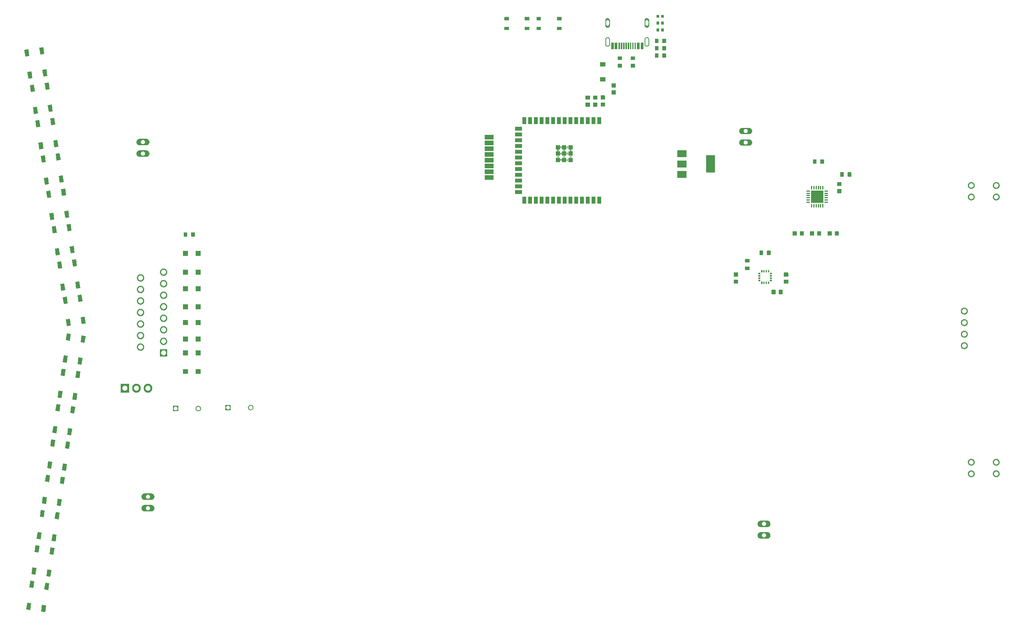
<source format=gbr>
%TF.GenerationSoftware,Flux,Pcbnew,7.0.11-7.0.11~ubuntu20.04.1*%
%TF.CreationDate,2024-08-17T14:41:58+00:00*%
%TF.ProjectId,input,696e7075-742e-46b6-9963-61645f706362,rev?*%
%TF.SameCoordinates,Original*%
%TF.FileFunction,Soldermask,Top*%
%TF.FilePolarity,Negative*%
%FSLAX46Y46*%
G04 Gerber Fmt 4.6, Leading zero omitted, Abs format (unit mm)*
G04 Filename: pcbrobot*
G04 Build it with Flux! Visit our site at: https://www.flux.ai (PCBNEW 7.0.11-7.0.11~ubuntu20.04.1) date 2024-08-17 14:41:58*
%MOMM*%
%LPD*%
G01*
G04 APERTURE LIST*
G04 APERTURE END LIST*
%TO.C,*%
G36*
X125719697Y-4176194D02*
G01*
X124719697Y-4176194D01*
X124719697Y-3476194D01*
X125719697Y-3476194D01*
X125719697Y-4176194D01*
G37*
G36*
X130219703Y-2026206D02*
G01*
X129219703Y-2026206D01*
X129219703Y-1326206D01*
X130219703Y-1326206D01*
X130219703Y-2026206D01*
G37*
G36*
X130219697Y-4176206D02*
G01*
X129219697Y-4176206D01*
X129219697Y-3476206D01*
X130219697Y-3476206D01*
X130219697Y-4176206D01*
G37*
G36*
X125719703Y-2026194D02*
G01*
X124719703Y-2026194D01*
X124719703Y-1326194D01*
X125719703Y-1326194D01*
X125719703Y-2026194D01*
G37*
G36*
X19013062Y-115389423D02*
G01*
X18804302Y-116874825D01*
X17913061Y-116749569D01*
X18121820Y-115264167D01*
X19013062Y-115389423D01*
G37*
G36*
X15745178Y-114930143D02*
G01*
X15536419Y-116415545D01*
X14645177Y-116290289D01*
X14853937Y-114804887D01*
X15745178Y-114930143D01*
G37*
G36*
X16427139Y-110077831D02*
G01*
X16218380Y-111563233D01*
X15327138Y-111437977D01*
X15535898Y-109952575D01*
X16427139Y-110077831D01*
G37*
G36*
X19695023Y-110537111D02*
G01*
X19486263Y-112022513D01*
X18595022Y-111897257D01*
X18803781Y-110411855D01*
X19695023Y-110537111D01*
G37*
G36*
X153183257Y-6074552D02*
G01*
X153187893Y-6075009D01*
X153192490Y-6075768D01*
X153197028Y-6076826D01*
X153201486Y-6078179D01*
X153205847Y-6079820D01*
X153210091Y-6081743D01*
X153214200Y-6083939D01*
X153218157Y-6086399D01*
X153221944Y-6089113D01*
X153225545Y-6092069D01*
X153228946Y-6095254D01*
X153232131Y-6098655D01*
X153235087Y-6102256D01*
X153237801Y-6106043D01*
X153240261Y-6110000D01*
X153242457Y-6114109D01*
X153244380Y-6118353D01*
X153246021Y-6122714D01*
X153247374Y-6127172D01*
X153248432Y-6131710D01*
X153249191Y-6136307D01*
X153249648Y-6140943D01*
X153249800Y-6145600D01*
X153249800Y-6953200D01*
X153249648Y-6957857D01*
X153249191Y-6962493D01*
X153248432Y-6967090D01*
X153247374Y-6971628D01*
X153246021Y-6976086D01*
X153244380Y-6980447D01*
X153242457Y-6984691D01*
X153240261Y-6988800D01*
X153237801Y-6992757D01*
X153235087Y-6996544D01*
X153232131Y-7000145D01*
X153228946Y-7003546D01*
X153225545Y-7006731D01*
X153221944Y-7009687D01*
X153218157Y-7012401D01*
X153214200Y-7014861D01*
X153210091Y-7017057D01*
X153205847Y-7018980D01*
X153201486Y-7020621D01*
X153197028Y-7021974D01*
X153192490Y-7023032D01*
X153187893Y-7023791D01*
X153183257Y-7024248D01*
X153178600Y-7024400D01*
X152521000Y-7024400D01*
X152516343Y-7024248D01*
X152511707Y-7023791D01*
X152507110Y-7023032D01*
X152502572Y-7021974D01*
X152498114Y-7020621D01*
X152493753Y-7018980D01*
X152489509Y-7017057D01*
X152485400Y-7014861D01*
X152481443Y-7012401D01*
X152477656Y-7009687D01*
X152474055Y-7006731D01*
X152470654Y-7003546D01*
X152467469Y-7000145D01*
X152464513Y-6996544D01*
X152461799Y-6992757D01*
X152459339Y-6988800D01*
X152457143Y-6984691D01*
X152455220Y-6980447D01*
X152453579Y-6976086D01*
X152452226Y-6971628D01*
X152451168Y-6967090D01*
X152450409Y-6962493D01*
X152449952Y-6957857D01*
X152449800Y-6953200D01*
X152449800Y-6145600D01*
X152449952Y-6140943D01*
X152450409Y-6136307D01*
X152451168Y-6131710D01*
X152452226Y-6127172D01*
X152453579Y-6122714D01*
X152455220Y-6118353D01*
X152457143Y-6114109D01*
X152459339Y-6110000D01*
X152461799Y-6106043D01*
X152464513Y-6102256D01*
X152467469Y-6098655D01*
X152470654Y-6095254D01*
X152474055Y-6092069D01*
X152477656Y-6089113D01*
X152481443Y-6086399D01*
X152485400Y-6083939D01*
X152489509Y-6081743D01*
X152493753Y-6079820D01*
X152498114Y-6078179D01*
X152502572Y-6076826D01*
X152507110Y-6075768D01*
X152511707Y-6075009D01*
X152516343Y-6074552D01*
X152521000Y-6074400D01*
X153178600Y-6074400D01*
X153183257Y-6074552D01*
G37*
G36*
X151533257Y-6074552D02*
G01*
X151537893Y-6075009D01*
X151542490Y-6075768D01*
X151547028Y-6076826D01*
X151551486Y-6078179D01*
X151555847Y-6079820D01*
X151560091Y-6081743D01*
X151564200Y-6083939D01*
X151568157Y-6086399D01*
X151571944Y-6089113D01*
X151575545Y-6092069D01*
X151578946Y-6095254D01*
X151582131Y-6098655D01*
X151585087Y-6102256D01*
X151587801Y-6106043D01*
X151590261Y-6110000D01*
X151592457Y-6114109D01*
X151594380Y-6118353D01*
X151596021Y-6122714D01*
X151597374Y-6127172D01*
X151598432Y-6131710D01*
X151599191Y-6136307D01*
X151599648Y-6140943D01*
X151599800Y-6145600D01*
X151599800Y-6953200D01*
X151599648Y-6957857D01*
X151599191Y-6962493D01*
X151598432Y-6967090D01*
X151597374Y-6971628D01*
X151596021Y-6976086D01*
X151594380Y-6980447D01*
X151592457Y-6984691D01*
X151590261Y-6988800D01*
X151587801Y-6992757D01*
X151585087Y-6996544D01*
X151582131Y-7000145D01*
X151578946Y-7003546D01*
X151575545Y-7006731D01*
X151571944Y-7009687D01*
X151568157Y-7012401D01*
X151564200Y-7014861D01*
X151560091Y-7017057D01*
X151555847Y-7018980D01*
X151551486Y-7020621D01*
X151547028Y-7021974D01*
X151542490Y-7023032D01*
X151537893Y-7023791D01*
X151533257Y-7024248D01*
X151528600Y-7024400D01*
X150871000Y-7024400D01*
X150866343Y-7024248D01*
X150861707Y-7023791D01*
X150857110Y-7023032D01*
X150852572Y-7021974D01*
X150848114Y-7020621D01*
X150843753Y-7018980D01*
X150839509Y-7017057D01*
X150835400Y-7014861D01*
X150831443Y-7012401D01*
X150827656Y-7009687D01*
X150824055Y-7006731D01*
X150820654Y-7003546D01*
X150817469Y-7000145D01*
X150814513Y-6996544D01*
X150811799Y-6992757D01*
X150809339Y-6988800D01*
X150807143Y-6984691D01*
X150805220Y-6980447D01*
X150803579Y-6976086D01*
X150802226Y-6971628D01*
X150801168Y-6967090D01*
X150800409Y-6962493D01*
X150799952Y-6957857D01*
X150799800Y-6953200D01*
X150799800Y-6145600D01*
X150799952Y-6140943D01*
X150800409Y-6136307D01*
X150801168Y-6131710D01*
X150802226Y-6127172D01*
X150803579Y-6122714D01*
X150805220Y-6118353D01*
X150807143Y-6114109D01*
X150809339Y-6110000D01*
X150811799Y-6106043D01*
X150814513Y-6102256D01*
X150817469Y-6098655D01*
X150820654Y-6095254D01*
X150824055Y-6092069D01*
X150827656Y-6089113D01*
X150831443Y-6086399D01*
X150835400Y-6083939D01*
X150839509Y-6081743D01*
X150843753Y-6079820D01*
X150848114Y-6078179D01*
X150852572Y-6076826D01*
X150857110Y-6075768D01*
X150861707Y-6075009D01*
X150866343Y-6074552D01*
X150871000Y-6074400D01*
X151528600Y-6074400D01*
X151533257Y-6074552D01*
G37*
G36*
X139741556Y-18597952D02*
G01*
X139746193Y-18598409D01*
X139750790Y-18599168D01*
X139755327Y-18600226D01*
X139759786Y-18601579D01*
X139764146Y-18603220D01*
X139768390Y-18605143D01*
X139772499Y-18607339D01*
X139776456Y-18609799D01*
X139780243Y-18612513D01*
X139783845Y-18615469D01*
X139787245Y-18618654D01*
X139790430Y-18622055D01*
X139793386Y-18625656D01*
X139796100Y-18629443D01*
X139798560Y-18633400D01*
X139800757Y-18637509D01*
X139802679Y-18641753D01*
X139804321Y-18646114D01*
X139805673Y-18650572D01*
X139806731Y-18655110D01*
X139807490Y-18659707D01*
X139807947Y-18664343D01*
X139808099Y-18669000D01*
X139808099Y-19426600D01*
X139807947Y-19431257D01*
X139807490Y-19435893D01*
X139806731Y-19440490D01*
X139805673Y-19445028D01*
X139804321Y-19449486D01*
X139802679Y-19453847D01*
X139800757Y-19458091D01*
X139798560Y-19462200D01*
X139796100Y-19466157D01*
X139793386Y-19469944D01*
X139790430Y-19473545D01*
X139787245Y-19476946D01*
X139783845Y-19480131D01*
X139780243Y-19483087D01*
X139776456Y-19485801D01*
X139772499Y-19488261D01*
X139768390Y-19490457D01*
X139764146Y-19492380D01*
X139759786Y-19494021D01*
X139755327Y-19495374D01*
X139750790Y-19496432D01*
X139746193Y-19497191D01*
X139741556Y-19497648D01*
X139736899Y-19497800D01*
X138929299Y-19497800D01*
X138924643Y-19497648D01*
X138920006Y-19497191D01*
X138915409Y-19496432D01*
X138910871Y-19495374D01*
X138906413Y-19494021D01*
X138902052Y-19492380D01*
X138897808Y-19490457D01*
X138893699Y-19488261D01*
X138889743Y-19485801D01*
X138885955Y-19483087D01*
X138882354Y-19480131D01*
X138878953Y-19476946D01*
X138875768Y-19473545D01*
X138872812Y-19469944D01*
X138870099Y-19466157D01*
X138867638Y-19462200D01*
X138865442Y-19458091D01*
X138863519Y-19453847D01*
X138861878Y-19449486D01*
X138860525Y-19445028D01*
X138859467Y-19440490D01*
X138858708Y-19435893D01*
X138858252Y-19431257D01*
X138858099Y-19426600D01*
X138858099Y-18669000D01*
X138858252Y-18664343D01*
X138858708Y-18659707D01*
X138859467Y-18655110D01*
X138860525Y-18650572D01*
X138861878Y-18646114D01*
X138863519Y-18641753D01*
X138865442Y-18637509D01*
X138867638Y-18633400D01*
X138870099Y-18629443D01*
X138872812Y-18625656D01*
X138875768Y-18622055D01*
X138878953Y-18618654D01*
X138882354Y-18615469D01*
X138885955Y-18612513D01*
X138889743Y-18609799D01*
X138893699Y-18607339D01*
X138897808Y-18605143D01*
X138902052Y-18603220D01*
X138906413Y-18601579D01*
X138910871Y-18600226D01*
X138915409Y-18599168D01*
X138920006Y-18598409D01*
X138924643Y-18597952D01*
X138929299Y-18597800D01*
X139736899Y-18597800D01*
X139741556Y-18597952D01*
G37*
G36*
X139741557Y-20147952D02*
G01*
X139746194Y-20148409D01*
X139750791Y-20149168D01*
X139755329Y-20150226D01*
X139759787Y-20151579D01*
X139764148Y-20153220D01*
X139768392Y-20155143D01*
X139772501Y-20157339D01*
X139776457Y-20159799D01*
X139780245Y-20162513D01*
X139783846Y-20165469D01*
X139787247Y-20168654D01*
X139790432Y-20172055D01*
X139793388Y-20175656D01*
X139796101Y-20179443D01*
X139798562Y-20183400D01*
X139800758Y-20187509D01*
X139802681Y-20191753D01*
X139804322Y-20196114D01*
X139805675Y-20200572D01*
X139806733Y-20205110D01*
X139807492Y-20209707D01*
X139807948Y-20214343D01*
X139808101Y-20219000D01*
X139808101Y-20976600D01*
X139807948Y-20981257D01*
X139807492Y-20985893D01*
X139806733Y-20990490D01*
X139805675Y-20995028D01*
X139804322Y-20999486D01*
X139802681Y-21003847D01*
X139800758Y-21008091D01*
X139798562Y-21012200D01*
X139796101Y-21016157D01*
X139793388Y-21019944D01*
X139790432Y-21023545D01*
X139787247Y-21026946D01*
X139783846Y-21030131D01*
X139780245Y-21033087D01*
X139776457Y-21035801D01*
X139772501Y-21038261D01*
X139768392Y-21040457D01*
X139764148Y-21042380D01*
X139759787Y-21044021D01*
X139755329Y-21045374D01*
X139750791Y-21046432D01*
X139746194Y-21047191D01*
X139741557Y-21047648D01*
X139736901Y-21047800D01*
X138929301Y-21047800D01*
X138924644Y-21047648D01*
X138920007Y-21047191D01*
X138915410Y-21046432D01*
X138910873Y-21045374D01*
X138906414Y-21044021D01*
X138902054Y-21042380D01*
X138897810Y-21040457D01*
X138893701Y-21038261D01*
X138889744Y-21035801D01*
X138885957Y-21033087D01*
X138882355Y-21030131D01*
X138878955Y-21026946D01*
X138875770Y-21023545D01*
X138872814Y-21019944D01*
X138870100Y-21016157D01*
X138867640Y-21012200D01*
X138865443Y-21008091D01*
X138863521Y-21003847D01*
X138861879Y-20999486D01*
X138860527Y-20995028D01*
X138859469Y-20990490D01*
X138858710Y-20985893D01*
X138858253Y-20981257D01*
X138858101Y-20976600D01*
X138858101Y-20219000D01*
X138858253Y-20214343D01*
X138858710Y-20209707D01*
X138859469Y-20205110D01*
X138860527Y-20200572D01*
X138861879Y-20196114D01*
X138863521Y-20191753D01*
X138865443Y-20187509D01*
X138867640Y-20183400D01*
X138870100Y-20179443D01*
X138872814Y-20175656D01*
X138875770Y-20172055D01*
X138878955Y-20168654D01*
X138882355Y-20165469D01*
X138885957Y-20162513D01*
X138889744Y-20159799D01*
X138893701Y-20157339D01*
X138897810Y-20155143D01*
X138902054Y-20153220D01*
X138906414Y-20151579D01*
X138910873Y-20150226D01*
X138915410Y-20149168D01*
X138920007Y-20148409D01*
X138924644Y-20147952D01*
X138929301Y-20147800D01*
X139736901Y-20147800D01*
X139741557Y-20147952D01*
G37*
G36*
X138058956Y-18611752D02*
G01*
X138063593Y-18612209D01*
X138068190Y-18612968D01*
X138072727Y-18614026D01*
X138077186Y-18615379D01*
X138081546Y-18617020D01*
X138085790Y-18618943D01*
X138089899Y-18621139D01*
X138093856Y-18623599D01*
X138097643Y-18626313D01*
X138101245Y-18629269D01*
X138104645Y-18632454D01*
X138107830Y-18635855D01*
X138110786Y-18639456D01*
X138113500Y-18643243D01*
X138115960Y-18647200D01*
X138118157Y-18651309D01*
X138120079Y-18655553D01*
X138121721Y-18659914D01*
X138123073Y-18664372D01*
X138124131Y-18668910D01*
X138124890Y-18673507D01*
X138125347Y-18678143D01*
X138125499Y-18682800D01*
X138125499Y-19440400D01*
X138125347Y-19445057D01*
X138124890Y-19449693D01*
X138124131Y-19454290D01*
X138123073Y-19458828D01*
X138121721Y-19463286D01*
X138120079Y-19467647D01*
X138118157Y-19471891D01*
X138115960Y-19476000D01*
X138113500Y-19479957D01*
X138110786Y-19483744D01*
X138107830Y-19487345D01*
X138104645Y-19490746D01*
X138101245Y-19493931D01*
X138097643Y-19496887D01*
X138093856Y-19499601D01*
X138089899Y-19502061D01*
X138085790Y-19504257D01*
X138081546Y-19506180D01*
X138077186Y-19507821D01*
X138072727Y-19509174D01*
X138068190Y-19510232D01*
X138063593Y-19510991D01*
X138058956Y-19511448D01*
X138054299Y-19511600D01*
X137246699Y-19511600D01*
X137242043Y-19511448D01*
X137237406Y-19510991D01*
X137232809Y-19510232D01*
X137228271Y-19509174D01*
X137223813Y-19507821D01*
X137219452Y-19506180D01*
X137215208Y-19504257D01*
X137211099Y-19502061D01*
X137207143Y-19499601D01*
X137203355Y-19496887D01*
X137199754Y-19493931D01*
X137196353Y-19490746D01*
X137193168Y-19487345D01*
X137190212Y-19483744D01*
X137187499Y-19479957D01*
X137185038Y-19476000D01*
X137182842Y-19471891D01*
X137180919Y-19467647D01*
X137179278Y-19463286D01*
X137177925Y-19458828D01*
X137176867Y-19454290D01*
X137176108Y-19449693D01*
X137175652Y-19445057D01*
X137175499Y-19440400D01*
X137175499Y-18682800D01*
X137175652Y-18678143D01*
X137176108Y-18673507D01*
X137176867Y-18668910D01*
X137177925Y-18664372D01*
X137179278Y-18659914D01*
X137180919Y-18655553D01*
X137182842Y-18651309D01*
X137185038Y-18647200D01*
X137187499Y-18643243D01*
X137190212Y-18639456D01*
X137193168Y-18635855D01*
X137196353Y-18632454D01*
X137199754Y-18629269D01*
X137203355Y-18626313D01*
X137207143Y-18623599D01*
X137211099Y-18621139D01*
X137215208Y-18618943D01*
X137219452Y-18617020D01*
X137223813Y-18615379D01*
X137228271Y-18614026D01*
X137232809Y-18612968D01*
X137237406Y-18612209D01*
X137242043Y-18611752D01*
X137246699Y-18611600D01*
X138054299Y-18611600D01*
X138058956Y-18611752D01*
G37*
G36*
X138058957Y-20161752D02*
G01*
X138063594Y-20162209D01*
X138068191Y-20162968D01*
X138072729Y-20164026D01*
X138077187Y-20165379D01*
X138081548Y-20167020D01*
X138085792Y-20168943D01*
X138089901Y-20171139D01*
X138093857Y-20173599D01*
X138097645Y-20176313D01*
X138101246Y-20179269D01*
X138104647Y-20182454D01*
X138107832Y-20185855D01*
X138110788Y-20189456D01*
X138113501Y-20193243D01*
X138115962Y-20197200D01*
X138118158Y-20201309D01*
X138120081Y-20205553D01*
X138121722Y-20209914D01*
X138123075Y-20214372D01*
X138124133Y-20218910D01*
X138124892Y-20223507D01*
X138125348Y-20228143D01*
X138125501Y-20232800D01*
X138125501Y-20990400D01*
X138125348Y-20995057D01*
X138124892Y-20999693D01*
X138124133Y-21004290D01*
X138123075Y-21008828D01*
X138121722Y-21013286D01*
X138120081Y-21017647D01*
X138118158Y-21021891D01*
X138115962Y-21026000D01*
X138113501Y-21029957D01*
X138110788Y-21033744D01*
X138107832Y-21037345D01*
X138104647Y-21040746D01*
X138101246Y-21043931D01*
X138097645Y-21046887D01*
X138093857Y-21049601D01*
X138089901Y-21052061D01*
X138085792Y-21054257D01*
X138081548Y-21056180D01*
X138077187Y-21057821D01*
X138072729Y-21059174D01*
X138068191Y-21060232D01*
X138063594Y-21060991D01*
X138058957Y-21061448D01*
X138054301Y-21061600D01*
X137246701Y-21061600D01*
X137242044Y-21061448D01*
X137237407Y-21060991D01*
X137232810Y-21060232D01*
X137228273Y-21059174D01*
X137223814Y-21057821D01*
X137219454Y-21056180D01*
X137215210Y-21054257D01*
X137211101Y-21052061D01*
X137207144Y-21049601D01*
X137203357Y-21046887D01*
X137199755Y-21043931D01*
X137196355Y-21040746D01*
X137193170Y-21037345D01*
X137190214Y-21033744D01*
X137187500Y-21029957D01*
X137185040Y-21026000D01*
X137182843Y-21021891D01*
X137180921Y-21017647D01*
X137179279Y-21013286D01*
X137177927Y-21008828D01*
X137176869Y-21004290D01*
X137176110Y-20999693D01*
X137175653Y-20995057D01*
X137175501Y-20990400D01*
X137175501Y-20232800D01*
X137175653Y-20228143D01*
X137176110Y-20223507D01*
X137176869Y-20218910D01*
X137177927Y-20214372D01*
X137179279Y-20209914D01*
X137180921Y-20205553D01*
X137182843Y-20201309D01*
X137185040Y-20197200D01*
X137187500Y-20193243D01*
X137190214Y-20189456D01*
X137193170Y-20185855D01*
X137196355Y-20182454D01*
X137199755Y-20179269D01*
X137203357Y-20176313D01*
X137207144Y-20173599D01*
X137211101Y-20171139D01*
X137215210Y-20168943D01*
X137219454Y-20167020D01*
X137223814Y-20165379D01*
X137228273Y-20164026D01*
X137232810Y-20162968D01*
X137237407Y-20162209D01*
X137242044Y-20161752D01*
X137246701Y-20161600D01*
X138054301Y-20161600D01*
X138058957Y-20161752D01*
G37*
G36*
X45831600Y-86992100D02*
G01*
X45831600Y-88192100D01*
X44631600Y-88192100D01*
X44631600Y-87602530D01*
X44806728Y-87602530D01*
X44807752Y-87623365D01*
X44809796Y-87644125D01*
X44812857Y-87664759D01*
X44816927Y-87685218D01*
X44821995Y-87705453D01*
X44828051Y-87725415D01*
X44835078Y-87745055D01*
X44843061Y-87764328D01*
X44851980Y-87783185D01*
X44861813Y-87801582D01*
X44872537Y-87819474D01*
X44884126Y-87836818D01*
X44896553Y-87853573D01*
X44909786Y-87869698D01*
X44923795Y-87885155D01*
X44938545Y-87899905D01*
X44954002Y-87913914D01*
X44970127Y-87927147D01*
X44986882Y-87939574D01*
X45004226Y-87951163D01*
X45022118Y-87961887D01*
X45040515Y-87971720D01*
X45059372Y-87980639D01*
X45078645Y-87988622D01*
X45098285Y-87995649D01*
X45118247Y-88001705D01*
X45138482Y-88006773D01*
X45158941Y-88010843D01*
X45179575Y-88013904D01*
X45200335Y-88015948D01*
X45221170Y-88016972D01*
X45242030Y-88016972D01*
X45262865Y-88015948D01*
X45283625Y-88013904D01*
X45304259Y-88010843D01*
X45324718Y-88006773D01*
X45344953Y-88001705D01*
X45364915Y-87995649D01*
X45384555Y-87988622D01*
X45403828Y-87980639D01*
X45422685Y-87971720D01*
X45441082Y-87961887D01*
X45458974Y-87951163D01*
X45476318Y-87939574D01*
X45493073Y-87927147D01*
X45509198Y-87913914D01*
X45524655Y-87899905D01*
X45539405Y-87885155D01*
X45553414Y-87869698D01*
X45566647Y-87853573D01*
X45579074Y-87836818D01*
X45590663Y-87819474D01*
X45601387Y-87801582D01*
X45611220Y-87783185D01*
X45620139Y-87764328D01*
X45628122Y-87745055D01*
X45635149Y-87725415D01*
X45641205Y-87705453D01*
X45646273Y-87685218D01*
X45650343Y-87664759D01*
X45653404Y-87644125D01*
X45655448Y-87623365D01*
X45656472Y-87602530D01*
X45656472Y-87581670D01*
X45655448Y-87560835D01*
X45653404Y-87540075D01*
X45650343Y-87519441D01*
X45646273Y-87498982D01*
X45641205Y-87478747D01*
X45635149Y-87458785D01*
X45628122Y-87439145D01*
X45620139Y-87419872D01*
X45611220Y-87401015D01*
X45601387Y-87382618D01*
X45590663Y-87364726D01*
X45579074Y-87347382D01*
X45566647Y-87330627D01*
X45553414Y-87314502D01*
X45539405Y-87299045D01*
X45524655Y-87284295D01*
X45509198Y-87270286D01*
X45493073Y-87257053D01*
X45476318Y-87244626D01*
X45458974Y-87233037D01*
X45441082Y-87222313D01*
X45422685Y-87212480D01*
X45403828Y-87203561D01*
X45384555Y-87195578D01*
X45364915Y-87188551D01*
X45344953Y-87182495D01*
X45324718Y-87177427D01*
X45304259Y-87173357D01*
X45283625Y-87170296D01*
X45262865Y-87168252D01*
X45242030Y-87167228D01*
X45221170Y-87167228D01*
X45200335Y-87168252D01*
X45179575Y-87170296D01*
X45158941Y-87173357D01*
X45138482Y-87177427D01*
X45118247Y-87182495D01*
X45098285Y-87188551D01*
X45078645Y-87195578D01*
X45059372Y-87203561D01*
X45040515Y-87212480D01*
X45022118Y-87222313D01*
X45004226Y-87233037D01*
X44986882Y-87244626D01*
X44970127Y-87257053D01*
X44954002Y-87270286D01*
X44938545Y-87284295D01*
X44923795Y-87299045D01*
X44909786Y-87314502D01*
X44896553Y-87330627D01*
X44884126Y-87347382D01*
X44872537Y-87364726D01*
X44861813Y-87382618D01*
X44851980Y-87401015D01*
X44843061Y-87419872D01*
X44835078Y-87439145D01*
X44828051Y-87458785D01*
X44821995Y-87478747D01*
X44816927Y-87498982D01*
X44812857Y-87519441D01*
X44809796Y-87540075D01*
X44807752Y-87560835D01*
X44806728Y-87581670D01*
X44806728Y-87602530D01*
X44631600Y-87602530D01*
X44631600Y-86992100D01*
X45831600Y-86992100D01*
G37*
G36*
X50275739Y-86993726D02*
G01*
X50305046Y-86996612D01*
X50334177Y-87000933D01*
X50363061Y-87006679D01*
X50391628Y-87013834D01*
X50419809Y-87022383D01*
X50447537Y-87032304D01*
X50474745Y-87043574D01*
X50501367Y-87056165D01*
X50527339Y-87070048D01*
X50552599Y-87085188D01*
X50577085Y-87101549D01*
X50600739Y-87119092D01*
X50623504Y-87137775D01*
X50645324Y-87157552D01*
X50666148Y-87178376D01*
X50685925Y-87200196D01*
X50704608Y-87222961D01*
X50722151Y-87246615D01*
X50738512Y-87271101D01*
X50753652Y-87296361D01*
X50767535Y-87322333D01*
X50780126Y-87348955D01*
X50791396Y-87376163D01*
X50801317Y-87403891D01*
X50809866Y-87432072D01*
X50817021Y-87460639D01*
X50822767Y-87489523D01*
X50827088Y-87518654D01*
X50829974Y-87547961D01*
X50831419Y-87577375D01*
X50831419Y-87606825D01*
X50829974Y-87636239D01*
X50827088Y-87665546D01*
X50822767Y-87694677D01*
X50817021Y-87723561D01*
X50809866Y-87752128D01*
X50801317Y-87780309D01*
X50791396Y-87808037D01*
X50780126Y-87835245D01*
X50767535Y-87861867D01*
X50753652Y-87887839D01*
X50738512Y-87913099D01*
X50722151Y-87937585D01*
X50704608Y-87961239D01*
X50685925Y-87984004D01*
X50666148Y-88005824D01*
X50645324Y-88026648D01*
X50623504Y-88046425D01*
X50600739Y-88065108D01*
X50577085Y-88082651D01*
X50552599Y-88099012D01*
X50527339Y-88114152D01*
X50501367Y-88128035D01*
X50474745Y-88140626D01*
X50447537Y-88151896D01*
X50419809Y-88161817D01*
X50391628Y-88170366D01*
X50363061Y-88177521D01*
X50334177Y-88183267D01*
X50305046Y-88187588D01*
X50275739Y-88190474D01*
X50246325Y-88191919D01*
X50216875Y-88191919D01*
X50187461Y-88190474D01*
X50158154Y-88187588D01*
X50129023Y-88183267D01*
X50100139Y-88177521D01*
X50071572Y-88170366D01*
X50043391Y-88161817D01*
X50015663Y-88151896D01*
X49988455Y-88140626D01*
X49961833Y-88128035D01*
X49935861Y-88114152D01*
X49910601Y-88099012D01*
X49886115Y-88082651D01*
X49862461Y-88065108D01*
X49839696Y-88046425D01*
X49817876Y-88026648D01*
X49797052Y-88005824D01*
X49777275Y-87984004D01*
X49758592Y-87961239D01*
X49741049Y-87937585D01*
X49724688Y-87913099D01*
X49709548Y-87887839D01*
X49695665Y-87861867D01*
X49683074Y-87835245D01*
X49671804Y-87808037D01*
X49661883Y-87780309D01*
X49653334Y-87752128D01*
X49646179Y-87723561D01*
X49640433Y-87694677D01*
X49636112Y-87665546D01*
X49633226Y-87636239D01*
X49631781Y-87606825D01*
X49631781Y-87602530D01*
X49806728Y-87602530D01*
X49807752Y-87623365D01*
X49809796Y-87644125D01*
X49812857Y-87664759D01*
X49816927Y-87685218D01*
X49821995Y-87705453D01*
X49828051Y-87725415D01*
X49835078Y-87745055D01*
X49843061Y-87764328D01*
X49851980Y-87783185D01*
X49861813Y-87801582D01*
X49872537Y-87819474D01*
X49884126Y-87836818D01*
X49896553Y-87853573D01*
X49909786Y-87869698D01*
X49923795Y-87885155D01*
X49938545Y-87899905D01*
X49954002Y-87913914D01*
X49970127Y-87927147D01*
X49986882Y-87939574D01*
X50004226Y-87951163D01*
X50022118Y-87961887D01*
X50040515Y-87971720D01*
X50059372Y-87980639D01*
X50078645Y-87988622D01*
X50098285Y-87995649D01*
X50118247Y-88001705D01*
X50138482Y-88006773D01*
X50158941Y-88010843D01*
X50179575Y-88013904D01*
X50200335Y-88015948D01*
X50221170Y-88016972D01*
X50242030Y-88016972D01*
X50262865Y-88015948D01*
X50283625Y-88013904D01*
X50304259Y-88010843D01*
X50324718Y-88006773D01*
X50344953Y-88001705D01*
X50364915Y-87995649D01*
X50384555Y-87988622D01*
X50403828Y-87980639D01*
X50422685Y-87971720D01*
X50441082Y-87961887D01*
X50458974Y-87951163D01*
X50476318Y-87939574D01*
X50493073Y-87927147D01*
X50509198Y-87913914D01*
X50524655Y-87899905D01*
X50539405Y-87885155D01*
X50553414Y-87869698D01*
X50566647Y-87853573D01*
X50579074Y-87836818D01*
X50590663Y-87819474D01*
X50601387Y-87801582D01*
X50611220Y-87783185D01*
X50620139Y-87764328D01*
X50628122Y-87745055D01*
X50635149Y-87725415D01*
X50641205Y-87705453D01*
X50646273Y-87685218D01*
X50650343Y-87664759D01*
X50653404Y-87644125D01*
X50655448Y-87623365D01*
X50656472Y-87602530D01*
X50656472Y-87581670D01*
X50655448Y-87560835D01*
X50653404Y-87540075D01*
X50650343Y-87519441D01*
X50646273Y-87498982D01*
X50641205Y-87478747D01*
X50635149Y-87458785D01*
X50628122Y-87439145D01*
X50620139Y-87419872D01*
X50611220Y-87401015D01*
X50601387Y-87382618D01*
X50590663Y-87364726D01*
X50579074Y-87347382D01*
X50566647Y-87330627D01*
X50553414Y-87314502D01*
X50539405Y-87299045D01*
X50524655Y-87284295D01*
X50509198Y-87270286D01*
X50493073Y-87257053D01*
X50476318Y-87244626D01*
X50458974Y-87233037D01*
X50441082Y-87222313D01*
X50422685Y-87212480D01*
X50403828Y-87203561D01*
X50384555Y-87195578D01*
X50364915Y-87188551D01*
X50344953Y-87182495D01*
X50324718Y-87177427D01*
X50304259Y-87173357D01*
X50283625Y-87170296D01*
X50262865Y-87168252D01*
X50242030Y-87167228D01*
X50221170Y-87167228D01*
X50200335Y-87168252D01*
X50179575Y-87170296D01*
X50158941Y-87173357D01*
X50138482Y-87177427D01*
X50118247Y-87182495D01*
X50098285Y-87188551D01*
X50078645Y-87195578D01*
X50059372Y-87203561D01*
X50040515Y-87212480D01*
X50022118Y-87222313D01*
X50004226Y-87233037D01*
X49986882Y-87244626D01*
X49970127Y-87257053D01*
X49954002Y-87270286D01*
X49938545Y-87284295D01*
X49923795Y-87299045D01*
X49909786Y-87314502D01*
X49896553Y-87330627D01*
X49884126Y-87347382D01*
X49872537Y-87364726D01*
X49861813Y-87382618D01*
X49851980Y-87401015D01*
X49843061Y-87419872D01*
X49835078Y-87439145D01*
X49828051Y-87458785D01*
X49821995Y-87478747D01*
X49816927Y-87498982D01*
X49812857Y-87519441D01*
X49809796Y-87540075D01*
X49807752Y-87560835D01*
X49806728Y-87581670D01*
X49806728Y-87602530D01*
X49631781Y-87602530D01*
X49631781Y-87577375D01*
X49633226Y-87547961D01*
X49636112Y-87518654D01*
X49640433Y-87489523D01*
X49646179Y-87460639D01*
X49653334Y-87432072D01*
X49661883Y-87403891D01*
X49671804Y-87376163D01*
X49683074Y-87348955D01*
X49695665Y-87322333D01*
X49709548Y-87296361D01*
X49724688Y-87271101D01*
X49741049Y-87246615D01*
X49758592Y-87222961D01*
X49777275Y-87200196D01*
X49797052Y-87178376D01*
X49817876Y-87157552D01*
X49839696Y-87137775D01*
X49862461Y-87119092D01*
X49886115Y-87101549D01*
X49910601Y-87085188D01*
X49935861Y-87070048D01*
X49961833Y-87056165D01*
X49988455Y-87043574D01*
X50015663Y-87032304D01*
X50043391Y-87022383D01*
X50071572Y-87013834D01*
X50100139Y-87006679D01*
X50129023Y-87000933D01*
X50158154Y-86996612D01*
X50187461Y-86993726D01*
X50216875Y-86992281D01*
X50246325Y-86992281D01*
X50275739Y-86993726D01*
G37*
G36*
X175616720Y-114826327D02*
G01*
X175651460Y-114829749D01*
X175685989Y-114834871D01*
X175720226Y-114841681D01*
X175754087Y-114850162D01*
X175787492Y-114860296D01*
X175820359Y-114872056D01*
X175852609Y-114885414D01*
X175884165Y-114900339D01*
X175914950Y-114916794D01*
X175944892Y-114934740D01*
X175973916Y-114954134D01*
X176001954Y-114974928D01*
X176028938Y-114997073D01*
X176054803Y-115020515D01*
X176079486Y-115045199D01*
X176102928Y-115071063D01*
X176125073Y-115098047D01*
X176145868Y-115126085D01*
X176165261Y-115155110D01*
X176183207Y-115185051D01*
X176199662Y-115215836D01*
X176214587Y-115247392D01*
X176227946Y-115279643D01*
X176239706Y-115312510D01*
X176249839Y-115345914D01*
X176258321Y-115379775D01*
X176265131Y-115414012D01*
X176270253Y-115448542D01*
X176273674Y-115483281D01*
X176275387Y-115518146D01*
X176275387Y-115553054D01*
X176273674Y-115587919D01*
X176270253Y-115622658D01*
X176265131Y-115657188D01*
X176258321Y-115691425D01*
X176249839Y-115725286D01*
X176239706Y-115758690D01*
X176227946Y-115791557D01*
X176214587Y-115823808D01*
X176199662Y-115855364D01*
X176183207Y-115886149D01*
X176165261Y-115916090D01*
X176145868Y-115945115D01*
X176125073Y-115973153D01*
X176102928Y-116000137D01*
X176079486Y-116026001D01*
X176054803Y-116050685D01*
X176028938Y-116074127D01*
X176001954Y-116096272D01*
X175973916Y-116117066D01*
X175944892Y-116136460D01*
X175914950Y-116154406D01*
X175884165Y-116170861D01*
X175852609Y-116185786D01*
X175820359Y-116199144D01*
X175787492Y-116210904D01*
X175754087Y-116221038D01*
X175720226Y-116229519D01*
X175685989Y-116236329D01*
X175651460Y-116241451D01*
X175616720Y-116244873D01*
X175581855Y-116246586D01*
X174124548Y-116246586D01*
X174089682Y-116244873D01*
X174054943Y-116241451D01*
X174020413Y-116236329D01*
X173986176Y-116229519D01*
X173952315Y-116221038D01*
X173918911Y-116210904D01*
X173886044Y-116199144D01*
X173853794Y-116185786D01*
X173822238Y-116170861D01*
X173791452Y-116154406D01*
X173761511Y-116136460D01*
X173732487Y-116117066D01*
X173704449Y-116096272D01*
X173677465Y-116074127D01*
X173651600Y-116050685D01*
X173626917Y-116026001D01*
X173603474Y-116000137D01*
X173581329Y-115973153D01*
X173560535Y-115945115D01*
X173541141Y-115916090D01*
X173523195Y-115886149D01*
X173506740Y-115855364D01*
X173491815Y-115823808D01*
X173478457Y-115791557D01*
X173466697Y-115758690D01*
X173456564Y-115725286D01*
X173448082Y-115691425D01*
X173441272Y-115657188D01*
X173436150Y-115622658D01*
X173432728Y-115587919D01*
X173431015Y-115553054D01*
X173431015Y-115546820D01*
X174396139Y-115546820D01*
X174397240Y-115569234D01*
X174399440Y-115591566D01*
X174402732Y-115613764D01*
X174407110Y-115635773D01*
X174412563Y-115657541D01*
X174419077Y-115679015D01*
X174426637Y-115700144D01*
X174435225Y-115720876D01*
X174444819Y-115741162D01*
X174455398Y-115760953D01*
X174466934Y-115780201D01*
X174479402Y-115798860D01*
X174492769Y-115816884D01*
X174507005Y-115834231D01*
X174522076Y-115850858D01*
X174537943Y-115866726D01*
X174554571Y-115881796D01*
X174571917Y-115896032D01*
X174589942Y-115909400D01*
X174608600Y-115921867D01*
X174627848Y-115933404D01*
X174647639Y-115943982D01*
X174667925Y-115953577D01*
X174688657Y-115962164D01*
X174709786Y-115969724D01*
X174731260Y-115976238D01*
X174753028Y-115981691D01*
X174775038Y-115986069D01*
X174797235Y-115989362D01*
X174819568Y-115991561D01*
X174841981Y-115992662D01*
X174864422Y-115992662D01*
X174886835Y-115991561D01*
X174909167Y-115989362D01*
X174931365Y-115986069D01*
X174953374Y-115981691D01*
X174975142Y-115976238D01*
X174996617Y-115969724D01*
X175017745Y-115962164D01*
X175038478Y-115953577D01*
X175058764Y-115943982D01*
X175078554Y-115933404D01*
X175097802Y-115921867D01*
X175116461Y-115909400D01*
X175134485Y-115896032D01*
X175151832Y-115881796D01*
X175168459Y-115866726D01*
X175184327Y-115850858D01*
X175199397Y-115834231D01*
X175213633Y-115816884D01*
X175227001Y-115798860D01*
X175239468Y-115780201D01*
X175251005Y-115760953D01*
X175261583Y-115741162D01*
X175271178Y-115720876D01*
X175279766Y-115700144D01*
X175287326Y-115679015D01*
X175293840Y-115657541D01*
X175299292Y-115635773D01*
X175303670Y-115613764D01*
X175306963Y-115591566D01*
X175309162Y-115569234D01*
X175310264Y-115546820D01*
X175310264Y-115524380D01*
X175309162Y-115501966D01*
X175306963Y-115479634D01*
X175303670Y-115457436D01*
X175299292Y-115435427D01*
X175293840Y-115413659D01*
X175287326Y-115392185D01*
X175279766Y-115371056D01*
X175271178Y-115350324D01*
X175261583Y-115330038D01*
X175251005Y-115310247D01*
X175239468Y-115290999D01*
X175227001Y-115272340D01*
X175213633Y-115254316D01*
X175199397Y-115236969D01*
X175184327Y-115220342D01*
X175168459Y-115204474D01*
X175151832Y-115189404D01*
X175134485Y-115175168D01*
X175116461Y-115161800D01*
X175097802Y-115149333D01*
X175078554Y-115137796D01*
X175058764Y-115127218D01*
X175038478Y-115117623D01*
X175017745Y-115109036D01*
X174996617Y-115101476D01*
X174975142Y-115094962D01*
X174953374Y-115089509D01*
X174931365Y-115085131D01*
X174909167Y-115081838D01*
X174886835Y-115079639D01*
X174864422Y-115078538D01*
X174841981Y-115078538D01*
X174819568Y-115079639D01*
X174797235Y-115081838D01*
X174775038Y-115085131D01*
X174753028Y-115089509D01*
X174731260Y-115094962D01*
X174709786Y-115101476D01*
X174688657Y-115109036D01*
X174667925Y-115117623D01*
X174647639Y-115127218D01*
X174627848Y-115137796D01*
X174608600Y-115149333D01*
X174589942Y-115161800D01*
X174571917Y-115175168D01*
X174554571Y-115189404D01*
X174537943Y-115204474D01*
X174522076Y-115220342D01*
X174507005Y-115236969D01*
X174492769Y-115254316D01*
X174479402Y-115272340D01*
X174466934Y-115290999D01*
X174455398Y-115310247D01*
X174444819Y-115330038D01*
X174435225Y-115350324D01*
X174426637Y-115371056D01*
X174419077Y-115392185D01*
X174412563Y-115413659D01*
X174407110Y-115435427D01*
X174402732Y-115457436D01*
X174399440Y-115479634D01*
X174397240Y-115501966D01*
X174396139Y-115524380D01*
X174396139Y-115546820D01*
X173431015Y-115546820D01*
X173431015Y-115518146D01*
X173432728Y-115483281D01*
X173436150Y-115448542D01*
X173441272Y-115414012D01*
X173448082Y-115379775D01*
X173456564Y-115345914D01*
X173466697Y-115312510D01*
X173478457Y-115279643D01*
X173491815Y-115247392D01*
X173506740Y-115215836D01*
X173523195Y-115185051D01*
X173541141Y-115155110D01*
X173560535Y-115126085D01*
X173581329Y-115098047D01*
X173603474Y-115071063D01*
X173626917Y-115045199D01*
X173651600Y-115020515D01*
X173677465Y-114997073D01*
X173704449Y-114974928D01*
X173732487Y-114954134D01*
X173761511Y-114934740D01*
X173791452Y-114916794D01*
X173822238Y-114900339D01*
X173853794Y-114885414D01*
X173886044Y-114872056D01*
X173918911Y-114860296D01*
X173952315Y-114850162D01*
X173986176Y-114841681D01*
X174020413Y-114834871D01*
X174054943Y-114829749D01*
X174089682Y-114826327D01*
X174124548Y-114824614D01*
X174159455Y-114824614D01*
X175581855Y-114824614D01*
X175616720Y-114826327D01*
G37*
G36*
X175616718Y-112286327D02*
G01*
X175651457Y-112289749D01*
X175685987Y-112294871D01*
X175720224Y-112301681D01*
X175754085Y-112310162D01*
X175787489Y-112320296D01*
X175820356Y-112332056D01*
X175852606Y-112345414D01*
X175884162Y-112360339D01*
X175914948Y-112376794D01*
X175944889Y-112394740D01*
X175973913Y-112414134D01*
X176001951Y-112434928D01*
X176028935Y-112457073D01*
X176054800Y-112480515D01*
X176079483Y-112505199D01*
X176102926Y-112531063D01*
X176125071Y-112558047D01*
X176145865Y-112586085D01*
X176165259Y-112615110D01*
X176183205Y-112645051D01*
X176199660Y-112675836D01*
X176214585Y-112707392D01*
X176227943Y-112739643D01*
X176239703Y-112772510D01*
X176249836Y-112805914D01*
X176258318Y-112839775D01*
X176265128Y-112874012D01*
X176270250Y-112908542D01*
X176273672Y-112943281D01*
X176275385Y-112978146D01*
X176275385Y-113013054D01*
X176273672Y-113047919D01*
X176270250Y-113082658D01*
X176265128Y-113117188D01*
X176258318Y-113151425D01*
X176249836Y-113185286D01*
X176239703Y-113218690D01*
X176227943Y-113251557D01*
X176214585Y-113283808D01*
X176199660Y-113315364D01*
X176183205Y-113346149D01*
X176165259Y-113376090D01*
X176145865Y-113405115D01*
X176125071Y-113433153D01*
X176102926Y-113460137D01*
X176079483Y-113486001D01*
X176054800Y-113510685D01*
X176028935Y-113534127D01*
X176001951Y-113556272D01*
X175973913Y-113577066D01*
X175944889Y-113596460D01*
X175914948Y-113614406D01*
X175884162Y-113630861D01*
X175852606Y-113645786D01*
X175820356Y-113659144D01*
X175787489Y-113670904D01*
X175754085Y-113681038D01*
X175720224Y-113689519D01*
X175685987Y-113696329D01*
X175651457Y-113701451D01*
X175616718Y-113704873D01*
X175581852Y-113706586D01*
X174124545Y-113706586D01*
X174089680Y-113704873D01*
X174054940Y-113701451D01*
X174020411Y-113696329D01*
X173986174Y-113689519D01*
X173952313Y-113681038D01*
X173918908Y-113670904D01*
X173886041Y-113659144D01*
X173853791Y-113645786D01*
X173822235Y-113630861D01*
X173791450Y-113614406D01*
X173761508Y-113596460D01*
X173732484Y-113577066D01*
X173704446Y-113556272D01*
X173677462Y-113534127D01*
X173651597Y-113510685D01*
X173626914Y-113486001D01*
X173603472Y-113460137D01*
X173581327Y-113433153D01*
X173560532Y-113405115D01*
X173541139Y-113376090D01*
X173523193Y-113346149D01*
X173506738Y-113315364D01*
X173491813Y-113283808D01*
X173478454Y-113251557D01*
X173466694Y-113218690D01*
X173456561Y-113185286D01*
X173448079Y-113151425D01*
X173441269Y-113117188D01*
X173436147Y-113082658D01*
X173432726Y-113047919D01*
X173431013Y-113013054D01*
X173431013Y-113006820D01*
X174396136Y-113006820D01*
X174397238Y-113029234D01*
X174399437Y-113051566D01*
X174402730Y-113073764D01*
X174407108Y-113095773D01*
X174412560Y-113117541D01*
X174419074Y-113139015D01*
X174426634Y-113160144D01*
X174435222Y-113180876D01*
X174444817Y-113201162D01*
X174455395Y-113220953D01*
X174466932Y-113240201D01*
X174479399Y-113258860D01*
X174492767Y-113276884D01*
X174507003Y-113294231D01*
X174522073Y-113310858D01*
X174537941Y-113326726D01*
X174554568Y-113341796D01*
X174571915Y-113356032D01*
X174589939Y-113369400D01*
X174608598Y-113381867D01*
X174627846Y-113393404D01*
X174647636Y-113403982D01*
X174667922Y-113413577D01*
X174688655Y-113422164D01*
X174709783Y-113429724D01*
X174731258Y-113436238D01*
X174753026Y-113441691D01*
X174775035Y-113446069D01*
X174797233Y-113449362D01*
X174819565Y-113451561D01*
X174841978Y-113452662D01*
X174864419Y-113452662D01*
X174886832Y-113451561D01*
X174909165Y-113449362D01*
X174931362Y-113446069D01*
X174953372Y-113441691D01*
X174975140Y-113436238D01*
X174996614Y-113429724D01*
X175017743Y-113422164D01*
X175038475Y-113413577D01*
X175058761Y-113403982D01*
X175078552Y-113393404D01*
X175097800Y-113381867D01*
X175116458Y-113369400D01*
X175134483Y-113356032D01*
X175151829Y-113341796D01*
X175168457Y-113326726D01*
X175184324Y-113310858D01*
X175199395Y-113294231D01*
X175213631Y-113276884D01*
X175226998Y-113258860D01*
X175239466Y-113240201D01*
X175251002Y-113220953D01*
X175261581Y-113201162D01*
X175271175Y-113180876D01*
X175279763Y-113160144D01*
X175287323Y-113139015D01*
X175293837Y-113117541D01*
X175299290Y-113095773D01*
X175303668Y-113073764D01*
X175306960Y-113051566D01*
X175309160Y-113029234D01*
X175310261Y-113006820D01*
X175310261Y-112984380D01*
X175309160Y-112961966D01*
X175306960Y-112939634D01*
X175303668Y-112917436D01*
X175299290Y-112895427D01*
X175293837Y-112873659D01*
X175287323Y-112852185D01*
X175279763Y-112831056D01*
X175271175Y-112810324D01*
X175261581Y-112790038D01*
X175251002Y-112770247D01*
X175239466Y-112750999D01*
X175226998Y-112732340D01*
X175213631Y-112714316D01*
X175199395Y-112696969D01*
X175184324Y-112680342D01*
X175168457Y-112664474D01*
X175151829Y-112649404D01*
X175134483Y-112635168D01*
X175116458Y-112621800D01*
X175097800Y-112609333D01*
X175078552Y-112597796D01*
X175058761Y-112587218D01*
X175038475Y-112577623D01*
X175017743Y-112569036D01*
X174996614Y-112561476D01*
X174975140Y-112554962D01*
X174953372Y-112549509D01*
X174931362Y-112545131D01*
X174909165Y-112541838D01*
X174886832Y-112539639D01*
X174864419Y-112538538D01*
X174841978Y-112538538D01*
X174819565Y-112539639D01*
X174797233Y-112541838D01*
X174775035Y-112545131D01*
X174753026Y-112549509D01*
X174731258Y-112554962D01*
X174709783Y-112561476D01*
X174688655Y-112569036D01*
X174667922Y-112577623D01*
X174647636Y-112587218D01*
X174627846Y-112597796D01*
X174608598Y-112609333D01*
X174589939Y-112621800D01*
X174571915Y-112635168D01*
X174554568Y-112649404D01*
X174537941Y-112664474D01*
X174522073Y-112680342D01*
X174507003Y-112696969D01*
X174492767Y-112714316D01*
X174479399Y-112732340D01*
X174466932Y-112750999D01*
X174455395Y-112770247D01*
X174444817Y-112790038D01*
X174435222Y-112810324D01*
X174426634Y-112831056D01*
X174419074Y-112852185D01*
X174412560Y-112873659D01*
X174407108Y-112895427D01*
X174402730Y-112917436D01*
X174399437Y-112939634D01*
X174397238Y-112961966D01*
X174396136Y-112984380D01*
X174396136Y-113006820D01*
X173431013Y-113006820D01*
X173431013Y-112978146D01*
X173432726Y-112943281D01*
X173436147Y-112908542D01*
X173441269Y-112874012D01*
X173448079Y-112839775D01*
X173456561Y-112805914D01*
X173466694Y-112772510D01*
X173478454Y-112739643D01*
X173491813Y-112707392D01*
X173506738Y-112675836D01*
X173523193Y-112645051D01*
X173541139Y-112615110D01*
X173560532Y-112586085D01*
X173581327Y-112558047D01*
X173603472Y-112531063D01*
X173626914Y-112505199D01*
X173651597Y-112480515D01*
X173677462Y-112457073D01*
X173704446Y-112434928D01*
X173732484Y-112414134D01*
X173761508Y-112394740D01*
X173791450Y-112376794D01*
X173822235Y-112360339D01*
X173853791Y-112345414D01*
X173886041Y-112332056D01*
X173918908Y-112320296D01*
X173952313Y-112310162D01*
X173986174Y-112301681D01*
X174020411Y-112294871D01*
X174054940Y-112289749D01*
X174089680Y-112286327D01*
X174124545Y-112284614D01*
X174159452Y-112284614D01*
X175581852Y-112284614D01*
X175616718Y-112286327D01*
G37*
G36*
X22450662Y-92033523D02*
G01*
X22241902Y-93518925D01*
X21350661Y-93393669D01*
X21559420Y-91908267D01*
X22450662Y-92033523D01*
G37*
G36*
X19182778Y-91574243D02*
G01*
X18974019Y-93059645D01*
X18082777Y-92934389D01*
X18291537Y-91448987D01*
X19182778Y-91574243D01*
G37*
G36*
X19864739Y-86721931D02*
G01*
X19655980Y-88207333D01*
X18764738Y-88082077D01*
X18973498Y-86596675D01*
X19864739Y-86721931D01*
G37*
G36*
X23132623Y-87181211D02*
G01*
X22923863Y-88666613D01*
X22032622Y-88541357D01*
X22241381Y-87055955D01*
X23132623Y-87181211D01*
G37*
G36*
X50781600Y-69158000D02*
G01*
X49681600Y-69158000D01*
X49681600Y-68058000D01*
X50781600Y-68058000D01*
X50781600Y-69158000D01*
G37*
G36*
X47981600Y-69158000D02*
G01*
X46881600Y-69158000D01*
X46881600Y-68058000D01*
X47981600Y-68058000D01*
X47981600Y-69158000D01*
G37*
G36*
X139933194Y-12199200D02*
G01*
X138733194Y-12199200D01*
X138733194Y-11299200D01*
X139933194Y-11299200D01*
X139933194Y-12199200D01*
G37*
G36*
X139933206Y-15499200D02*
G01*
X138733206Y-15499200D01*
X138733206Y-14599200D01*
X139933206Y-14599200D01*
X139933206Y-15499200D01*
G37*
G36*
X185451100Y-39267100D02*
G01*
X185197100Y-39267100D01*
X185197100Y-38555900D01*
X185451100Y-38555900D01*
X185451100Y-39267100D01*
G37*
G36*
X184935800Y-40782400D02*
G01*
X184224600Y-40782400D01*
X184224600Y-40528400D01*
X184935800Y-40528400D01*
X184935800Y-40782400D01*
G37*
G36*
X186951100Y-39267100D02*
G01*
X186697100Y-39267100D01*
X186697100Y-38555900D01*
X186951100Y-38555900D01*
X186951100Y-39267100D01*
G37*
G36*
X188923600Y-41282400D02*
G01*
X188212400Y-41282400D01*
X188212400Y-41028400D01*
X188923600Y-41028400D01*
X188923600Y-41282400D01*
G37*
G36*
X184935800Y-39782400D02*
G01*
X184224600Y-39782400D01*
X184224600Y-39528400D01*
X184935800Y-39528400D01*
X184935800Y-39782400D01*
G37*
G36*
X186451100Y-39267100D02*
G01*
X186197100Y-39267100D01*
X186197100Y-38555900D01*
X186451100Y-38555900D01*
X186451100Y-39267100D01*
G37*
G36*
X188923600Y-40782400D02*
G01*
X188212400Y-40782400D01*
X188212400Y-40528400D01*
X188923600Y-40528400D01*
X188923600Y-40782400D01*
G37*
G36*
X186451100Y-43254900D02*
G01*
X186197100Y-43254900D01*
X186197100Y-42543700D01*
X186451100Y-42543700D01*
X186451100Y-43254900D01*
G37*
G36*
X185451100Y-43254900D02*
G01*
X185197100Y-43254900D01*
X185197100Y-42543700D01*
X185451100Y-42543700D01*
X185451100Y-43254900D01*
G37*
G36*
X188923600Y-41782400D02*
G01*
X188212400Y-41782400D01*
X188212400Y-41528400D01*
X188923600Y-41528400D01*
X188923600Y-41782400D01*
G37*
G36*
X188923600Y-39782400D02*
G01*
X188212400Y-39782400D01*
X188212400Y-39528400D01*
X188923600Y-39528400D01*
X188923600Y-39782400D01*
G37*
G36*
X187451100Y-43254900D02*
G01*
X187197100Y-43254900D01*
X187197100Y-42543700D01*
X187451100Y-42543700D01*
X187451100Y-43254900D01*
G37*
G36*
X185951100Y-43254900D02*
G01*
X185697100Y-43254900D01*
X185697100Y-42543700D01*
X185951100Y-42543700D01*
X185951100Y-43254900D01*
G37*
G36*
X188923600Y-40282400D02*
G01*
X188212400Y-40282400D01*
X188212400Y-40028400D01*
X188923600Y-40028400D01*
X188923600Y-40282400D01*
G37*
G36*
X187945700Y-42226200D02*
G01*
X185202500Y-42226200D01*
X185202500Y-39584600D01*
X187945700Y-39584600D01*
X187945700Y-42226200D01*
G37*
G36*
X185951100Y-39267100D02*
G01*
X185697100Y-39267100D01*
X185697100Y-38555900D01*
X185951100Y-38555900D01*
X185951100Y-39267100D01*
G37*
G36*
X186951100Y-43254900D02*
G01*
X186697100Y-43254900D01*
X186697100Y-42543700D01*
X186951100Y-42543700D01*
X186951100Y-43254900D01*
G37*
G36*
X184935800Y-40282400D02*
G01*
X184224600Y-40282400D01*
X184224600Y-40028400D01*
X184935800Y-40028400D01*
X184935800Y-40282400D01*
G37*
G36*
X187451100Y-39267100D02*
G01*
X187197100Y-39267100D01*
X187197100Y-38555900D01*
X187451100Y-38555900D01*
X187451100Y-39267100D01*
G37*
G36*
X184935800Y-42282400D02*
G01*
X184224600Y-42282400D01*
X184224600Y-42028400D01*
X184935800Y-42028400D01*
X184935800Y-42282400D01*
G37*
G36*
X187951100Y-39267100D02*
G01*
X187697100Y-39267100D01*
X187697100Y-38555900D01*
X187951100Y-38555900D01*
X187951100Y-39267100D01*
G37*
G36*
X184935800Y-41282400D02*
G01*
X184224600Y-41282400D01*
X184224600Y-41028400D01*
X184935800Y-41028400D01*
X184935800Y-41282400D01*
G37*
G36*
X187951100Y-43254900D02*
G01*
X187697100Y-43254900D01*
X187697100Y-42543700D01*
X187951100Y-42543700D01*
X187951100Y-43254900D01*
G37*
G36*
X184935800Y-41782400D02*
G01*
X184224600Y-41782400D01*
X184224600Y-41528400D01*
X184935800Y-41528400D01*
X184935800Y-41782400D01*
G37*
G36*
X188923600Y-42282400D02*
G01*
X188212400Y-42282400D01*
X188212400Y-42028400D01*
X188923600Y-42028400D01*
X188923600Y-42282400D01*
G37*
G36*
X194016657Y-35530752D02*
G01*
X194021293Y-35531209D01*
X194025890Y-35531968D01*
X194030428Y-35533026D01*
X194034886Y-35534379D01*
X194039247Y-35536020D01*
X194043491Y-35537943D01*
X194047600Y-35540139D01*
X194051557Y-35542599D01*
X194055344Y-35545313D01*
X194058945Y-35548269D01*
X194062346Y-35551454D01*
X194065531Y-35554855D01*
X194068487Y-35558456D01*
X194071201Y-35562243D01*
X194073661Y-35566200D01*
X194075857Y-35570309D01*
X194077780Y-35574553D01*
X194079421Y-35578914D01*
X194080774Y-35583372D01*
X194081832Y-35587910D01*
X194082591Y-35592507D01*
X194083048Y-35597143D01*
X194083200Y-35601800D01*
X194083200Y-36409400D01*
X194083048Y-36414057D01*
X194082591Y-36418693D01*
X194081832Y-36423290D01*
X194080774Y-36427828D01*
X194079421Y-36432286D01*
X194077780Y-36436647D01*
X194075857Y-36440891D01*
X194073661Y-36445000D01*
X194071201Y-36448957D01*
X194068487Y-36452744D01*
X194065531Y-36456345D01*
X194062346Y-36459746D01*
X194058945Y-36462931D01*
X194055344Y-36465887D01*
X194051557Y-36468601D01*
X194047600Y-36471061D01*
X194043491Y-36473257D01*
X194039247Y-36475180D01*
X194034886Y-36476821D01*
X194030428Y-36478174D01*
X194025890Y-36479232D01*
X194021293Y-36479991D01*
X194016657Y-36480448D01*
X194012000Y-36480600D01*
X193354400Y-36480600D01*
X193349743Y-36480448D01*
X193345107Y-36479991D01*
X193340510Y-36479232D01*
X193335972Y-36478174D01*
X193331514Y-36476821D01*
X193327153Y-36475180D01*
X193322909Y-36473257D01*
X193318800Y-36471061D01*
X193314843Y-36468601D01*
X193311056Y-36465887D01*
X193307455Y-36462931D01*
X193304054Y-36459746D01*
X193300869Y-36456345D01*
X193297913Y-36452744D01*
X193295199Y-36448957D01*
X193292739Y-36445000D01*
X193290543Y-36440891D01*
X193288620Y-36436647D01*
X193286979Y-36432286D01*
X193285626Y-36427828D01*
X193284568Y-36423290D01*
X193283809Y-36418693D01*
X193283352Y-36414057D01*
X193283200Y-36409400D01*
X193283200Y-35601800D01*
X193283352Y-35597143D01*
X193283809Y-35592507D01*
X193284568Y-35587910D01*
X193285626Y-35583372D01*
X193286979Y-35578914D01*
X193288620Y-35574553D01*
X193290543Y-35570309D01*
X193292739Y-35566200D01*
X193295199Y-35562243D01*
X193297913Y-35558456D01*
X193300869Y-35554855D01*
X193304054Y-35551454D01*
X193307455Y-35548269D01*
X193311056Y-35545313D01*
X193314843Y-35542599D01*
X193318800Y-35540139D01*
X193322909Y-35537943D01*
X193327153Y-35536020D01*
X193331514Y-35534379D01*
X193335972Y-35533026D01*
X193340510Y-35531968D01*
X193345107Y-35531209D01*
X193349743Y-35530752D01*
X193354400Y-35530600D01*
X194012000Y-35530600D01*
X194016657Y-35530752D01*
G37*
G36*
X192366657Y-35530752D02*
G01*
X192371293Y-35531209D01*
X192375890Y-35531968D01*
X192380428Y-35533026D01*
X192384886Y-35534379D01*
X192389247Y-35536020D01*
X192393491Y-35537943D01*
X192397600Y-35540139D01*
X192401557Y-35542599D01*
X192405344Y-35545313D01*
X192408945Y-35548269D01*
X192412346Y-35551454D01*
X192415531Y-35554855D01*
X192418487Y-35558456D01*
X192421201Y-35562243D01*
X192423661Y-35566200D01*
X192425857Y-35570309D01*
X192427780Y-35574553D01*
X192429421Y-35578914D01*
X192430774Y-35583372D01*
X192431832Y-35587910D01*
X192432591Y-35592507D01*
X192433048Y-35597143D01*
X192433200Y-35601800D01*
X192433200Y-36409400D01*
X192433048Y-36414057D01*
X192432591Y-36418693D01*
X192431832Y-36423290D01*
X192430774Y-36427828D01*
X192429421Y-36432286D01*
X192427780Y-36436647D01*
X192425857Y-36440891D01*
X192423661Y-36445000D01*
X192421201Y-36448957D01*
X192418487Y-36452744D01*
X192415531Y-36456345D01*
X192412346Y-36459746D01*
X192408945Y-36462931D01*
X192405344Y-36465887D01*
X192401557Y-36468601D01*
X192397600Y-36471061D01*
X192393491Y-36473257D01*
X192389247Y-36475180D01*
X192384886Y-36476821D01*
X192380428Y-36478174D01*
X192375890Y-36479232D01*
X192371293Y-36479991D01*
X192366657Y-36480448D01*
X192362000Y-36480600D01*
X191704400Y-36480600D01*
X191699743Y-36480448D01*
X191695107Y-36479991D01*
X191690510Y-36479232D01*
X191685972Y-36478174D01*
X191681514Y-36476821D01*
X191677153Y-36475180D01*
X191672909Y-36473257D01*
X191668800Y-36471061D01*
X191664843Y-36468601D01*
X191661056Y-36465887D01*
X191657455Y-36462931D01*
X191654054Y-36459746D01*
X191650869Y-36456345D01*
X191647913Y-36452744D01*
X191645199Y-36448957D01*
X191642739Y-36445000D01*
X191640543Y-36440891D01*
X191638620Y-36436647D01*
X191636979Y-36432286D01*
X191635626Y-36427828D01*
X191634568Y-36423290D01*
X191633809Y-36418693D01*
X191633352Y-36414057D01*
X191633200Y-36409400D01*
X191633200Y-35601800D01*
X191633352Y-35597143D01*
X191633809Y-35592507D01*
X191634568Y-35587910D01*
X191635626Y-35583372D01*
X191636979Y-35578914D01*
X191638620Y-35574553D01*
X191640543Y-35570309D01*
X191642739Y-35566200D01*
X191645199Y-35562243D01*
X191647913Y-35558456D01*
X191650869Y-35554855D01*
X191654054Y-35551454D01*
X191657455Y-35548269D01*
X191661056Y-35545313D01*
X191664843Y-35542599D01*
X191668800Y-35540139D01*
X191672909Y-35537943D01*
X191677153Y-35536020D01*
X191681514Y-35534379D01*
X191685972Y-35533026D01*
X191690510Y-35531968D01*
X191695107Y-35531209D01*
X191699743Y-35530752D01*
X191704400Y-35530600D01*
X192362000Y-35530600D01*
X192366657Y-35530752D01*
G37*
G36*
X42658234Y-56720395D02*
G01*
X42697800Y-56724292D01*
X42737126Y-56730125D01*
X42776119Y-56737881D01*
X42814685Y-56747541D01*
X42852729Y-56759082D01*
X42890162Y-56772476D01*
X42926893Y-56787690D01*
X42962832Y-56804688D01*
X42997895Y-56823430D01*
X43031995Y-56843869D01*
X43065052Y-56865956D01*
X43096985Y-56889639D01*
X43127717Y-56914861D01*
X43157175Y-56941560D01*
X43185287Y-56969672D01*
X43211986Y-56999130D01*
X43237208Y-57029862D01*
X43260891Y-57061795D01*
X43282979Y-57094852D01*
X43303418Y-57128952D01*
X43322159Y-57164015D01*
X43339157Y-57199955D01*
X43354371Y-57236685D01*
X43367765Y-57274118D01*
X43379306Y-57312163D01*
X43388966Y-57350728D01*
X43396722Y-57389721D01*
X43402556Y-57429047D01*
X43406452Y-57468613D01*
X43408403Y-57508322D01*
X43408403Y-57548078D01*
X43406452Y-57587787D01*
X43402556Y-57627353D01*
X43396722Y-57666679D01*
X43388966Y-57705672D01*
X43379306Y-57744237D01*
X43367765Y-57782282D01*
X43354371Y-57819715D01*
X43339157Y-57856445D01*
X43322159Y-57892385D01*
X43303418Y-57927448D01*
X43282979Y-57961548D01*
X43260891Y-57994605D01*
X43237208Y-58026538D01*
X43211986Y-58057270D01*
X43185287Y-58086728D01*
X43157175Y-58114840D01*
X43127717Y-58141539D01*
X43096985Y-58166761D01*
X43065052Y-58190444D01*
X43031995Y-58212531D01*
X42997895Y-58232970D01*
X42962832Y-58251712D01*
X42926893Y-58268710D01*
X42890162Y-58283924D01*
X42852729Y-58297318D01*
X42814685Y-58308859D01*
X42776119Y-58318519D01*
X42737126Y-58326275D01*
X42697800Y-58332108D01*
X42658234Y-58336005D01*
X42618526Y-58337956D01*
X42578769Y-58337956D01*
X42539060Y-58336005D01*
X42499495Y-58332108D01*
X42460168Y-58326275D01*
X42421175Y-58318519D01*
X42382610Y-58308859D01*
X42344565Y-58297318D01*
X42307132Y-58283924D01*
X42270402Y-58268710D01*
X42234462Y-58251712D01*
X42199400Y-58232970D01*
X42165299Y-58212531D01*
X42132243Y-58190444D01*
X42100310Y-58166761D01*
X42069577Y-58141539D01*
X42040119Y-58114840D01*
X42012007Y-58086728D01*
X41985308Y-58057270D01*
X41960087Y-58026538D01*
X41936403Y-57994605D01*
X41914316Y-57961548D01*
X41893877Y-57927448D01*
X41875135Y-57892385D01*
X41858137Y-57856445D01*
X41842923Y-57819715D01*
X41829529Y-57782282D01*
X41817989Y-57744237D01*
X41808328Y-57705672D01*
X41800572Y-57666679D01*
X41794739Y-57627353D01*
X41790842Y-57587787D01*
X41788891Y-57548078D01*
X41788891Y-57541452D01*
X42058810Y-57541452D01*
X42060110Y-57567925D01*
X42062708Y-57594302D01*
X42066597Y-57620519D01*
X42071768Y-57646515D01*
X42078208Y-57672225D01*
X42085902Y-57697588D01*
X42094831Y-57722543D01*
X42104974Y-57747030D01*
X42116306Y-57770990D01*
X42128800Y-57794365D01*
X42142426Y-57817099D01*
X42157151Y-57839136D01*
X42172940Y-57860425D01*
X42189754Y-57880913D01*
X42207554Y-57900552D01*
X42226295Y-57919293D01*
X42245934Y-57937093D01*
X42266422Y-57953907D01*
X42287711Y-57969696D01*
X42309748Y-57984421D01*
X42332482Y-57998047D01*
X42355857Y-58010541D01*
X42379817Y-58021873D01*
X42404304Y-58032016D01*
X42429259Y-58040945D01*
X42454622Y-58048639D01*
X42480333Y-58055079D01*
X42506328Y-58060250D01*
X42532545Y-58064139D01*
X42558922Y-58066737D01*
X42585395Y-58068037D01*
X42611899Y-58068037D01*
X42638372Y-58066737D01*
X42664749Y-58064139D01*
X42690967Y-58060250D01*
X42716962Y-58055079D01*
X42742672Y-58048639D01*
X42768035Y-58040945D01*
X42792991Y-58032016D01*
X42817477Y-58021873D01*
X42841437Y-58010541D01*
X42864812Y-57998047D01*
X42887546Y-57984421D01*
X42909584Y-57969696D01*
X42930872Y-57953907D01*
X42951361Y-57937093D01*
X42970999Y-57919293D01*
X42989741Y-57900552D01*
X43007540Y-57880913D01*
X43024354Y-57860425D01*
X43040143Y-57839136D01*
X43054868Y-57817099D01*
X43068494Y-57794365D01*
X43080988Y-57770990D01*
X43092320Y-57747030D01*
X43102463Y-57722543D01*
X43111392Y-57697588D01*
X43119086Y-57672225D01*
X43125526Y-57646515D01*
X43130697Y-57620519D01*
X43134586Y-57594302D01*
X43137184Y-57567925D01*
X43138485Y-57541452D01*
X43138485Y-57514948D01*
X43137184Y-57488475D01*
X43134586Y-57462098D01*
X43130697Y-57435881D01*
X43125526Y-57409885D01*
X43119086Y-57384175D01*
X43111392Y-57358812D01*
X43102463Y-57333857D01*
X43092320Y-57309370D01*
X43080988Y-57285410D01*
X43068494Y-57262035D01*
X43054868Y-57239301D01*
X43040143Y-57217264D01*
X43024354Y-57195975D01*
X43007540Y-57175487D01*
X42989741Y-57155848D01*
X42970999Y-57137107D01*
X42951361Y-57119307D01*
X42930872Y-57102493D01*
X42909584Y-57086704D01*
X42887546Y-57071979D01*
X42864812Y-57058353D01*
X42841437Y-57045859D01*
X42817477Y-57034527D01*
X42792991Y-57024384D01*
X42768035Y-57015455D01*
X42742672Y-57007761D01*
X42716962Y-57001321D01*
X42690967Y-56996150D01*
X42664749Y-56992261D01*
X42638372Y-56989663D01*
X42611899Y-56988363D01*
X42585395Y-56988363D01*
X42558922Y-56989663D01*
X42532545Y-56992261D01*
X42506328Y-56996150D01*
X42480333Y-57001321D01*
X42454622Y-57007761D01*
X42429259Y-57015455D01*
X42404304Y-57024384D01*
X42379817Y-57034527D01*
X42355857Y-57045859D01*
X42332482Y-57058353D01*
X42309748Y-57071979D01*
X42287711Y-57086704D01*
X42266422Y-57102493D01*
X42245934Y-57119307D01*
X42226295Y-57137107D01*
X42207554Y-57155848D01*
X42189754Y-57175487D01*
X42172940Y-57195975D01*
X42157151Y-57217264D01*
X42142426Y-57239301D01*
X42128800Y-57262035D01*
X42116306Y-57285410D01*
X42104974Y-57309370D01*
X42094831Y-57333857D01*
X42085902Y-57358812D01*
X42078208Y-57384175D01*
X42071768Y-57409885D01*
X42066597Y-57435881D01*
X42062708Y-57462098D01*
X42060110Y-57488475D01*
X42058810Y-57514948D01*
X42058810Y-57541452D01*
X41788891Y-57541452D01*
X41788891Y-57508322D01*
X41790842Y-57468613D01*
X41794739Y-57429047D01*
X41800572Y-57389721D01*
X41808328Y-57350728D01*
X41817989Y-57312163D01*
X41829529Y-57274118D01*
X41842923Y-57236685D01*
X41858137Y-57199955D01*
X41875135Y-57164015D01*
X41893877Y-57128952D01*
X41914316Y-57094852D01*
X41936403Y-57061795D01*
X41960087Y-57029862D01*
X41985308Y-56999130D01*
X42012007Y-56969672D01*
X42040119Y-56941560D01*
X42069577Y-56914861D01*
X42100310Y-56889639D01*
X42132243Y-56865956D01*
X42165299Y-56843869D01*
X42199400Y-56823430D01*
X42234462Y-56804688D01*
X42270402Y-56787690D01*
X42307132Y-56772476D01*
X42344565Y-56759082D01*
X42382610Y-56747541D01*
X42421175Y-56737881D01*
X42460168Y-56730125D01*
X42499495Y-56724292D01*
X42539060Y-56720395D01*
X42578769Y-56718444D01*
X42618526Y-56718444D01*
X42658234Y-56720395D01*
G37*
G36*
X42658221Y-61800395D02*
G01*
X42697786Y-61804292D01*
X42737113Y-61810125D01*
X42776106Y-61817881D01*
X42814671Y-61827541D01*
X42852716Y-61839082D01*
X42890149Y-61852476D01*
X42926879Y-61867690D01*
X42962819Y-61884688D01*
X42997881Y-61903430D01*
X43031982Y-61923869D01*
X43065038Y-61945956D01*
X43096971Y-61969639D01*
X43127704Y-61994861D01*
X43157162Y-62021560D01*
X43185274Y-62049672D01*
X43211973Y-62079130D01*
X43237194Y-62109862D01*
X43260877Y-62141795D01*
X43282965Y-62174852D01*
X43303404Y-62208952D01*
X43322145Y-62244015D01*
X43339144Y-62279955D01*
X43354358Y-62316685D01*
X43367752Y-62354118D01*
X43379292Y-62392163D01*
X43388952Y-62430728D01*
X43396709Y-62469721D01*
X43402542Y-62509047D01*
X43406439Y-62548613D01*
X43408390Y-62588322D01*
X43408390Y-62628078D01*
X43406439Y-62667787D01*
X43402542Y-62707353D01*
X43396709Y-62746679D01*
X43388952Y-62785672D01*
X43379292Y-62824237D01*
X43367752Y-62862282D01*
X43354358Y-62899715D01*
X43339144Y-62936445D01*
X43322145Y-62972385D01*
X43303404Y-63007448D01*
X43282965Y-63041548D01*
X43260877Y-63074605D01*
X43237194Y-63106538D01*
X43211973Y-63137270D01*
X43185274Y-63166728D01*
X43157162Y-63194840D01*
X43127704Y-63221539D01*
X43096971Y-63246761D01*
X43065038Y-63270444D01*
X43031982Y-63292531D01*
X42997881Y-63312970D01*
X42962819Y-63331712D01*
X42926879Y-63348710D01*
X42890149Y-63363924D01*
X42852716Y-63377318D01*
X42814671Y-63388859D01*
X42776106Y-63398519D01*
X42737113Y-63406275D01*
X42697786Y-63412108D01*
X42658221Y-63416005D01*
X42618512Y-63417956D01*
X42578755Y-63417956D01*
X42539046Y-63416005D01*
X42499481Y-63412108D01*
X42460155Y-63406275D01*
X42421162Y-63398519D01*
X42382596Y-63388859D01*
X42344551Y-63377318D01*
X42307119Y-63363924D01*
X42270388Y-63348710D01*
X42234449Y-63331712D01*
X42199386Y-63312970D01*
X42165286Y-63292531D01*
X42132229Y-63270444D01*
X42100296Y-63246761D01*
X42069564Y-63221539D01*
X42040106Y-63194840D01*
X42011994Y-63166728D01*
X41985295Y-63137270D01*
X41960073Y-63106538D01*
X41936390Y-63074605D01*
X41914302Y-63041548D01*
X41893863Y-63007448D01*
X41875122Y-62972385D01*
X41858124Y-62936445D01*
X41842910Y-62899715D01*
X41829516Y-62862282D01*
X41817975Y-62824237D01*
X41808315Y-62785672D01*
X41800559Y-62746679D01*
X41794725Y-62707353D01*
X41790828Y-62667787D01*
X41788878Y-62628078D01*
X41788878Y-62621452D01*
X42058796Y-62621452D01*
X42060097Y-62647925D01*
X42062695Y-62674302D01*
X42066584Y-62700519D01*
X42071755Y-62726515D01*
X42078195Y-62752225D01*
X42085888Y-62777588D01*
X42094818Y-62802543D01*
X42104960Y-62827030D01*
X42116293Y-62850990D01*
X42128787Y-62874365D01*
X42142413Y-62897099D01*
X42157138Y-62919136D01*
X42172927Y-62940425D01*
X42189741Y-62960913D01*
X42207540Y-62980552D01*
X42226282Y-62999293D01*
X42245920Y-63017093D01*
X42266409Y-63033907D01*
X42287697Y-63049696D01*
X42309735Y-63064421D01*
X42332469Y-63078047D01*
X42355844Y-63090541D01*
X42379803Y-63101873D01*
X42404290Y-63112016D01*
X42429246Y-63120945D01*
X42454609Y-63128639D01*
X42480319Y-63135079D01*
X42506314Y-63140250D01*
X42532532Y-63144139D01*
X42558909Y-63146737D01*
X42585381Y-63148037D01*
X42611886Y-63148037D01*
X42638359Y-63146737D01*
X42664735Y-63144139D01*
X42690953Y-63140250D01*
X42716948Y-63135079D01*
X42742659Y-63128639D01*
X42768022Y-63120945D01*
X42792977Y-63112016D01*
X42817464Y-63101873D01*
X42841424Y-63090541D01*
X42864799Y-63078047D01*
X42887532Y-63064421D01*
X42909570Y-63049696D01*
X42930859Y-63033907D01*
X42951347Y-63017093D01*
X42970986Y-62999293D01*
X42989727Y-62980552D01*
X43007526Y-62960913D01*
X43024341Y-62940425D01*
X43040129Y-62919136D01*
X43054855Y-62897099D01*
X43068481Y-62874365D01*
X43080975Y-62850990D01*
X43092307Y-62827030D01*
X43102450Y-62802543D01*
X43111379Y-62777588D01*
X43119073Y-62752225D01*
X43125513Y-62726515D01*
X43130684Y-62700519D01*
X43134573Y-62674302D01*
X43137171Y-62647925D01*
X43138471Y-62621452D01*
X43138471Y-62594948D01*
X43137171Y-62568475D01*
X43134573Y-62542098D01*
X43130684Y-62515881D01*
X43125513Y-62489885D01*
X43119073Y-62464175D01*
X43111379Y-62438812D01*
X43102450Y-62413857D01*
X43092307Y-62389370D01*
X43080975Y-62365410D01*
X43068481Y-62342035D01*
X43054855Y-62319301D01*
X43040129Y-62297264D01*
X43024341Y-62275975D01*
X43007526Y-62255487D01*
X42989727Y-62235848D01*
X42970986Y-62217107D01*
X42951347Y-62199307D01*
X42930859Y-62182493D01*
X42909570Y-62166704D01*
X42887532Y-62151979D01*
X42864799Y-62138353D01*
X42841424Y-62125859D01*
X42817464Y-62114527D01*
X42792977Y-62104384D01*
X42768022Y-62095455D01*
X42742659Y-62087761D01*
X42716948Y-62081321D01*
X42690953Y-62076150D01*
X42664735Y-62072261D01*
X42638359Y-62069663D01*
X42611886Y-62068363D01*
X42585381Y-62068363D01*
X42558909Y-62069663D01*
X42532532Y-62072261D01*
X42506314Y-62076150D01*
X42480319Y-62081321D01*
X42454609Y-62087761D01*
X42429246Y-62095455D01*
X42404290Y-62104384D01*
X42379803Y-62114527D01*
X42355844Y-62125859D01*
X42332469Y-62138353D01*
X42309735Y-62151979D01*
X42287697Y-62166704D01*
X42266409Y-62182493D01*
X42245920Y-62199307D01*
X42226282Y-62217107D01*
X42207540Y-62235848D01*
X42189741Y-62255487D01*
X42172927Y-62275975D01*
X42157138Y-62297264D01*
X42142413Y-62319301D01*
X42128787Y-62342035D01*
X42116293Y-62365410D01*
X42104960Y-62389370D01*
X42094818Y-62413857D01*
X42085888Y-62438812D01*
X42078195Y-62464175D01*
X42071755Y-62489885D01*
X42066584Y-62515881D01*
X42062695Y-62542098D01*
X42060097Y-62568475D01*
X42058796Y-62594948D01*
X42058796Y-62621452D01*
X41788878Y-62621452D01*
X41788878Y-62588322D01*
X41790828Y-62548613D01*
X41794725Y-62509047D01*
X41800559Y-62469721D01*
X41808315Y-62430728D01*
X41817975Y-62392163D01*
X41829516Y-62354118D01*
X41842910Y-62316685D01*
X41858124Y-62279955D01*
X41875122Y-62244015D01*
X41893863Y-62208952D01*
X41914302Y-62174852D01*
X41936390Y-62141795D01*
X41960073Y-62109862D01*
X41985295Y-62079130D01*
X42011994Y-62049672D01*
X42040106Y-62021560D01*
X42069564Y-61994861D01*
X42100296Y-61969639D01*
X42132229Y-61945956D01*
X42165286Y-61923869D01*
X42199386Y-61903430D01*
X42234449Y-61884688D01*
X42270388Y-61867690D01*
X42307119Y-61852476D01*
X42344551Y-61839082D01*
X42382596Y-61827541D01*
X42421162Y-61817881D01*
X42460155Y-61810125D01*
X42499481Y-61804292D01*
X42539046Y-61800395D01*
X42578755Y-61798444D01*
X42618512Y-61798444D01*
X42658221Y-61800395D01*
G37*
G36*
X43408600Y-74498200D02*
G01*
X43408600Y-76118200D01*
X41788600Y-76118200D01*
X41788600Y-75321452D01*
X42058763Y-75321452D01*
X42060063Y-75347925D01*
X42062661Y-75374302D01*
X42066550Y-75400519D01*
X42071721Y-75426515D01*
X42078161Y-75452225D01*
X42085855Y-75477588D01*
X42094784Y-75502543D01*
X42104927Y-75527030D01*
X42116259Y-75550990D01*
X42128753Y-75574365D01*
X42142379Y-75597099D01*
X42157104Y-75619136D01*
X42172893Y-75640425D01*
X42189707Y-75660913D01*
X42207507Y-75680552D01*
X42226248Y-75699293D01*
X42245887Y-75717093D01*
X42266375Y-75733907D01*
X42287664Y-75749696D01*
X42309701Y-75764421D01*
X42332435Y-75778047D01*
X42355810Y-75790541D01*
X42379770Y-75801873D01*
X42404257Y-75812016D01*
X42429212Y-75820945D01*
X42454575Y-75828639D01*
X42480285Y-75835079D01*
X42506281Y-75840250D01*
X42532498Y-75844139D01*
X42558875Y-75846737D01*
X42585348Y-75848037D01*
X42611852Y-75848037D01*
X42638325Y-75846737D01*
X42664702Y-75844139D01*
X42690919Y-75840250D01*
X42716915Y-75835079D01*
X42742625Y-75828639D01*
X42767988Y-75820945D01*
X42792943Y-75812016D01*
X42817430Y-75801873D01*
X42841390Y-75790541D01*
X42864765Y-75778047D01*
X42887499Y-75764421D01*
X42909536Y-75749696D01*
X42930825Y-75733907D01*
X42951313Y-75717093D01*
X42970952Y-75699293D01*
X42989693Y-75680552D01*
X43007493Y-75660913D01*
X43024307Y-75640425D01*
X43040096Y-75619136D01*
X43054821Y-75597099D01*
X43068447Y-75574365D01*
X43080941Y-75550990D01*
X43092273Y-75527030D01*
X43102416Y-75502543D01*
X43111345Y-75477588D01*
X43119039Y-75452225D01*
X43125479Y-75426515D01*
X43130650Y-75400519D01*
X43134539Y-75374302D01*
X43137137Y-75347925D01*
X43138437Y-75321452D01*
X43138437Y-75294948D01*
X43137137Y-75268475D01*
X43134539Y-75242098D01*
X43130650Y-75215881D01*
X43125479Y-75189885D01*
X43119039Y-75164175D01*
X43111345Y-75138812D01*
X43102416Y-75113857D01*
X43092273Y-75089370D01*
X43080941Y-75065410D01*
X43077548Y-75059062D01*
X43068447Y-75042035D01*
X43054821Y-75019301D01*
X43040096Y-74997264D01*
X43024307Y-74975975D01*
X43007493Y-74955487D01*
X42989693Y-74935848D01*
X42970952Y-74917107D01*
X42951313Y-74899307D01*
X42930825Y-74882493D01*
X42909536Y-74866704D01*
X42887499Y-74851979D01*
X42864765Y-74838353D01*
X42841390Y-74825859D01*
X42817430Y-74814527D01*
X42792943Y-74804384D01*
X42767988Y-74795455D01*
X42742625Y-74787761D01*
X42716915Y-74781321D01*
X42690919Y-74776150D01*
X42664702Y-74772261D01*
X42638325Y-74769663D01*
X42611852Y-74768363D01*
X42585348Y-74768363D01*
X42558875Y-74769663D01*
X42532498Y-74772261D01*
X42506281Y-74776150D01*
X42480285Y-74781321D01*
X42454575Y-74787761D01*
X42429212Y-74795455D01*
X42404257Y-74804384D01*
X42379770Y-74814527D01*
X42355810Y-74825859D01*
X42332435Y-74838353D01*
X42309701Y-74851979D01*
X42287664Y-74866704D01*
X42266375Y-74882493D01*
X42245887Y-74899307D01*
X42226248Y-74917107D01*
X42207507Y-74935848D01*
X42189707Y-74955487D01*
X42172893Y-74975975D01*
X42157104Y-74997264D01*
X42142379Y-75019301D01*
X42128753Y-75042035D01*
X42116259Y-75065410D01*
X42104927Y-75089370D01*
X42094784Y-75113857D01*
X42085855Y-75138812D01*
X42078161Y-75164175D01*
X42071721Y-75189885D01*
X42066550Y-75215881D01*
X42062661Y-75242098D01*
X42060063Y-75268475D01*
X42058763Y-75294948D01*
X42058763Y-75321452D01*
X41788600Y-75321452D01*
X41788600Y-74498200D01*
X43408600Y-74498200D01*
G37*
G36*
X42658194Y-71960395D02*
G01*
X42697759Y-71964292D01*
X42737086Y-71970125D01*
X42776079Y-71977881D01*
X42814644Y-71987541D01*
X42852689Y-71999082D01*
X42890122Y-72012476D01*
X42926852Y-72027690D01*
X42962792Y-72044688D01*
X42997854Y-72063430D01*
X43031955Y-72083869D01*
X43065011Y-72105956D01*
X43096944Y-72129639D01*
X43127677Y-72154861D01*
X43157135Y-72181560D01*
X43185247Y-72209672D01*
X43211946Y-72239130D01*
X43237167Y-72269862D01*
X43260850Y-72301795D01*
X43282938Y-72334852D01*
X43303377Y-72368952D01*
X43322118Y-72404015D01*
X43339117Y-72439955D01*
X43354331Y-72476685D01*
X43367725Y-72514118D01*
X43379265Y-72552163D01*
X43388925Y-72590728D01*
X43396682Y-72629721D01*
X43402515Y-72669047D01*
X43406412Y-72708613D01*
X43408363Y-72748322D01*
X43408363Y-72788078D01*
X43406412Y-72827787D01*
X43402515Y-72867353D01*
X43396682Y-72906679D01*
X43388925Y-72945672D01*
X43379265Y-72984237D01*
X43367725Y-73022282D01*
X43354331Y-73059715D01*
X43339117Y-73096445D01*
X43322118Y-73132385D01*
X43303377Y-73167448D01*
X43282938Y-73201548D01*
X43260850Y-73234605D01*
X43237167Y-73266538D01*
X43211946Y-73297270D01*
X43185247Y-73326728D01*
X43157135Y-73354840D01*
X43127677Y-73381539D01*
X43096944Y-73406761D01*
X43065011Y-73430444D01*
X43031955Y-73452531D01*
X42997854Y-73472970D01*
X42962792Y-73491712D01*
X42926852Y-73508710D01*
X42890122Y-73523924D01*
X42852689Y-73537318D01*
X42814644Y-73548859D01*
X42776079Y-73558519D01*
X42737086Y-73566275D01*
X42697759Y-73572108D01*
X42658194Y-73576005D01*
X42618485Y-73577956D01*
X42578728Y-73577956D01*
X42539019Y-73576005D01*
X42499454Y-73572108D01*
X42460128Y-73566275D01*
X42421135Y-73558519D01*
X42382569Y-73548859D01*
X42344525Y-73537318D01*
X42307092Y-73523924D01*
X42270361Y-73508710D01*
X42234422Y-73491712D01*
X42199359Y-73472970D01*
X42165259Y-73452531D01*
X42132202Y-73430444D01*
X42100269Y-73406761D01*
X42069537Y-73381539D01*
X42040079Y-73354840D01*
X42011967Y-73326728D01*
X41985268Y-73297270D01*
X41960046Y-73266538D01*
X41936363Y-73234605D01*
X41914275Y-73201548D01*
X41893836Y-73167448D01*
X41875095Y-73132385D01*
X41858097Y-73096445D01*
X41842883Y-73059715D01*
X41829489Y-73022282D01*
X41817948Y-72984237D01*
X41808288Y-72945672D01*
X41800532Y-72906679D01*
X41794698Y-72867353D01*
X41790801Y-72827787D01*
X41788851Y-72788078D01*
X41788851Y-72781452D01*
X42058769Y-72781452D01*
X42060070Y-72807925D01*
X42062668Y-72834302D01*
X42066557Y-72860519D01*
X42071728Y-72886515D01*
X42078168Y-72912225D01*
X42085862Y-72937588D01*
X42094791Y-72962543D01*
X42104933Y-72987030D01*
X42116266Y-73010990D01*
X42128760Y-73034365D01*
X42142386Y-73057099D01*
X42157111Y-73079136D01*
X42172900Y-73100425D01*
X42189714Y-73120913D01*
X42207513Y-73140552D01*
X42226255Y-73159293D01*
X42245893Y-73177093D01*
X42266382Y-73193907D01*
X42287670Y-73209696D01*
X42309708Y-73224421D01*
X42332442Y-73238047D01*
X42355817Y-73250541D01*
X42379776Y-73261873D01*
X42404263Y-73272016D01*
X42429219Y-73280945D01*
X42454582Y-73288639D01*
X42480292Y-73295079D01*
X42506287Y-73300250D01*
X42532505Y-73304139D01*
X42558882Y-73306737D01*
X42585354Y-73308037D01*
X42611859Y-73308037D01*
X42638332Y-73306737D01*
X42664709Y-73304139D01*
X42690926Y-73300250D01*
X42716921Y-73295079D01*
X42742632Y-73288639D01*
X42767995Y-73280945D01*
X42792950Y-73272016D01*
X42817437Y-73261873D01*
X42841397Y-73250541D01*
X42864772Y-73238047D01*
X42887505Y-73224421D01*
X42909543Y-73209696D01*
X42930832Y-73193907D01*
X42951320Y-73177093D01*
X42970959Y-73159293D01*
X42989700Y-73140552D01*
X43007500Y-73120913D01*
X43024314Y-73100425D01*
X43040103Y-73079136D01*
X43054828Y-73057099D01*
X43068454Y-73034365D01*
X43080948Y-73010990D01*
X43092280Y-72987030D01*
X43102423Y-72962543D01*
X43111352Y-72937588D01*
X43119046Y-72912225D01*
X43125486Y-72886515D01*
X43130657Y-72860519D01*
X43134546Y-72834302D01*
X43137144Y-72807925D01*
X43138444Y-72781452D01*
X43138444Y-72754948D01*
X43137144Y-72728475D01*
X43134546Y-72702098D01*
X43130657Y-72675881D01*
X43125486Y-72649885D01*
X43119046Y-72624175D01*
X43111352Y-72598812D01*
X43102423Y-72573857D01*
X43092280Y-72549370D01*
X43080948Y-72525410D01*
X43068454Y-72502035D01*
X43054828Y-72479301D01*
X43040103Y-72457264D01*
X43024314Y-72435975D01*
X43007500Y-72415487D01*
X42989700Y-72395848D01*
X42970959Y-72377107D01*
X42951320Y-72359307D01*
X42930832Y-72342493D01*
X42909543Y-72326704D01*
X42887505Y-72311979D01*
X42864772Y-72298353D01*
X42841397Y-72285859D01*
X42817437Y-72274527D01*
X42792950Y-72264384D01*
X42767995Y-72255455D01*
X42742632Y-72247761D01*
X42716921Y-72241321D01*
X42690926Y-72236150D01*
X42664709Y-72232261D01*
X42638332Y-72229663D01*
X42611859Y-72228363D01*
X42585354Y-72228363D01*
X42558882Y-72229663D01*
X42532505Y-72232261D01*
X42506287Y-72236150D01*
X42480292Y-72241321D01*
X42454582Y-72247761D01*
X42429219Y-72255455D01*
X42404263Y-72264384D01*
X42379776Y-72274527D01*
X42355817Y-72285859D01*
X42332442Y-72298353D01*
X42309708Y-72311979D01*
X42287670Y-72326704D01*
X42266382Y-72342493D01*
X42245893Y-72359307D01*
X42226255Y-72377107D01*
X42207513Y-72395848D01*
X42189714Y-72415487D01*
X42172900Y-72435975D01*
X42157111Y-72457264D01*
X42142386Y-72479301D01*
X42128760Y-72502035D01*
X42116266Y-72525410D01*
X42104933Y-72549370D01*
X42094791Y-72573857D01*
X42085862Y-72598812D01*
X42078168Y-72624175D01*
X42071728Y-72649885D01*
X42066557Y-72675881D01*
X42062668Y-72702098D01*
X42060070Y-72728475D01*
X42058769Y-72754948D01*
X42058769Y-72781452D01*
X41788851Y-72781452D01*
X41788851Y-72748322D01*
X41790801Y-72708613D01*
X41794698Y-72669047D01*
X41800532Y-72629721D01*
X41808288Y-72590728D01*
X41817948Y-72552163D01*
X41829489Y-72514118D01*
X41842883Y-72476685D01*
X41858097Y-72439955D01*
X41875095Y-72404015D01*
X41893836Y-72368952D01*
X41914275Y-72334852D01*
X41936363Y-72301795D01*
X41960046Y-72269862D01*
X41985268Y-72239130D01*
X42011967Y-72209672D01*
X42040079Y-72181560D01*
X42069537Y-72154861D01*
X42100269Y-72129639D01*
X42132202Y-72105956D01*
X42165259Y-72083869D01*
X42199359Y-72063430D01*
X42234422Y-72044688D01*
X42270361Y-72027690D01*
X42307092Y-72012476D01*
X42344525Y-71999082D01*
X42382569Y-71987541D01*
X42421135Y-71977881D01*
X42460128Y-71970125D01*
X42499454Y-71964292D01*
X42539019Y-71960395D01*
X42578728Y-71958444D01*
X42618485Y-71958444D01*
X42658194Y-71960395D01*
G37*
G36*
X42658208Y-66880395D02*
G01*
X42697773Y-66884292D01*
X42737099Y-66890125D01*
X42776092Y-66897881D01*
X42814658Y-66907541D01*
X42852702Y-66919082D01*
X42890135Y-66932476D01*
X42926866Y-66947690D01*
X42962805Y-66964688D01*
X42997868Y-66983430D01*
X43031968Y-67003869D01*
X43065025Y-67025956D01*
X43096958Y-67049639D01*
X43127690Y-67074861D01*
X43157148Y-67101560D01*
X43185260Y-67129672D01*
X43211959Y-67159130D01*
X43237181Y-67189862D01*
X43260864Y-67221795D01*
X43282952Y-67254852D01*
X43303391Y-67288952D01*
X43322132Y-67324015D01*
X43339130Y-67359955D01*
X43354344Y-67396685D01*
X43367738Y-67434118D01*
X43379279Y-67472163D01*
X43388939Y-67510728D01*
X43396695Y-67549721D01*
X43402529Y-67589047D01*
X43406425Y-67628613D01*
X43408376Y-67668322D01*
X43408376Y-67708078D01*
X43406425Y-67747787D01*
X43402529Y-67787353D01*
X43396695Y-67826679D01*
X43388939Y-67865672D01*
X43379279Y-67904237D01*
X43367738Y-67942282D01*
X43354344Y-67979715D01*
X43339130Y-68016445D01*
X43322132Y-68052385D01*
X43303391Y-68087448D01*
X43282952Y-68121548D01*
X43260864Y-68154605D01*
X43237181Y-68186538D01*
X43211959Y-68217270D01*
X43185260Y-68246728D01*
X43157148Y-68274840D01*
X43127690Y-68301539D01*
X43096958Y-68326761D01*
X43065025Y-68350444D01*
X43031968Y-68372531D01*
X42997868Y-68392970D01*
X42962805Y-68411712D01*
X42926866Y-68428710D01*
X42890135Y-68443924D01*
X42852702Y-68457318D01*
X42814658Y-68468859D01*
X42776092Y-68478519D01*
X42737099Y-68486275D01*
X42697773Y-68492108D01*
X42658208Y-68496005D01*
X42618499Y-68497956D01*
X42578742Y-68497956D01*
X42539033Y-68496005D01*
X42499468Y-68492108D01*
X42460141Y-68486275D01*
X42421148Y-68478519D01*
X42382583Y-68468859D01*
X42344538Y-68457318D01*
X42307105Y-68443924D01*
X42270375Y-68428710D01*
X42234435Y-68411712D01*
X42199373Y-68392970D01*
X42165272Y-68372531D01*
X42132216Y-68350444D01*
X42100283Y-68326761D01*
X42069550Y-68301539D01*
X42040092Y-68274840D01*
X42011980Y-68246728D01*
X41985281Y-68217270D01*
X41960060Y-68186538D01*
X41936377Y-68154605D01*
X41914289Y-68121548D01*
X41893850Y-68087448D01*
X41875109Y-68052385D01*
X41858110Y-68016445D01*
X41842896Y-67979715D01*
X41829502Y-67942282D01*
X41817962Y-67904237D01*
X41808301Y-67865672D01*
X41800545Y-67826679D01*
X41794712Y-67787353D01*
X41790815Y-67747787D01*
X41788864Y-67708078D01*
X41788864Y-67701452D01*
X42058783Y-67701452D01*
X42060083Y-67727925D01*
X42062681Y-67754302D01*
X42066570Y-67780519D01*
X42071741Y-67806515D01*
X42078181Y-67832225D01*
X42085875Y-67857588D01*
X42094804Y-67882543D01*
X42104947Y-67907030D01*
X42116279Y-67930990D01*
X42128773Y-67954365D01*
X42142399Y-67977099D01*
X42157124Y-67999136D01*
X42172913Y-68020425D01*
X42189727Y-68040913D01*
X42207527Y-68060552D01*
X42226268Y-68079293D01*
X42245907Y-68097093D01*
X42266395Y-68113907D01*
X42287684Y-68129696D01*
X42309722Y-68144421D01*
X42332455Y-68158047D01*
X42355830Y-68170541D01*
X42379790Y-68181873D01*
X42404277Y-68192016D01*
X42429232Y-68200945D01*
X42454595Y-68208639D01*
X42480306Y-68215079D01*
X42506301Y-68220250D01*
X42532518Y-68224139D01*
X42558895Y-68226737D01*
X42585368Y-68228037D01*
X42611872Y-68228037D01*
X42638345Y-68226737D01*
X42664722Y-68224139D01*
X42690940Y-68220250D01*
X42716935Y-68215079D01*
X42742645Y-68208639D01*
X42768008Y-68200945D01*
X42792964Y-68192016D01*
X42817451Y-68181873D01*
X42841410Y-68170541D01*
X42864785Y-68158047D01*
X42887519Y-68144421D01*
X42909557Y-68129696D01*
X42930845Y-68113907D01*
X42951334Y-68097093D01*
X42970972Y-68079293D01*
X42989714Y-68060552D01*
X43007513Y-68040913D01*
X43024327Y-68020425D01*
X43040116Y-67999136D01*
X43054841Y-67977099D01*
X43068467Y-67954365D01*
X43080961Y-67930990D01*
X43092293Y-67907030D01*
X43102436Y-67882543D01*
X43111365Y-67857588D01*
X43119059Y-67832225D01*
X43125499Y-67806515D01*
X43130670Y-67780519D01*
X43134559Y-67754302D01*
X43137157Y-67727925D01*
X43138458Y-67701452D01*
X43138458Y-67674948D01*
X43137157Y-67648475D01*
X43134559Y-67622098D01*
X43130670Y-67595881D01*
X43125499Y-67569885D01*
X43119059Y-67544175D01*
X43111365Y-67518812D01*
X43102436Y-67493857D01*
X43092293Y-67469370D01*
X43080961Y-67445410D01*
X43068467Y-67422035D01*
X43054841Y-67399301D01*
X43040116Y-67377264D01*
X43024327Y-67355975D01*
X43007513Y-67335487D01*
X42989714Y-67315848D01*
X42970972Y-67297107D01*
X42951334Y-67279307D01*
X42930845Y-67262493D01*
X42909557Y-67246704D01*
X42887519Y-67231979D01*
X42864785Y-67218353D01*
X42841410Y-67205859D01*
X42817451Y-67194527D01*
X42792964Y-67184384D01*
X42768008Y-67175455D01*
X42742645Y-67167761D01*
X42716935Y-67161321D01*
X42690940Y-67156150D01*
X42664722Y-67152261D01*
X42638345Y-67149663D01*
X42611872Y-67148363D01*
X42585368Y-67148363D01*
X42558895Y-67149663D01*
X42532518Y-67152261D01*
X42506301Y-67156150D01*
X42480306Y-67161321D01*
X42454595Y-67167761D01*
X42429232Y-67175455D01*
X42404277Y-67184384D01*
X42379790Y-67194527D01*
X42355830Y-67205859D01*
X42332455Y-67218353D01*
X42309722Y-67231979D01*
X42287684Y-67246704D01*
X42266395Y-67262493D01*
X42245907Y-67279307D01*
X42226268Y-67297107D01*
X42207527Y-67315848D01*
X42189727Y-67335487D01*
X42172913Y-67355975D01*
X42157124Y-67377264D01*
X42142399Y-67399301D01*
X42128773Y-67422035D01*
X42116279Y-67445410D01*
X42104947Y-67469370D01*
X42094804Y-67493857D01*
X42085875Y-67518812D01*
X42078181Y-67544175D01*
X42071741Y-67569885D01*
X42066570Y-67595881D01*
X42062681Y-67622098D01*
X42060083Y-67648475D01*
X42058783Y-67674948D01*
X42058783Y-67701452D01*
X41788864Y-67701452D01*
X41788864Y-67668322D01*
X41790815Y-67628613D01*
X41794712Y-67589047D01*
X41800545Y-67549721D01*
X41808301Y-67510728D01*
X41817962Y-67472163D01*
X41829502Y-67434118D01*
X41842896Y-67396685D01*
X41858110Y-67359955D01*
X41875109Y-67324015D01*
X41893850Y-67288952D01*
X41914289Y-67254852D01*
X41936377Y-67221795D01*
X41960060Y-67189862D01*
X41985281Y-67159130D01*
X42011980Y-67129672D01*
X42040092Y-67101560D01*
X42069550Y-67074861D01*
X42100283Y-67049639D01*
X42132216Y-67025956D01*
X42165272Y-67003869D01*
X42199373Y-66983430D01*
X42234435Y-66964688D01*
X42270375Y-66947690D01*
X42307105Y-66932476D01*
X42344538Y-66919082D01*
X42382583Y-66907541D01*
X42421148Y-66897881D01*
X42460141Y-66890125D01*
X42499468Y-66884292D01*
X42539033Y-66880395D01*
X42578742Y-66878444D01*
X42618499Y-66878444D01*
X42658208Y-66880395D01*
G37*
G36*
X42658228Y-59260395D02*
G01*
X42697793Y-59264292D01*
X42737120Y-59270125D01*
X42776112Y-59277881D01*
X42814678Y-59287541D01*
X42852723Y-59299082D01*
X42890155Y-59312476D01*
X42926886Y-59327690D01*
X42962826Y-59344688D01*
X42997888Y-59363430D01*
X43031989Y-59383869D01*
X43065045Y-59405956D01*
X43096978Y-59429639D01*
X43127710Y-59454861D01*
X43157168Y-59481560D01*
X43185281Y-59509672D01*
X43211980Y-59539130D01*
X43237201Y-59569862D01*
X43260884Y-59601795D01*
X43282972Y-59634852D01*
X43303411Y-59668952D01*
X43322152Y-59704015D01*
X43339150Y-59739955D01*
X43354365Y-59776685D01*
X43367758Y-59814118D01*
X43379299Y-59852163D01*
X43388959Y-59890728D01*
X43396715Y-59929721D01*
X43402549Y-59969047D01*
X43406446Y-60008613D01*
X43408396Y-60048322D01*
X43408396Y-60088078D01*
X43406446Y-60127787D01*
X43402549Y-60167353D01*
X43396715Y-60206679D01*
X43388959Y-60245672D01*
X43379299Y-60284237D01*
X43367758Y-60322282D01*
X43354365Y-60359715D01*
X43339150Y-60396445D01*
X43322152Y-60432385D01*
X43303411Y-60467448D01*
X43282972Y-60501548D01*
X43260884Y-60534605D01*
X43237201Y-60566538D01*
X43211980Y-60597270D01*
X43185281Y-60626728D01*
X43157168Y-60654840D01*
X43127710Y-60681539D01*
X43096978Y-60706761D01*
X43065045Y-60730444D01*
X43031989Y-60752531D01*
X42997888Y-60772970D01*
X42962826Y-60791712D01*
X42926886Y-60808710D01*
X42890155Y-60823924D01*
X42852723Y-60837318D01*
X42814678Y-60848859D01*
X42776112Y-60858519D01*
X42737120Y-60866275D01*
X42697793Y-60872108D01*
X42658228Y-60876005D01*
X42618519Y-60877956D01*
X42578762Y-60877956D01*
X42539053Y-60876005D01*
X42499488Y-60872108D01*
X42460161Y-60866275D01*
X42421168Y-60858519D01*
X42382603Y-60848859D01*
X42344558Y-60837318D01*
X42307125Y-60823924D01*
X42270395Y-60808710D01*
X42234455Y-60791712D01*
X42199393Y-60772970D01*
X42165292Y-60752531D01*
X42132236Y-60730444D01*
X42100303Y-60706761D01*
X42069570Y-60681539D01*
X42040113Y-60654840D01*
X42012000Y-60626728D01*
X41985301Y-60597270D01*
X41960080Y-60566538D01*
X41936397Y-60534605D01*
X41914309Y-60501548D01*
X41893870Y-60467448D01*
X41875129Y-60432385D01*
X41858131Y-60396445D01*
X41842916Y-60359715D01*
X41829523Y-60322282D01*
X41817982Y-60284237D01*
X41808322Y-60245672D01*
X41800566Y-60206679D01*
X41794732Y-60167353D01*
X41790835Y-60127787D01*
X41788884Y-60088078D01*
X41788884Y-60081452D01*
X42058803Y-60081452D01*
X42060104Y-60107925D01*
X42062701Y-60134302D01*
X42066591Y-60160519D01*
X42071761Y-60186515D01*
X42078201Y-60212225D01*
X42085895Y-60237588D01*
X42094824Y-60262543D01*
X42104967Y-60287030D01*
X42116299Y-60310990D01*
X42128793Y-60334365D01*
X42142420Y-60357099D01*
X42157145Y-60379136D01*
X42172933Y-60400425D01*
X42189748Y-60420913D01*
X42207547Y-60440552D01*
X42226289Y-60459293D01*
X42245927Y-60477093D01*
X42266415Y-60493907D01*
X42287704Y-60509696D01*
X42309742Y-60524421D01*
X42332475Y-60538047D01*
X42355850Y-60550541D01*
X42379810Y-60561873D01*
X42404297Y-60572016D01*
X42429252Y-60580945D01*
X42454616Y-60588639D01*
X42480326Y-60595079D01*
X42506321Y-60600250D01*
X42532539Y-60604139D01*
X42558916Y-60606737D01*
X42585388Y-60608037D01*
X42611893Y-60608037D01*
X42638365Y-60606737D01*
X42664742Y-60604139D01*
X42690960Y-60600250D01*
X42716955Y-60595079D01*
X42742665Y-60588639D01*
X42768029Y-60580945D01*
X42792984Y-60572016D01*
X42817471Y-60561873D01*
X42841431Y-60550541D01*
X42864805Y-60538047D01*
X42887539Y-60524421D01*
X42909577Y-60509696D01*
X42930865Y-60493907D01*
X42951354Y-60477093D01*
X42970992Y-60459293D01*
X42989734Y-60440552D01*
X43007533Y-60420913D01*
X43024348Y-60400425D01*
X43040136Y-60379136D01*
X43054861Y-60357099D01*
X43068487Y-60334365D01*
X43080982Y-60310990D01*
X43092314Y-60287030D01*
X43102457Y-60262543D01*
X43111386Y-60237588D01*
X43119080Y-60212225D01*
X43125520Y-60186515D01*
X43130690Y-60160519D01*
X43134579Y-60134302D01*
X43137177Y-60107925D01*
X43138478Y-60081452D01*
X43138478Y-60054948D01*
X43137177Y-60028475D01*
X43134579Y-60002098D01*
X43130690Y-59975881D01*
X43125520Y-59949885D01*
X43119080Y-59924175D01*
X43111386Y-59898812D01*
X43102457Y-59873857D01*
X43092314Y-59849370D01*
X43080982Y-59825410D01*
X43068487Y-59802035D01*
X43054861Y-59779301D01*
X43040136Y-59757264D01*
X43024348Y-59735975D01*
X43007533Y-59715487D01*
X42989734Y-59695848D01*
X42970992Y-59677107D01*
X42951354Y-59659307D01*
X42930865Y-59642493D01*
X42909577Y-59626704D01*
X42887539Y-59611979D01*
X42864805Y-59598353D01*
X42841431Y-59585859D01*
X42817471Y-59574527D01*
X42792984Y-59564384D01*
X42768029Y-59555455D01*
X42742665Y-59547761D01*
X42716955Y-59541321D01*
X42690960Y-59536150D01*
X42664742Y-59532261D01*
X42638365Y-59529663D01*
X42611893Y-59528363D01*
X42585388Y-59528363D01*
X42558916Y-59529663D01*
X42532539Y-59532261D01*
X42506321Y-59536150D01*
X42480326Y-59541321D01*
X42454616Y-59547761D01*
X42429252Y-59555455D01*
X42404297Y-59564384D01*
X42379810Y-59574527D01*
X42355850Y-59585859D01*
X42332475Y-59598353D01*
X42309742Y-59611979D01*
X42287704Y-59626704D01*
X42266415Y-59642493D01*
X42245927Y-59659307D01*
X42226289Y-59677107D01*
X42207547Y-59695848D01*
X42189748Y-59715487D01*
X42172933Y-59735975D01*
X42157145Y-59757264D01*
X42142420Y-59779301D01*
X42128793Y-59802035D01*
X42116299Y-59825410D01*
X42104967Y-59849370D01*
X42094824Y-59873857D01*
X42085895Y-59898812D01*
X42078201Y-59924175D01*
X42071761Y-59949885D01*
X42066591Y-59975881D01*
X42062701Y-60002098D01*
X42060104Y-60028475D01*
X42058803Y-60054948D01*
X42058803Y-60081452D01*
X41788884Y-60081452D01*
X41788884Y-60048322D01*
X41790835Y-60008613D01*
X41794732Y-59969047D01*
X41800566Y-59929721D01*
X41808322Y-59890728D01*
X41817982Y-59852163D01*
X41829523Y-59814118D01*
X41842916Y-59776685D01*
X41858131Y-59739955D01*
X41875129Y-59704015D01*
X41893870Y-59668952D01*
X41914309Y-59634852D01*
X41936397Y-59601795D01*
X41960080Y-59569862D01*
X41985301Y-59539130D01*
X42012000Y-59509672D01*
X42040113Y-59481560D01*
X42069570Y-59454861D01*
X42100303Y-59429639D01*
X42132236Y-59405956D01*
X42165292Y-59383869D01*
X42199393Y-59363430D01*
X42234455Y-59344688D01*
X42270395Y-59327690D01*
X42307125Y-59312476D01*
X42344558Y-59299082D01*
X42382603Y-59287541D01*
X42421168Y-59277881D01*
X42460161Y-59270125D01*
X42499488Y-59264292D01*
X42539053Y-59260395D01*
X42578762Y-59258444D01*
X42618519Y-59258444D01*
X42658228Y-59260395D01*
G37*
G36*
X37578231Y-57990381D02*
G01*
X37617796Y-57994278D01*
X37657123Y-58000112D01*
X37696116Y-58007868D01*
X37734681Y-58017528D01*
X37772726Y-58029069D01*
X37810159Y-58042462D01*
X37846889Y-58057677D01*
X37882829Y-58074675D01*
X37917891Y-58093416D01*
X37951992Y-58113855D01*
X37985048Y-58135943D01*
X38016981Y-58159626D01*
X38047714Y-58184847D01*
X38077172Y-58211546D01*
X38105284Y-58239659D01*
X38131983Y-58269117D01*
X38157204Y-58299849D01*
X38180888Y-58331782D01*
X38202975Y-58364838D01*
X38223414Y-58398939D01*
X38242155Y-58434001D01*
X38259154Y-58469941D01*
X38274368Y-58506672D01*
X38287762Y-58544104D01*
X38299302Y-58582149D01*
X38308963Y-58620715D01*
X38316719Y-58659707D01*
X38322552Y-58699034D01*
X38326449Y-58738599D01*
X38328400Y-58778308D01*
X38328400Y-58818065D01*
X38326449Y-58857774D01*
X38322552Y-58897339D01*
X38316719Y-58936666D01*
X38308963Y-58975659D01*
X38299302Y-59014224D01*
X38287762Y-59052269D01*
X38274368Y-59089701D01*
X38259154Y-59126432D01*
X38242155Y-59162372D01*
X38223414Y-59197434D01*
X38202975Y-59231535D01*
X38180888Y-59264591D01*
X38157204Y-59296524D01*
X38131983Y-59327257D01*
X38105284Y-59356714D01*
X38077172Y-59384827D01*
X38047714Y-59411526D01*
X38016981Y-59436747D01*
X37985048Y-59460430D01*
X37951992Y-59482518D01*
X37917891Y-59502957D01*
X37882829Y-59521698D01*
X37846889Y-59538696D01*
X37810159Y-59553911D01*
X37772726Y-59567304D01*
X37734681Y-59578845D01*
X37696116Y-59588505D01*
X37657123Y-59596261D01*
X37617796Y-59602095D01*
X37578231Y-59605992D01*
X37538522Y-59607943D01*
X37498765Y-59607943D01*
X37459057Y-59605992D01*
X37419491Y-59602095D01*
X37380165Y-59596261D01*
X37341172Y-59588505D01*
X37302606Y-59578845D01*
X37264562Y-59567304D01*
X37227129Y-59553911D01*
X37190398Y-59538696D01*
X37154459Y-59521698D01*
X37119396Y-59502957D01*
X37085296Y-59482518D01*
X37052239Y-59460430D01*
X37020306Y-59436747D01*
X36989574Y-59411526D01*
X36960116Y-59384827D01*
X36932004Y-59356714D01*
X36905305Y-59327257D01*
X36880083Y-59296524D01*
X36856400Y-59264591D01*
X36834312Y-59231535D01*
X36813873Y-59197434D01*
X36795132Y-59162372D01*
X36778134Y-59126432D01*
X36762920Y-59089701D01*
X36749526Y-59052269D01*
X36737985Y-59014224D01*
X36728325Y-58975659D01*
X36720569Y-58936666D01*
X36714735Y-58897339D01*
X36710839Y-58857774D01*
X36708888Y-58818065D01*
X36708888Y-58811439D01*
X36978806Y-58811439D01*
X36980107Y-58837911D01*
X36982705Y-58864288D01*
X36986594Y-58890506D01*
X36991765Y-58916501D01*
X36998205Y-58942211D01*
X37005899Y-58967575D01*
X37014828Y-58992530D01*
X37024971Y-59017017D01*
X37036303Y-59040977D01*
X37048797Y-59064352D01*
X37062423Y-59087085D01*
X37077148Y-59109123D01*
X37092937Y-59130412D01*
X37109751Y-59150900D01*
X37127550Y-59170538D01*
X37146292Y-59189280D01*
X37165930Y-59207079D01*
X37186419Y-59223894D01*
X37207707Y-59239682D01*
X37229745Y-59254407D01*
X37252479Y-59268033D01*
X37275854Y-59280528D01*
X37299814Y-59291860D01*
X37324300Y-59302003D01*
X37349256Y-59310932D01*
X37374619Y-59318626D01*
X37400329Y-59325066D01*
X37426324Y-59330236D01*
X37452542Y-59334125D01*
X37478919Y-59336723D01*
X37505392Y-59338024D01*
X37531896Y-59338024D01*
X37558369Y-59336723D01*
X37584746Y-59334125D01*
X37610963Y-59330236D01*
X37636958Y-59325066D01*
X37662669Y-59318626D01*
X37688032Y-59310932D01*
X37712987Y-59302003D01*
X37737474Y-59291860D01*
X37761434Y-59280528D01*
X37784809Y-59268033D01*
X37807543Y-59254407D01*
X37829580Y-59239682D01*
X37850869Y-59223894D01*
X37871357Y-59207079D01*
X37890996Y-59189280D01*
X37909737Y-59170538D01*
X37927537Y-59150900D01*
X37944351Y-59130412D01*
X37960140Y-59109123D01*
X37974865Y-59087085D01*
X37988491Y-59064352D01*
X38000985Y-59040977D01*
X38012317Y-59017017D01*
X38022460Y-58992530D01*
X38031389Y-58967575D01*
X38039083Y-58942211D01*
X38045523Y-58916501D01*
X38050694Y-58890506D01*
X38054583Y-58864288D01*
X38057181Y-58837911D01*
X38058481Y-58811439D01*
X38058481Y-58784934D01*
X38057181Y-58758462D01*
X38054583Y-58732085D01*
X38050694Y-58705867D01*
X38045523Y-58679872D01*
X38039083Y-58654162D01*
X38031389Y-58628798D01*
X38022460Y-58603843D01*
X38012317Y-58579356D01*
X38000985Y-58555396D01*
X37988491Y-58532021D01*
X37974865Y-58509288D01*
X37960140Y-58487250D01*
X37944351Y-58465961D01*
X37927537Y-58445473D01*
X37909737Y-58425835D01*
X37890996Y-58407093D01*
X37871357Y-58389294D01*
X37850869Y-58372479D01*
X37829580Y-58356691D01*
X37807543Y-58341966D01*
X37784809Y-58328340D01*
X37761434Y-58315845D01*
X37737474Y-58304513D01*
X37712987Y-58294370D01*
X37688032Y-58285441D01*
X37662669Y-58277747D01*
X37636958Y-58271307D01*
X37610963Y-58266137D01*
X37584746Y-58262248D01*
X37558369Y-58259650D01*
X37531896Y-58258349D01*
X37505392Y-58258349D01*
X37478919Y-58259650D01*
X37452542Y-58262248D01*
X37426324Y-58266137D01*
X37400329Y-58271307D01*
X37374619Y-58277747D01*
X37349256Y-58285441D01*
X37324300Y-58294370D01*
X37299814Y-58304513D01*
X37275854Y-58315845D01*
X37252479Y-58328340D01*
X37229745Y-58341966D01*
X37207707Y-58356691D01*
X37186419Y-58372479D01*
X37165930Y-58389294D01*
X37146292Y-58407093D01*
X37127550Y-58425835D01*
X37109751Y-58445473D01*
X37092937Y-58465961D01*
X37077148Y-58487250D01*
X37062423Y-58509288D01*
X37048797Y-58532021D01*
X37036303Y-58555396D01*
X37024971Y-58579356D01*
X37014828Y-58603843D01*
X37005899Y-58628798D01*
X36998205Y-58654162D01*
X36991765Y-58679872D01*
X36986594Y-58705867D01*
X36982705Y-58732085D01*
X36980107Y-58758462D01*
X36978806Y-58784934D01*
X36978806Y-58811439D01*
X36708888Y-58811439D01*
X36708888Y-58778308D01*
X36710839Y-58738599D01*
X36714735Y-58699034D01*
X36720569Y-58659707D01*
X36728325Y-58620715D01*
X36737985Y-58582149D01*
X36749526Y-58544104D01*
X36762920Y-58506672D01*
X36778134Y-58469941D01*
X36795132Y-58434001D01*
X36813873Y-58398939D01*
X36834312Y-58364838D01*
X36856400Y-58331782D01*
X36880083Y-58299849D01*
X36905305Y-58269117D01*
X36932004Y-58239659D01*
X36960116Y-58211546D01*
X36989574Y-58184847D01*
X37020306Y-58159626D01*
X37052239Y-58135943D01*
X37085296Y-58113855D01*
X37119396Y-58093416D01*
X37154459Y-58074675D01*
X37190398Y-58057677D01*
X37227129Y-58042462D01*
X37264562Y-58029069D01*
X37302606Y-58017528D01*
X37341172Y-58007868D01*
X37380165Y-58000112D01*
X37419491Y-57994278D01*
X37459057Y-57990381D01*
X37498765Y-57988430D01*
X37538522Y-57988430D01*
X37578231Y-57990381D01*
G37*
G36*
X37578197Y-70690381D02*
G01*
X37617763Y-70694278D01*
X37657089Y-70700112D01*
X37696082Y-70707868D01*
X37734647Y-70717528D01*
X37772692Y-70729069D01*
X37810125Y-70742462D01*
X37846856Y-70757677D01*
X37882795Y-70774675D01*
X37917858Y-70793416D01*
X37951958Y-70813855D01*
X37985015Y-70835943D01*
X38016948Y-70859626D01*
X38047680Y-70884847D01*
X38077138Y-70911546D01*
X38105250Y-70939659D01*
X38131949Y-70969117D01*
X38157171Y-70999849D01*
X38180854Y-71031782D01*
X38202941Y-71064838D01*
X38223381Y-71098939D01*
X38242122Y-71134001D01*
X38259120Y-71169941D01*
X38274334Y-71206672D01*
X38287728Y-71244104D01*
X38299269Y-71282149D01*
X38308929Y-71320715D01*
X38316685Y-71359707D01*
X38322519Y-71399034D01*
X38326415Y-71438599D01*
X38328366Y-71478308D01*
X38328366Y-71518065D01*
X38326415Y-71557774D01*
X38322519Y-71597339D01*
X38316685Y-71636666D01*
X38308929Y-71675659D01*
X38299269Y-71714224D01*
X38287728Y-71752269D01*
X38274334Y-71789701D01*
X38259120Y-71826432D01*
X38242122Y-71862372D01*
X38223381Y-71897434D01*
X38202941Y-71931535D01*
X38180854Y-71964591D01*
X38157171Y-71996524D01*
X38131949Y-72027257D01*
X38105250Y-72056714D01*
X38077138Y-72084827D01*
X38047680Y-72111526D01*
X38016948Y-72136747D01*
X37985015Y-72160430D01*
X37951958Y-72182518D01*
X37917858Y-72202957D01*
X37882795Y-72221698D01*
X37846856Y-72238696D01*
X37810125Y-72253911D01*
X37772692Y-72267304D01*
X37734647Y-72278845D01*
X37696082Y-72288505D01*
X37657089Y-72296261D01*
X37617763Y-72302095D01*
X37578197Y-72305992D01*
X37538489Y-72307943D01*
X37498732Y-72307943D01*
X37459023Y-72305992D01*
X37419457Y-72302095D01*
X37380131Y-72296261D01*
X37341138Y-72288505D01*
X37302573Y-72278845D01*
X37264528Y-72267304D01*
X37227095Y-72253911D01*
X37190365Y-72238696D01*
X37154425Y-72221698D01*
X37119363Y-72202957D01*
X37085262Y-72182518D01*
X37052205Y-72160430D01*
X37020273Y-72136747D01*
X36989540Y-72111526D01*
X36960082Y-72084827D01*
X36931970Y-72056714D01*
X36905271Y-72027257D01*
X36880050Y-71996524D01*
X36856366Y-71964591D01*
X36834279Y-71931535D01*
X36813840Y-71897434D01*
X36795098Y-71862372D01*
X36778100Y-71826432D01*
X36762886Y-71789701D01*
X36749492Y-71752269D01*
X36737951Y-71714224D01*
X36728291Y-71675659D01*
X36720535Y-71636666D01*
X36714702Y-71597339D01*
X36710805Y-71557774D01*
X36708854Y-71518065D01*
X36708854Y-71511439D01*
X36978773Y-71511439D01*
X36980073Y-71537911D01*
X36982671Y-71564288D01*
X36986560Y-71590506D01*
X36991731Y-71616501D01*
X36998171Y-71642211D01*
X37005865Y-71667575D01*
X37014794Y-71692530D01*
X37024937Y-71717017D01*
X37036269Y-71740977D01*
X37048763Y-71764352D01*
X37062389Y-71787085D01*
X37077114Y-71809123D01*
X37092903Y-71830412D01*
X37109717Y-71850900D01*
X37127517Y-71870538D01*
X37146258Y-71889280D01*
X37165897Y-71907079D01*
X37186385Y-71923894D01*
X37207674Y-71939682D01*
X37229711Y-71954407D01*
X37252445Y-71968033D01*
X37275820Y-71980528D01*
X37299780Y-71991860D01*
X37324267Y-72002003D01*
X37349222Y-72010932D01*
X37374585Y-72018626D01*
X37400295Y-72025066D01*
X37426291Y-72030236D01*
X37452508Y-72034125D01*
X37478885Y-72036723D01*
X37505358Y-72038024D01*
X37531862Y-72038024D01*
X37558335Y-72036723D01*
X37584712Y-72034125D01*
X37610930Y-72030236D01*
X37636925Y-72025066D01*
X37662635Y-72018626D01*
X37687998Y-72010932D01*
X37712953Y-72002003D01*
X37737440Y-71991860D01*
X37761400Y-71980528D01*
X37784775Y-71968033D01*
X37807509Y-71954407D01*
X37829547Y-71939682D01*
X37850835Y-71923894D01*
X37871323Y-71907079D01*
X37890962Y-71889280D01*
X37909704Y-71870538D01*
X37927503Y-71850900D01*
X37944317Y-71830412D01*
X37960106Y-71809123D01*
X37974831Y-71787085D01*
X37988457Y-71764352D01*
X38000951Y-71740977D01*
X38012283Y-71717017D01*
X38022426Y-71692530D01*
X38031355Y-71667575D01*
X38039049Y-71642211D01*
X38045489Y-71616501D01*
X38050660Y-71590506D01*
X38054549Y-71564288D01*
X38057147Y-71537911D01*
X38058447Y-71511439D01*
X38058447Y-71484934D01*
X38057147Y-71458462D01*
X38054549Y-71432085D01*
X38050660Y-71405867D01*
X38045489Y-71379872D01*
X38039049Y-71354162D01*
X38031355Y-71328798D01*
X38022426Y-71303843D01*
X38012283Y-71279356D01*
X38000951Y-71255396D01*
X37988457Y-71232021D01*
X37974831Y-71209288D01*
X37960106Y-71187250D01*
X37944317Y-71165961D01*
X37927503Y-71145473D01*
X37909704Y-71125835D01*
X37890962Y-71107093D01*
X37871323Y-71089294D01*
X37850835Y-71072479D01*
X37829547Y-71056691D01*
X37807509Y-71041966D01*
X37784775Y-71028340D01*
X37761400Y-71015845D01*
X37737440Y-71004513D01*
X37712953Y-70994370D01*
X37687998Y-70985441D01*
X37662635Y-70977747D01*
X37636925Y-70971307D01*
X37610930Y-70966137D01*
X37584712Y-70962248D01*
X37558335Y-70959650D01*
X37531862Y-70958349D01*
X37505358Y-70958349D01*
X37478885Y-70959650D01*
X37452508Y-70962248D01*
X37426291Y-70966137D01*
X37400295Y-70971307D01*
X37374585Y-70977747D01*
X37349222Y-70985441D01*
X37324267Y-70994370D01*
X37299780Y-71004513D01*
X37275820Y-71015845D01*
X37252445Y-71028340D01*
X37229711Y-71041966D01*
X37207674Y-71056691D01*
X37186385Y-71072479D01*
X37165897Y-71089294D01*
X37146258Y-71107093D01*
X37127517Y-71125835D01*
X37109717Y-71145473D01*
X37092903Y-71165961D01*
X37077114Y-71187250D01*
X37062389Y-71209288D01*
X37048763Y-71232021D01*
X37036269Y-71255396D01*
X37024937Y-71279356D01*
X37014794Y-71303843D01*
X37005865Y-71328798D01*
X36998171Y-71354162D01*
X36991731Y-71379872D01*
X36986560Y-71405867D01*
X36982671Y-71432085D01*
X36980073Y-71458462D01*
X36978773Y-71484934D01*
X36978773Y-71511439D01*
X36708854Y-71511439D01*
X36708854Y-71478308D01*
X36710805Y-71438599D01*
X36714702Y-71399034D01*
X36720535Y-71359707D01*
X36728291Y-71320715D01*
X36737951Y-71282149D01*
X36749492Y-71244104D01*
X36762886Y-71206672D01*
X36778100Y-71169941D01*
X36795098Y-71134001D01*
X36813840Y-71098939D01*
X36834279Y-71064838D01*
X36856366Y-71031782D01*
X36880050Y-70999849D01*
X36905271Y-70969117D01*
X36931970Y-70939659D01*
X36960082Y-70911546D01*
X36989540Y-70884847D01*
X37020273Y-70859626D01*
X37052205Y-70835943D01*
X37085262Y-70813855D01*
X37119363Y-70793416D01*
X37154425Y-70774675D01*
X37190365Y-70757677D01*
X37227095Y-70742462D01*
X37264528Y-70729069D01*
X37302573Y-70717528D01*
X37341138Y-70707868D01*
X37380131Y-70700112D01*
X37419457Y-70694278D01*
X37459023Y-70690381D01*
X37498732Y-70688430D01*
X37538489Y-70688430D01*
X37578197Y-70690381D01*
G37*
G36*
X37578218Y-63070381D02*
G01*
X37617783Y-63074278D01*
X37657109Y-63080112D01*
X37696102Y-63087868D01*
X37734668Y-63097528D01*
X37772713Y-63109069D01*
X37810145Y-63122462D01*
X37846876Y-63137677D01*
X37882816Y-63154675D01*
X37917878Y-63173416D01*
X37951978Y-63193855D01*
X37985035Y-63215943D01*
X38016968Y-63239626D01*
X38047700Y-63264847D01*
X38077158Y-63291546D01*
X38105270Y-63319659D01*
X38131969Y-63349117D01*
X38157191Y-63379849D01*
X38180874Y-63411782D01*
X38202962Y-63444838D01*
X38223401Y-63478939D01*
X38242142Y-63514001D01*
X38259140Y-63549941D01*
X38274354Y-63586672D01*
X38287748Y-63624104D01*
X38299289Y-63662149D01*
X38308949Y-63700715D01*
X38316705Y-63739707D01*
X38322539Y-63779034D01*
X38326436Y-63818599D01*
X38328386Y-63858308D01*
X38328386Y-63898065D01*
X38326436Y-63937774D01*
X38322539Y-63977339D01*
X38316705Y-64016666D01*
X38308949Y-64055659D01*
X38299289Y-64094224D01*
X38287748Y-64132269D01*
X38274354Y-64169701D01*
X38259140Y-64206432D01*
X38242142Y-64242372D01*
X38223401Y-64277434D01*
X38202962Y-64311535D01*
X38180874Y-64344591D01*
X38157191Y-64376524D01*
X38131969Y-64407257D01*
X38105270Y-64436714D01*
X38077158Y-64464827D01*
X38047700Y-64491526D01*
X38016968Y-64516747D01*
X37985035Y-64540430D01*
X37951978Y-64562518D01*
X37917878Y-64582957D01*
X37882816Y-64601698D01*
X37846876Y-64618696D01*
X37810145Y-64633911D01*
X37772713Y-64647304D01*
X37734668Y-64658845D01*
X37696102Y-64668505D01*
X37657109Y-64676261D01*
X37617783Y-64682095D01*
X37578218Y-64685992D01*
X37538509Y-64687943D01*
X37498752Y-64687943D01*
X37459043Y-64685992D01*
X37419478Y-64682095D01*
X37380151Y-64676261D01*
X37341158Y-64668505D01*
X37302593Y-64658845D01*
X37264548Y-64647304D01*
X37227115Y-64633911D01*
X37190385Y-64618696D01*
X37154445Y-64601698D01*
X37119383Y-64582957D01*
X37085282Y-64562518D01*
X37052226Y-64540430D01*
X37020293Y-64516747D01*
X36989560Y-64491526D01*
X36960102Y-64464827D01*
X36931990Y-64436714D01*
X36905291Y-64407257D01*
X36880070Y-64376524D01*
X36856387Y-64344591D01*
X36834299Y-64311535D01*
X36813860Y-64277434D01*
X36795119Y-64242372D01*
X36778120Y-64206432D01*
X36762906Y-64169701D01*
X36749513Y-64132269D01*
X36737972Y-64094224D01*
X36728312Y-64055659D01*
X36720555Y-64016666D01*
X36714722Y-63977339D01*
X36710825Y-63937774D01*
X36708874Y-63898065D01*
X36708874Y-63891439D01*
X36978793Y-63891439D01*
X36980093Y-63917911D01*
X36982691Y-63944288D01*
X36986580Y-63970506D01*
X36991751Y-63996501D01*
X36998191Y-64022211D01*
X37005885Y-64047575D01*
X37014814Y-64072530D01*
X37024957Y-64097017D01*
X37036289Y-64120977D01*
X37048783Y-64144352D01*
X37062409Y-64167085D01*
X37077135Y-64189123D01*
X37092923Y-64210412D01*
X37109738Y-64230900D01*
X37127537Y-64250538D01*
X37146278Y-64269280D01*
X37165917Y-64287079D01*
X37186405Y-64303894D01*
X37207694Y-64319682D01*
X37229732Y-64334407D01*
X37252465Y-64348033D01*
X37275840Y-64360528D01*
X37299800Y-64371860D01*
X37324287Y-64382003D01*
X37349242Y-64390932D01*
X37374605Y-64398626D01*
X37400316Y-64405066D01*
X37426311Y-64410236D01*
X37452529Y-64414125D01*
X37478905Y-64416723D01*
X37505378Y-64418024D01*
X37531883Y-64418024D01*
X37558355Y-64416723D01*
X37584732Y-64414125D01*
X37610950Y-64410236D01*
X37636945Y-64405066D01*
X37662655Y-64398626D01*
X37688018Y-64390932D01*
X37712974Y-64382003D01*
X37737461Y-64371860D01*
X37761420Y-64360528D01*
X37784795Y-64348033D01*
X37807529Y-64334407D01*
X37829567Y-64319682D01*
X37850855Y-64303894D01*
X37871344Y-64287079D01*
X37890982Y-64269280D01*
X37909724Y-64250538D01*
X37927523Y-64230900D01*
X37944337Y-64210412D01*
X37960126Y-64189123D01*
X37974851Y-64167085D01*
X37988477Y-64144352D01*
X38000971Y-64120977D01*
X38012304Y-64097017D01*
X38022446Y-64072530D01*
X38031376Y-64047575D01*
X38039069Y-64022211D01*
X38045509Y-63996501D01*
X38050680Y-63970506D01*
X38054569Y-63944288D01*
X38057167Y-63917911D01*
X38058468Y-63891439D01*
X38058468Y-63864934D01*
X38057167Y-63838462D01*
X38054569Y-63812085D01*
X38050680Y-63785867D01*
X38045509Y-63759872D01*
X38039069Y-63734162D01*
X38031376Y-63708798D01*
X38022446Y-63683843D01*
X38012304Y-63659356D01*
X38000971Y-63635396D01*
X37988477Y-63612021D01*
X37974851Y-63589288D01*
X37960126Y-63567250D01*
X37944337Y-63545961D01*
X37927523Y-63525473D01*
X37909724Y-63505835D01*
X37890982Y-63487093D01*
X37871344Y-63469294D01*
X37850855Y-63452479D01*
X37829567Y-63436691D01*
X37807529Y-63421966D01*
X37784795Y-63408340D01*
X37761420Y-63395845D01*
X37737461Y-63384513D01*
X37712974Y-63374370D01*
X37688018Y-63365441D01*
X37662655Y-63357747D01*
X37636945Y-63351307D01*
X37610950Y-63346137D01*
X37584732Y-63342248D01*
X37558355Y-63339650D01*
X37531883Y-63338349D01*
X37505378Y-63338349D01*
X37478905Y-63339650D01*
X37452529Y-63342248D01*
X37426311Y-63346137D01*
X37400316Y-63351307D01*
X37374605Y-63357747D01*
X37349242Y-63365441D01*
X37324287Y-63374370D01*
X37299800Y-63384513D01*
X37275840Y-63395845D01*
X37252465Y-63408340D01*
X37229732Y-63421966D01*
X37207694Y-63436691D01*
X37186405Y-63452479D01*
X37165917Y-63469294D01*
X37146278Y-63487093D01*
X37127537Y-63505835D01*
X37109738Y-63525473D01*
X37092923Y-63545961D01*
X37077135Y-63567250D01*
X37062409Y-63589288D01*
X37048783Y-63612021D01*
X37036289Y-63635396D01*
X37024957Y-63659356D01*
X37014814Y-63683843D01*
X37005885Y-63708798D01*
X36998191Y-63734162D01*
X36991751Y-63759872D01*
X36986580Y-63785867D01*
X36982691Y-63812085D01*
X36980093Y-63838462D01*
X36978793Y-63864934D01*
X36978793Y-63891439D01*
X36708874Y-63891439D01*
X36708874Y-63858308D01*
X36710825Y-63818599D01*
X36714722Y-63779034D01*
X36720555Y-63739707D01*
X36728312Y-63700715D01*
X36737972Y-63662149D01*
X36749513Y-63624104D01*
X36762906Y-63586672D01*
X36778120Y-63549941D01*
X36795119Y-63514001D01*
X36813860Y-63478939D01*
X36834299Y-63444838D01*
X36856387Y-63411782D01*
X36880070Y-63379849D01*
X36905291Y-63349117D01*
X36931990Y-63319659D01*
X36960102Y-63291546D01*
X36989560Y-63264847D01*
X37020293Y-63239626D01*
X37052226Y-63215943D01*
X37085282Y-63193855D01*
X37119383Y-63173416D01*
X37154445Y-63154675D01*
X37190385Y-63137677D01*
X37227115Y-63122462D01*
X37264548Y-63109069D01*
X37302593Y-63097528D01*
X37341158Y-63087868D01*
X37380151Y-63080112D01*
X37419478Y-63074278D01*
X37459043Y-63070381D01*
X37498752Y-63068430D01*
X37538509Y-63068430D01*
X37578218Y-63070381D01*
G37*
G36*
X37578211Y-65610381D02*
G01*
X37617776Y-65614278D01*
X37657103Y-65620112D01*
X37696096Y-65627868D01*
X37734661Y-65637528D01*
X37772706Y-65649069D01*
X37810139Y-65662462D01*
X37846869Y-65677677D01*
X37882809Y-65694675D01*
X37917871Y-65713416D01*
X37951972Y-65733855D01*
X37985028Y-65755943D01*
X38016961Y-65779626D01*
X38047694Y-65804847D01*
X38077151Y-65831546D01*
X38105264Y-65859659D01*
X38131963Y-65889117D01*
X38157184Y-65919849D01*
X38180867Y-65951782D01*
X38202955Y-65984838D01*
X38223394Y-66018939D01*
X38242135Y-66054001D01*
X38259133Y-66089941D01*
X38274348Y-66126672D01*
X38287741Y-66164104D01*
X38299282Y-66202149D01*
X38308942Y-66240715D01*
X38316698Y-66279707D01*
X38322532Y-66319034D01*
X38326429Y-66358599D01*
X38328380Y-66398308D01*
X38328380Y-66438065D01*
X38326429Y-66477774D01*
X38322532Y-66517339D01*
X38316698Y-66556666D01*
X38308942Y-66595659D01*
X38299282Y-66634224D01*
X38287741Y-66672269D01*
X38274348Y-66709701D01*
X38259133Y-66746432D01*
X38242135Y-66782372D01*
X38223394Y-66817434D01*
X38202955Y-66851535D01*
X38180867Y-66884591D01*
X38157184Y-66916524D01*
X38131963Y-66947257D01*
X38105264Y-66976714D01*
X38077151Y-67004827D01*
X38047694Y-67031526D01*
X38016961Y-67056747D01*
X37985028Y-67080430D01*
X37951972Y-67102518D01*
X37917871Y-67122957D01*
X37882809Y-67141698D01*
X37846869Y-67158696D01*
X37810139Y-67173911D01*
X37772706Y-67187304D01*
X37734661Y-67198845D01*
X37696096Y-67208505D01*
X37657103Y-67216261D01*
X37617776Y-67222095D01*
X37578211Y-67225992D01*
X37538502Y-67227943D01*
X37498745Y-67227943D01*
X37459036Y-67225992D01*
X37419471Y-67222095D01*
X37380144Y-67216261D01*
X37341152Y-67208505D01*
X37302586Y-67198845D01*
X37264541Y-67187304D01*
X37227109Y-67173911D01*
X37190378Y-67158696D01*
X37154438Y-67141698D01*
X37119376Y-67122957D01*
X37085276Y-67102518D01*
X37052219Y-67080430D01*
X37020286Y-67056747D01*
X36989554Y-67031526D01*
X36960096Y-67004827D01*
X36931983Y-66976714D01*
X36905284Y-66947257D01*
X36880063Y-66916524D01*
X36856380Y-66884591D01*
X36834292Y-66851535D01*
X36813853Y-66817434D01*
X36795112Y-66782372D01*
X36778114Y-66746432D01*
X36762899Y-66709701D01*
X36749506Y-66672269D01*
X36737965Y-66634224D01*
X36728305Y-66595659D01*
X36720549Y-66556666D01*
X36714715Y-66517339D01*
X36710818Y-66477774D01*
X36708868Y-66438065D01*
X36708868Y-66431439D01*
X36978786Y-66431439D01*
X36980087Y-66457911D01*
X36982685Y-66484288D01*
X36986574Y-66510506D01*
X36991744Y-66536501D01*
X36998185Y-66562211D01*
X37005878Y-66587575D01*
X37014807Y-66612530D01*
X37024950Y-66637017D01*
X37036282Y-66660977D01*
X37048777Y-66684352D01*
X37062403Y-66707085D01*
X37077128Y-66729123D01*
X37092917Y-66750412D01*
X37109731Y-66770900D01*
X37127530Y-66790538D01*
X37146272Y-66809280D01*
X37165910Y-66827079D01*
X37186399Y-66843894D01*
X37207687Y-66859682D01*
X37229725Y-66874407D01*
X37252459Y-66888033D01*
X37275833Y-66900528D01*
X37299793Y-66911860D01*
X37324280Y-66922003D01*
X37349235Y-66930932D01*
X37374599Y-66938626D01*
X37400309Y-66945066D01*
X37426304Y-66950236D01*
X37452522Y-66954125D01*
X37478899Y-66956723D01*
X37505371Y-66958024D01*
X37531876Y-66958024D01*
X37558348Y-66956723D01*
X37584725Y-66954125D01*
X37610943Y-66950236D01*
X37636938Y-66945066D01*
X37662648Y-66938626D01*
X37688012Y-66930932D01*
X37712967Y-66922003D01*
X37737454Y-66911860D01*
X37761414Y-66900528D01*
X37784789Y-66888033D01*
X37807522Y-66874407D01*
X37829560Y-66859682D01*
X37850849Y-66843894D01*
X37871337Y-66827079D01*
X37890975Y-66809280D01*
X37909717Y-66790538D01*
X37927516Y-66770900D01*
X37944331Y-66750412D01*
X37960119Y-66729123D01*
X37974845Y-66707085D01*
X37988471Y-66684352D01*
X38000965Y-66660977D01*
X38012297Y-66637017D01*
X38022440Y-66612530D01*
X38031369Y-66587575D01*
X38039063Y-66562211D01*
X38045503Y-66536501D01*
X38050674Y-66510506D01*
X38054563Y-66484288D01*
X38057160Y-66457911D01*
X38058461Y-66431439D01*
X38058461Y-66404934D01*
X38057160Y-66378462D01*
X38054563Y-66352085D01*
X38050674Y-66325867D01*
X38045503Y-66299872D01*
X38039063Y-66274162D01*
X38031369Y-66248798D01*
X38022440Y-66223843D01*
X38012297Y-66199356D01*
X38000965Y-66175396D01*
X37988471Y-66152021D01*
X37974845Y-66129288D01*
X37960119Y-66107250D01*
X37944331Y-66085961D01*
X37927516Y-66065473D01*
X37909717Y-66045835D01*
X37890975Y-66027093D01*
X37871337Y-66009294D01*
X37850849Y-65992479D01*
X37829560Y-65976691D01*
X37807522Y-65961966D01*
X37784789Y-65948340D01*
X37761414Y-65935845D01*
X37737454Y-65924513D01*
X37712967Y-65914370D01*
X37688012Y-65905441D01*
X37662648Y-65897747D01*
X37636938Y-65891307D01*
X37610943Y-65886137D01*
X37584725Y-65882248D01*
X37558348Y-65879650D01*
X37531876Y-65878349D01*
X37505371Y-65878349D01*
X37478899Y-65879650D01*
X37452522Y-65882248D01*
X37426304Y-65886137D01*
X37400309Y-65891307D01*
X37374599Y-65897747D01*
X37349235Y-65905441D01*
X37324280Y-65914370D01*
X37299793Y-65924513D01*
X37275833Y-65935845D01*
X37252459Y-65948340D01*
X37229725Y-65961966D01*
X37207687Y-65976691D01*
X37186399Y-65992479D01*
X37165910Y-66009294D01*
X37146272Y-66027093D01*
X37127530Y-66045835D01*
X37109731Y-66065473D01*
X37092917Y-66085961D01*
X37077128Y-66107250D01*
X37062403Y-66129288D01*
X37048777Y-66152021D01*
X37036282Y-66175396D01*
X37024950Y-66199356D01*
X37014807Y-66223843D01*
X37005878Y-66248798D01*
X36998185Y-66274162D01*
X36991744Y-66299872D01*
X36986574Y-66325867D01*
X36982685Y-66352085D01*
X36980087Y-66378462D01*
X36978786Y-66404934D01*
X36978786Y-66431439D01*
X36708868Y-66431439D01*
X36708868Y-66398308D01*
X36710818Y-66358599D01*
X36714715Y-66319034D01*
X36720549Y-66279707D01*
X36728305Y-66240715D01*
X36737965Y-66202149D01*
X36749506Y-66164104D01*
X36762899Y-66126672D01*
X36778114Y-66089941D01*
X36795112Y-66054001D01*
X36813853Y-66018939D01*
X36834292Y-65984838D01*
X36856380Y-65951782D01*
X36880063Y-65919849D01*
X36905284Y-65889117D01*
X36931983Y-65859659D01*
X36960096Y-65831546D01*
X36989554Y-65804847D01*
X37020286Y-65779626D01*
X37052219Y-65755943D01*
X37085276Y-65733855D01*
X37119376Y-65713416D01*
X37154438Y-65694675D01*
X37190378Y-65677677D01*
X37227109Y-65662462D01*
X37264541Y-65649069D01*
X37302586Y-65637528D01*
X37341152Y-65627868D01*
X37380144Y-65620112D01*
X37419471Y-65614278D01*
X37459036Y-65610381D01*
X37498745Y-65608430D01*
X37538502Y-65608430D01*
X37578211Y-65610381D01*
G37*
G36*
X42658214Y-64340395D02*
G01*
X42697780Y-64344292D01*
X42737106Y-64350125D01*
X42776099Y-64357881D01*
X42814664Y-64367541D01*
X42852709Y-64379082D01*
X42890142Y-64392476D01*
X42926872Y-64407690D01*
X42962812Y-64424688D01*
X42997874Y-64443430D01*
X43031975Y-64463869D01*
X43065032Y-64485956D01*
X43096965Y-64509639D01*
X43127697Y-64534861D01*
X43157155Y-64561560D01*
X43185267Y-64589672D01*
X43211966Y-64619130D01*
X43237188Y-64649862D01*
X43260871Y-64681795D01*
X43282958Y-64714852D01*
X43303397Y-64748952D01*
X43322139Y-64784015D01*
X43339137Y-64819955D01*
X43354351Y-64856685D01*
X43367745Y-64894118D01*
X43379286Y-64932163D01*
X43388946Y-64970728D01*
X43396702Y-65009721D01*
X43402535Y-65049047D01*
X43406432Y-65088613D01*
X43408383Y-65128322D01*
X43408383Y-65168078D01*
X43406432Y-65207787D01*
X43402535Y-65247353D01*
X43396702Y-65286679D01*
X43388946Y-65325672D01*
X43379286Y-65364237D01*
X43367745Y-65402282D01*
X43354351Y-65439715D01*
X43339137Y-65476445D01*
X43322139Y-65512385D01*
X43303397Y-65547448D01*
X43282958Y-65581548D01*
X43260871Y-65614605D01*
X43237188Y-65646538D01*
X43211966Y-65677270D01*
X43185267Y-65706728D01*
X43157155Y-65734840D01*
X43127697Y-65761539D01*
X43096965Y-65786761D01*
X43065032Y-65810444D01*
X43031975Y-65832531D01*
X42997874Y-65852970D01*
X42962812Y-65871712D01*
X42926872Y-65888710D01*
X42890142Y-65903924D01*
X42852709Y-65917318D01*
X42814664Y-65928859D01*
X42776099Y-65938519D01*
X42737106Y-65946275D01*
X42697780Y-65952108D01*
X42658214Y-65956005D01*
X42618505Y-65957956D01*
X42578749Y-65957956D01*
X42539040Y-65956005D01*
X42499474Y-65952108D01*
X42460148Y-65946275D01*
X42421155Y-65938519D01*
X42382590Y-65928859D01*
X42344545Y-65917318D01*
X42307112Y-65903924D01*
X42270381Y-65888710D01*
X42234442Y-65871712D01*
X42199379Y-65852970D01*
X42165279Y-65832531D01*
X42132222Y-65810444D01*
X42100289Y-65786761D01*
X42069557Y-65761539D01*
X42040099Y-65734840D01*
X42011987Y-65706728D01*
X41985288Y-65677270D01*
X41960066Y-65646538D01*
X41936383Y-65614605D01*
X41914296Y-65581548D01*
X41893856Y-65547448D01*
X41875115Y-65512385D01*
X41858117Y-65476445D01*
X41842903Y-65439715D01*
X41829509Y-65402282D01*
X41817968Y-65364237D01*
X41808308Y-65325672D01*
X41800552Y-65286679D01*
X41794719Y-65247353D01*
X41790822Y-65207787D01*
X41788871Y-65168078D01*
X41788871Y-65161452D01*
X42058790Y-65161452D01*
X42060090Y-65187925D01*
X42062688Y-65214302D01*
X42066577Y-65240519D01*
X42071748Y-65266515D01*
X42078188Y-65292225D01*
X42085882Y-65317588D01*
X42094811Y-65342543D01*
X42104954Y-65367030D01*
X42116286Y-65390990D01*
X42128780Y-65414365D01*
X42142406Y-65437099D01*
X42157131Y-65459136D01*
X42172920Y-65480425D01*
X42189734Y-65500913D01*
X42207534Y-65520552D01*
X42226275Y-65539293D01*
X42245914Y-65557093D01*
X42266402Y-65573907D01*
X42287691Y-65589696D01*
X42309728Y-65604421D01*
X42332462Y-65618047D01*
X42355837Y-65630541D01*
X42379797Y-65641873D01*
X42404284Y-65652016D01*
X42429239Y-65660945D01*
X42454602Y-65668639D01*
X42480312Y-65675079D01*
X42506308Y-65680250D01*
X42532525Y-65684139D01*
X42558902Y-65686737D01*
X42585375Y-65688037D01*
X42611879Y-65688037D01*
X42638352Y-65686737D01*
X42664729Y-65684139D01*
X42690946Y-65680250D01*
X42716942Y-65675079D01*
X42742652Y-65668639D01*
X42768015Y-65660945D01*
X42792970Y-65652016D01*
X42817457Y-65641873D01*
X42841417Y-65630541D01*
X42864792Y-65618047D01*
X42887526Y-65604421D01*
X42909563Y-65589696D01*
X42930852Y-65573907D01*
X42951340Y-65557093D01*
X42970979Y-65539293D01*
X42989720Y-65520552D01*
X43007520Y-65500913D01*
X43024334Y-65480425D01*
X43040123Y-65459136D01*
X43054848Y-65437099D01*
X43068474Y-65414365D01*
X43080968Y-65390990D01*
X43092300Y-65367030D01*
X43102443Y-65342543D01*
X43111372Y-65317588D01*
X43119066Y-65292225D01*
X43125506Y-65266515D01*
X43130677Y-65240519D01*
X43134566Y-65214302D01*
X43137164Y-65187925D01*
X43138464Y-65161452D01*
X43138464Y-65134948D01*
X43137164Y-65108475D01*
X43134566Y-65082098D01*
X43130677Y-65055881D01*
X43125506Y-65029885D01*
X43119066Y-65004175D01*
X43111372Y-64978812D01*
X43102443Y-64953857D01*
X43092300Y-64929370D01*
X43080968Y-64905410D01*
X43068474Y-64882035D01*
X43054848Y-64859301D01*
X43040123Y-64837264D01*
X43024334Y-64815975D01*
X43007520Y-64795487D01*
X42989720Y-64775848D01*
X42970979Y-64757107D01*
X42951340Y-64739307D01*
X42930852Y-64722493D01*
X42909563Y-64706704D01*
X42887526Y-64691979D01*
X42864792Y-64678353D01*
X42841417Y-64665859D01*
X42817457Y-64654527D01*
X42792970Y-64644384D01*
X42768015Y-64635455D01*
X42742652Y-64627761D01*
X42716942Y-64621321D01*
X42690946Y-64616150D01*
X42664729Y-64612261D01*
X42638352Y-64609663D01*
X42611879Y-64608363D01*
X42585375Y-64608363D01*
X42558902Y-64609663D01*
X42532525Y-64612261D01*
X42506308Y-64616150D01*
X42480312Y-64621321D01*
X42454602Y-64627761D01*
X42429239Y-64635455D01*
X42404284Y-64644384D01*
X42379797Y-64654527D01*
X42355837Y-64665859D01*
X42332462Y-64678353D01*
X42309728Y-64691979D01*
X42287691Y-64706704D01*
X42266402Y-64722493D01*
X42245914Y-64739307D01*
X42226275Y-64757107D01*
X42207534Y-64775848D01*
X42189734Y-64795487D01*
X42172920Y-64815975D01*
X42157131Y-64837264D01*
X42142406Y-64859301D01*
X42128780Y-64882035D01*
X42116286Y-64905410D01*
X42104954Y-64929370D01*
X42094811Y-64953857D01*
X42085882Y-64978812D01*
X42078188Y-65004175D01*
X42071748Y-65029885D01*
X42066577Y-65055881D01*
X42062688Y-65082098D01*
X42060090Y-65108475D01*
X42058790Y-65134948D01*
X42058790Y-65161452D01*
X41788871Y-65161452D01*
X41788871Y-65128322D01*
X41790822Y-65088613D01*
X41794719Y-65049047D01*
X41800552Y-65009721D01*
X41808308Y-64970728D01*
X41817968Y-64932163D01*
X41829509Y-64894118D01*
X41842903Y-64856685D01*
X41858117Y-64819955D01*
X41875115Y-64784015D01*
X41893856Y-64748952D01*
X41914296Y-64714852D01*
X41936383Y-64681795D01*
X41960066Y-64649862D01*
X41985288Y-64619130D01*
X42011987Y-64589672D01*
X42040099Y-64561560D01*
X42069557Y-64534861D01*
X42100289Y-64509639D01*
X42132222Y-64485956D01*
X42165279Y-64463869D01*
X42199379Y-64443430D01*
X42234442Y-64424688D01*
X42270381Y-64407690D01*
X42307112Y-64392476D01*
X42344545Y-64379082D01*
X42382590Y-64367541D01*
X42421155Y-64357881D01*
X42460148Y-64350125D01*
X42499474Y-64344292D01*
X42539040Y-64340395D01*
X42578749Y-64338444D01*
X42618505Y-64338444D01*
X42658214Y-64340395D01*
G37*
G36*
X37578224Y-60530381D02*
G01*
X37617790Y-60534278D01*
X37657116Y-60540112D01*
X37696109Y-60547868D01*
X37734674Y-60557528D01*
X37772719Y-60569069D01*
X37810152Y-60582462D01*
X37846883Y-60597677D01*
X37882822Y-60614675D01*
X37917885Y-60633416D01*
X37951985Y-60653855D01*
X37985042Y-60675943D01*
X38016975Y-60699626D01*
X38047707Y-60724847D01*
X38077165Y-60751546D01*
X38105277Y-60779659D01*
X38131976Y-60809117D01*
X38157198Y-60839849D01*
X38180881Y-60871782D01*
X38202968Y-60904838D01*
X38223408Y-60938939D01*
X38242149Y-60974001D01*
X38259147Y-61009941D01*
X38274361Y-61046672D01*
X38287755Y-61084104D01*
X38299296Y-61122149D01*
X38308956Y-61160715D01*
X38316712Y-61199707D01*
X38322545Y-61239034D01*
X38326442Y-61278599D01*
X38328393Y-61318308D01*
X38328393Y-61358065D01*
X38326442Y-61397774D01*
X38322545Y-61437339D01*
X38316712Y-61476666D01*
X38308956Y-61515659D01*
X38299296Y-61554224D01*
X38287755Y-61592269D01*
X38274361Y-61629701D01*
X38259147Y-61666432D01*
X38242149Y-61702372D01*
X38223408Y-61737434D01*
X38202968Y-61771535D01*
X38180881Y-61804591D01*
X38157198Y-61836524D01*
X38131976Y-61867257D01*
X38105277Y-61896714D01*
X38077165Y-61924827D01*
X38047707Y-61951526D01*
X38016975Y-61976747D01*
X37985042Y-62000430D01*
X37951985Y-62022518D01*
X37917885Y-62042957D01*
X37882822Y-62061698D01*
X37846883Y-62078696D01*
X37810152Y-62093911D01*
X37772719Y-62107304D01*
X37734674Y-62118845D01*
X37696109Y-62128505D01*
X37657116Y-62136261D01*
X37617790Y-62142095D01*
X37578224Y-62145992D01*
X37538515Y-62147943D01*
X37498759Y-62147943D01*
X37459050Y-62145992D01*
X37419484Y-62142095D01*
X37380158Y-62136261D01*
X37341165Y-62128505D01*
X37302600Y-62118845D01*
X37264555Y-62107304D01*
X37227122Y-62093911D01*
X37190392Y-62078696D01*
X37154452Y-62061698D01*
X37119390Y-62042957D01*
X37085289Y-62022518D01*
X37052232Y-62000430D01*
X37020299Y-61976747D01*
X36989567Y-61951526D01*
X36960109Y-61924827D01*
X36931997Y-61896714D01*
X36905298Y-61867257D01*
X36880076Y-61836524D01*
X36856393Y-61804591D01*
X36834306Y-61771535D01*
X36813867Y-61737434D01*
X36795125Y-61702372D01*
X36778127Y-61666432D01*
X36762913Y-61629701D01*
X36749519Y-61592269D01*
X36737978Y-61554224D01*
X36728318Y-61515659D01*
X36720562Y-61476666D01*
X36714729Y-61437339D01*
X36710832Y-61397774D01*
X36708881Y-61358065D01*
X36708881Y-61351439D01*
X36978800Y-61351439D01*
X36980100Y-61377911D01*
X36982698Y-61404288D01*
X36986587Y-61430506D01*
X36991758Y-61456501D01*
X36998198Y-61482211D01*
X37005892Y-61507575D01*
X37014821Y-61532530D01*
X37024964Y-61557017D01*
X37036296Y-61580977D01*
X37048790Y-61604352D01*
X37062416Y-61627085D01*
X37077141Y-61649123D01*
X37092930Y-61670412D01*
X37109744Y-61690900D01*
X37127544Y-61710538D01*
X37146285Y-61729280D01*
X37165924Y-61747079D01*
X37186412Y-61763894D01*
X37207701Y-61779682D01*
X37229738Y-61794407D01*
X37252472Y-61808033D01*
X37275847Y-61820528D01*
X37299807Y-61831860D01*
X37324294Y-61842003D01*
X37349249Y-61850932D01*
X37374612Y-61858626D01*
X37400322Y-61865066D01*
X37426318Y-61870236D01*
X37452535Y-61874125D01*
X37478912Y-61876723D01*
X37505385Y-61878024D01*
X37531889Y-61878024D01*
X37558362Y-61876723D01*
X37584739Y-61874125D01*
X37610956Y-61870236D01*
X37636952Y-61865066D01*
X37662662Y-61858626D01*
X37688025Y-61850932D01*
X37712980Y-61842003D01*
X37737467Y-61831860D01*
X37761427Y-61820528D01*
X37784802Y-61808033D01*
X37807536Y-61794407D01*
X37829573Y-61779682D01*
X37850862Y-61763894D01*
X37871350Y-61747079D01*
X37890989Y-61729280D01*
X37909730Y-61710538D01*
X37927530Y-61690900D01*
X37944344Y-61670412D01*
X37960133Y-61649123D01*
X37974858Y-61627085D01*
X37988484Y-61604352D01*
X38000978Y-61580977D01*
X38012310Y-61557017D01*
X38022453Y-61532530D01*
X38031382Y-61507575D01*
X38039076Y-61482211D01*
X38045516Y-61456501D01*
X38050687Y-61430506D01*
X38054576Y-61404288D01*
X38057174Y-61377911D01*
X38058474Y-61351439D01*
X38058474Y-61324934D01*
X38057174Y-61298462D01*
X38054576Y-61272085D01*
X38050687Y-61245867D01*
X38045516Y-61219872D01*
X38039076Y-61194162D01*
X38031382Y-61168798D01*
X38022453Y-61143843D01*
X38012310Y-61119356D01*
X38000978Y-61095396D01*
X37988484Y-61072021D01*
X37974858Y-61049288D01*
X37960133Y-61027250D01*
X37944344Y-61005961D01*
X37927530Y-60985473D01*
X37909730Y-60965835D01*
X37890989Y-60947093D01*
X37871350Y-60929294D01*
X37850862Y-60912479D01*
X37829573Y-60896691D01*
X37807536Y-60881966D01*
X37784802Y-60868340D01*
X37761427Y-60855845D01*
X37737467Y-60844513D01*
X37712980Y-60834370D01*
X37688025Y-60825441D01*
X37662662Y-60817747D01*
X37636952Y-60811307D01*
X37610956Y-60806137D01*
X37584739Y-60802248D01*
X37558362Y-60799650D01*
X37531889Y-60798349D01*
X37505385Y-60798349D01*
X37478912Y-60799650D01*
X37452535Y-60802248D01*
X37426318Y-60806137D01*
X37400322Y-60811307D01*
X37374612Y-60817747D01*
X37349249Y-60825441D01*
X37324294Y-60834370D01*
X37299807Y-60844513D01*
X37275847Y-60855845D01*
X37252472Y-60868340D01*
X37229738Y-60881966D01*
X37207701Y-60896691D01*
X37186412Y-60912479D01*
X37165924Y-60929294D01*
X37146285Y-60947093D01*
X37127544Y-60965835D01*
X37109744Y-60985473D01*
X37092930Y-61005961D01*
X37077141Y-61027250D01*
X37062416Y-61049288D01*
X37048790Y-61072021D01*
X37036296Y-61095396D01*
X37024964Y-61119356D01*
X37014821Y-61143843D01*
X37005892Y-61168798D01*
X36998198Y-61194162D01*
X36991758Y-61219872D01*
X36986587Y-61245867D01*
X36982698Y-61272085D01*
X36980100Y-61298462D01*
X36978800Y-61324934D01*
X36978800Y-61351439D01*
X36708881Y-61351439D01*
X36708881Y-61318308D01*
X36710832Y-61278599D01*
X36714729Y-61239034D01*
X36720562Y-61199707D01*
X36728318Y-61160715D01*
X36737978Y-61122149D01*
X36749519Y-61084104D01*
X36762913Y-61046672D01*
X36778127Y-61009941D01*
X36795125Y-60974001D01*
X36813867Y-60938939D01*
X36834306Y-60904838D01*
X36856393Y-60871782D01*
X36880076Y-60839849D01*
X36905298Y-60809117D01*
X36931997Y-60779659D01*
X36960109Y-60751546D01*
X36989567Y-60724847D01*
X37020299Y-60699626D01*
X37052232Y-60675943D01*
X37085289Y-60653855D01*
X37119390Y-60633416D01*
X37154452Y-60614675D01*
X37190392Y-60597677D01*
X37227122Y-60582462D01*
X37264555Y-60569069D01*
X37302600Y-60557528D01*
X37341165Y-60547868D01*
X37380158Y-60540112D01*
X37419484Y-60534278D01*
X37459050Y-60530381D01*
X37498759Y-60528430D01*
X37538515Y-60528430D01*
X37578224Y-60530381D01*
G37*
G36*
X37578191Y-73230381D02*
G01*
X37617756Y-73234278D01*
X37657082Y-73240112D01*
X37696075Y-73247868D01*
X37734641Y-73257528D01*
X37772686Y-73269069D01*
X37810118Y-73282462D01*
X37846849Y-73297677D01*
X37882789Y-73314675D01*
X37917851Y-73333416D01*
X37951951Y-73353855D01*
X37985008Y-73375943D01*
X38016941Y-73399626D01*
X38047673Y-73424847D01*
X38077131Y-73451546D01*
X38105244Y-73479659D01*
X38131943Y-73509117D01*
X38157164Y-73539849D01*
X38180847Y-73571782D01*
X38202935Y-73604838D01*
X38223374Y-73638939D01*
X38242115Y-73674001D01*
X38259113Y-73709941D01*
X38274328Y-73746672D01*
X38287721Y-73784104D01*
X38299262Y-73822149D01*
X38308922Y-73860715D01*
X38316678Y-73899707D01*
X38322512Y-73939034D01*
X38326409Y-73978599D01*
X38328359Y-74018308D01*
X38328359Y-74058065D01*
X38326409Y-74097774D01*
X38322512Y-74137339D01*
X38316678Y-74176666D01*
X38308922Y-74215659D01*
X38299262Y-74254224D01*
X38287721Y-74292269D01*
X38274328Y-74329701D01*
X38259113Y-74366432D01*
X38242115Y-74402372D01*
X38223374Y-74437434D01*
X38202935Y-74471535D01*
X38180847Y-74504591D01*
X38157164Y-74536524D01*
X38131943Y-74567257D01*
X38105244Y-74596714D01*
X38077131Y-74624827D01*
X38047673Y-74651526D01*
X38016941Y-74676747D01*
X37985008Y-74700430D01*
X37951951Y-74722518D01*
X37917851Y-74742957D01*
X37882789Y-74761698D01*
X37846849Y-74778696D01*
X37810118Y-74793911D01*
X37772686Y-74807304D01*
X37734641Y-74818845D01*
X37696075Y-74828505D01*
X37657082Y-74836261D01*
X37617756Y-74842095D01*
X37578191Y-74845992D01*
X37538482Y-74847943D01*
X37498725Y-74847943D01*
X37459016Y-74845992D01*
X37419451Y-74842095D01*
X37380124Y-74836261D01*
X37341131Y-74828505D01*
X37302566Y-74818845D01*
X37264521Y-74807304D01*
X37227088Y-74793911D01*
X37190358Y-74778696D01*
X37154418Y-74761698D01*
X37119356Y-74742957D01*
X37085255Y-74722518D01*
X37052199Y-74700430D01*
X37020266Y-74676747D01*
X36989533Y-74651526D01*
X36960076Y-74624827D01*
X36931963Y-74596714D01*
X36905264Y-74567257D01*
X36880043Y-74536524D01*
X36856360Y-74504591D01*
X36834272Y-74471535D01*
X36813833Y-74437434D01*
X36795092Y-74402372D01*
X36778093Y-74366432D01*
X36762879Y-74329701D01*
X36749486Y-74292269D01*
X36737945Y-74254224D01*
X36728285Y-74215659D01*
X36720528Y-74176666D01*
X36714695Y-74137339D01*
X36710798Y-74097774D01*
X36708847Y-74058065D01*
X36708847Y-74051439D01*
X36978766Y-74051439D01*
X36980067Y-74077911D01*
X36982664Y-74104288D01*
X36986553Y-74130506D01*
X36991724Y-74156501D01*
X36998164Y-74182211D01*
X37005858Y-74207575D01*
X37014787Y-74232530D01*
X37024930Y-74257017D01*
X37036262Y-74280977D01*
X37048756Y-74304352D01*
X37062382Y-74327085D01*
X37077108Y-74349123D01*
X37092896Y-74370412D01*
X37109711Y-74390900D01*
X37127510Y-74410538D01*
X37146251Y-74429280D01*
X37165890Y-74447079D01*
X37186378Y-74463894D01*
X37207667Y-74479682D01*
X37229705Y-74494407D01*
X37252438Y-74508033D01*
X37275813Y-74520528D01*
X37299773Y-74531860D01*
X37324260Y-74542003D01*
X37349215Y-74550932D01*
X37374578Y-74558626D01*
X37400289Y-74565066D01*
X37426284Y-74570236D01*
X37452502Y-74574125D01*
X37478879Y-74576723D01*
X37505351Y-74578024D01*
X37531856Y-74578024D01*
X37558328Y-74576723D01*
X37584705Y-74574125D01*
X37610923Y-74570236D01*
X37636918Y-74565066D01*
X37662628Y-74558626D01*
X37687992Y-74550932D01*
X37712947Y-74542003D01*
X37737434Y-74531860D01*
X37761393Y-74520528D01*
X37784768Y-74508033D01*
X37807502Y-74494407D01*
X37829540Y-74479682D01*
X37850828Y-74463894D01*
X37871317Y-74447079D01*
X37890955Y-74429280D01*
X37909697Y-74410538D01*
X37927496Y-74390900D01*
X37944310Y-74370412D01*
X37960099Y-74349123D01*
X37974824Y-74327085D01*
X37988450Y-74304352D01*
X38000944Y-74280977D01*
X38012277Y-74257017D01*
X38022419Y-74232530D01*
X38031349Y-74207575D01*
X38039042Y-74182211D01*
X38045483Y-74156501D01*
X38050653Y-74130506D01*
X38054542Y-74104288D01*
X38057140Y-74077911D01*
X38058441Y-74051439D01*
X38058441Y-74024934D01*
X38057140Y-73998462D01*
X38054542Y-73972085D01*
X38050653Y-73945867D01*
X38045483Y-73919872D01*
X38039042Y-73894162D01*
X38031349Y-73868798D01*
X38022419Y-73843843D01*
X38012277Y-73819356D01*
X38000944Y-73795396D01*
X37988450Y-73772021D01*
X37974824Y-73749288D01*
X37960099Y-73727250D01*
X37944310Y-73705961D01*
X37927496Y-73685473D01*
X37909697Y-73665835D01*
X37890955Y-73647093D01*
X37871317Y-73629294D01*
X37850828Y-73612479D01*
X37829540Y-73596691D01*
X37807502Y-73581966D01*
X37784768Y-73568340D01*
X37761393Y-73555845D01*
X37737434Y-73544513D01*
X37712947Y-73534370D01*
X37687992Y-73525441D01*
X37662628Y-73517747D01*
X37636918Y-73511307D01*
X37610923Y-73506137D01*
X37584705Y-73502248D01*
X37558328Y-73499650D01*
X37531856Y-73498349D01*
X37505351Y-73498349D01*
X37478879Y-73499650D01*
X37452502Y-73502248D01*
X37426284Y-73506137D01*
X37400289Y-73511307D01*
X37374578Y-73517747D01*
X37349215Y-73525441D01*
X37324260Y-73534370D01*
X37299773Y-73544513D01*
X37275813Y-73555845D01*
X37252438Y-73568340D01*
X37229705Y-73581966D01*
X37207667Y-73596691D01*
X37186378Y-73612479D01*
X37165890Y-73629294D01*
X37146251Y-73647093D01*
X37127510Y-73665835D01*
X37109711Y-73685473D01*
X37092896Y-73705961D01*
X37077108Y-73727250D01*
X37062382Y-73749288D01*
X37048756Y-73772021D01*
X37036262Y-73795396D01*
X37024930Y-73819356D01*
X37014787Y-73843843D01*
X37005858Y-73868798D01*
X36998164Y-73894162D01*
X36991724Y-73919872D01*
X36986553Y-73945867D01*
X36982664Y-73972085D01*
X36980067Y-73998462D01*
X36978766Y-74024934D01*
X36978766Y-74051439D01*
X36708847Y-74051439D01*
X36708847Y-74018308D01*
X36710798Y-73978599D01*
X36714695Y-73939034D01*
X36720528Y-73899707D01*
X36728285Y-73860715D01*
X36737945Y-73822149D01*
X36749486Y-73784104D01*
X36762879Y-73746672D01*
X36778093Y-73709941D01*
X36795092Y-73674001D01*
X36813833Y-73638939D01*
X36834272Y-73604838D01*
X36856360Y-73571782D01*
X36880043Y-73539849D01*
X36905264Y-73509117D01*
X36931963Y-73479659D01*
X36960076Y-73451546D01*
X36989533Y-73424847D01*
X37020266Y-73399626D01*
X37052199Y-73375943D01*
X37085255Y-73353855D01*
X37119356Y-73333416D01*
X37154418Y-73314675D01*
X37190358Y-73297677D01*
X37227088Y-73282462D01*
X37264521Y-73269069D01*
X37302566Y-73257528D01*
X37341131Y-73247868D01*
X37380124Y-73240112D01*
X37419451Y-73234278D01*
X37459016Y-73230381D01*
X37498725Y-73228430D01*
X37538482Y-73228430D01*
X37578191Y-73230381D01*
G37*
G36*
X37578204Y-68150381D02*
G01*
X37617769Y-68154278D01*
X37657096Y-68160112D01*
X37696089Y-68167868D01*
X37734654Y-68177528D01*
X37772699Y-68189069D01*
X37810132Y-68202462D01*
X37846862Y-68217677D01*
X37882802Y-68234675D01*
X37917864Y-68253416D01*
X37951965Y-68273855D01*
X37985021Y-68295943D01*
X38016954Y-68319626D01*
X38047687Y-68344847D01*
X38077145Y-68371546D01*
X38105257Y-68399659D01*
X38131956Y-68429117D01*
X38157177Y-68459849D01*
X38180861Y-68491782D01*
X38202948Y-68524838D01*
X38223387Y-68558939D01*
X38242129Y-68594001D01*
X38259127Y-68629941D01*
X38274341Y-68666672D01*
X38287735Y-68704104D01*
X38299275Y-68742149D01*
X38308936Y-68780715D01*
X38316692Y-68819707D01*
X38322525Y-68859034D01*
X38326422Y-68898599D01*
X38328373Y-68938308D01*
X38328373Y-68978065D01*
X38326422Y-69017774D01*
X38322525Y-69057339D01*
X38316692Y-69096666D01*
X38308936Y-69135659D01*
X38299275Y-69174224D01*
X38287735Y-69212269D01*
X38274341Y-69249701D01*
X38259127Y-69286432D01*
X38242129Y-69322372D01*
X38223387Y-69357434D01*
X38202948Y-69391535D01*
X38180861Y-69424591D01*
X38157177Y-69456524D01*
X38131956Y-69487257D01*
X38105257Y-69516714D01*
X38077145Y-69544827D01*
X38047687Y-69571526D01*
X38016954Y-69596747D01*
X37985021Y-69620430D01*
X37951965Y-69642518D01*
X37917864Y-69662957D01*
X37882802Y-69681698D01*
X37846862Y-69698696D01*
X37810132Y-69713911D01*
X37772699Y-69727304D01*
X37734654Y-69738845D01*
X37696089Y-69748505D01*
X37657096Y-69756261D01*
X37617769Y-69762095D01*
X37578204Y-69765992D01*
X37538495Y-69767943D01*
X37498738Y-69767943D01*
X37459030Y-69765992D01*
X37419464Y-69762095D01*
X37380138Y-69756261D01*
X37341145Y-69748505D01*
X37302580Y-69738845D01*
X37264535Y-69727304D01*
X37227102Y-69713911D01*
X37190371Y-69698696D01*
X37154432Y-69681698D01*
X37119369Y-69662957D01*
X37085269Y-69642518D01*
X37052212Y-69620430D01*
X37020279Y-69596747D01*
X36989547Y-69571526D01*
X36960089Y-69544827D01*
X36931977Y-69516714D01*
X36905278Y-69487257D01*
X36880056Y-69456524D01*
X36856373Y-69424591D01*
X36834285Y-69391535D01*
X36813846Y-69357434D01*
X36795105Y-69322372D01*
X36778107Y-69286432D01*
X36762893Y-69249701D01*
X36749499Y-69212269D01*
X36737958Y-69174224D01*
X36728298Y-69135659D01*
X36720542Y-69096666D01*
X36714708Y-69057339D01*
X36710812Y-69017774D01*
X36708861Y-68978065D01*
X36708861Y-68971439D01*
X36978779Y-68971439D01*
X36980080Y-68997911D01*
X36982678Y-69024288D01*
X36986567Y-69050506D01*
X36991738Y-69076501D01*
X36998178Y-69102211D01*
X37005872Y-69127575D01*
X37014801Y-69152530D01*
X37024944Y-69177017D01*
X37036276Y-69200977D01*
X37048770Y-69224352D01*
X37062396Y-69247085D01*
X37077121Y-69269123D01*
X37092910Y-69290412D01*
X37109724Y-69310900D01*
X37127523Y-69330538D01*
X37146265Y-69349280D01*
X37165904Y-69367079D01*
X37186392Y-69383894D01*
X37207680Y-69399682D01*
X37229718Y-69414407D01*
X37252452Y-69428033D01*
X37275827Y-69440528D01*
X37299787Y-69451860D01*
X37324274Y-69462003D01*
X37349229Y-69470932D01*
X37374592Y-69478626D01*
X37400302Y-69485066D01*
X37426297Y-69490236D01*
X37452515Y-69494125D01*
X37478892Y-69496723D01*
X37505365Y-69498024D01*
X37531869Y-69498024D01*
X37558342Y-69496723D01*
X37584719Y-69494125D01*
X37610936Y-69490236D01*
X37636932Y-69485066D01*
X37662642Y-69478626D01*
X37688005Y-69470932D01*
X37712960Y-69462003D01*
X37737447Y-69451860D01*
X37761407Y-69440528D01*
X37784782Y-69428033D01*
X37807516Y-69414407D01*
X37829553Y-69399682D01*
X37850842Y-69383894D01*
X37871330Y-69367079D01*
X37890969Y-69349280D01*
X37909710Y-69330538D01*
X37927510Y-69310900D01*
X37944324Y-69290412D01*
X37960113Y-69269123D01*
X37974838Y-69247085D01*
X37988464Y-69224352D01*
X38000958Y-69200977D01*
X38012290Y-69177017D01*
X38022433Y-69152530D01*
X38031362Y-69127575D01*
X38039056Y-69102211D01*
X38045496Y-69076501D01*
X38050667Y-69050506D01*
X38054556Y-69024288D01*
X38057154Y-68997911D01*
X38058454Y-68971439D01*
X38058454Y-68944934D01*
X38057154Y-68918462D01*
X38054556Y-68892085D01*
X38050667Y-68865867D01*
X38045496Y-68839872D01*
X38039056Y-68814162D01*
X38031362Y-68788798D01*
X38022433Y-68763843D01*
X38012290Y-68739356D01*
X38000958Y-68715396D01*
X37988464Y-68692021D01*
X37974838Y-68669288D01*
X37960113Y-68647250D01*
X37944324Y-68625961D01*
X37927510Y-68605473D01*
X37909710Y-68585835D01*
X37890969Y-68567093D01*
X37871330Y-68549294D01*
X37850842Y-68532479D01*
X37829553Y-68516691D01*
X37807516Y-68501966D01*
X37784782Y-68488340D01*
X37761407Y-68475845D01*
X37737447Y-68464513D01*
X37712960Y-68454370D01*
X37688005Y-68445441D01*
X37662642Y-68437747D01*
X37636932Y-68431307D01*
X37610936Y-68426137D01*
X37584719Y-68422248D01*
X37558342Y-68419650D01*
X37531869Y-68418349D01*
X37505365Y-68418349D01*
X37478892Y-68419650D01*
X37452515Y-68422248D01*
X37426297Y-68426137D01*
X37400302Y-68431307D01*
X37374592Y-68437747D01*
X37349229Y-68445441D01*
X37324274Y-68454370D01*
X37299787Y-68464513D01*
X37275827Y-68475845D01*
X37252452Y-68488340D01*
X37229718Y-68501966D01*
X37207680Y-68516691D01*
X37186392Y-68532479D01*
X37165904Y-68549294D01*
X37146265Y-68567093D01*
X37127523Y-68585835D01*
X37109724Y-68605473D01*
X37092910Y-68625961D01*
X37077121Y-68647250D01*
X37062396Y-68669288D01*
X37048770Y-68692021D01*
X37036276Y-68715396D01*
X37024944Y-68739356D01*
X37014801Y-68763843D01*
X37005872Y-68788798D01*
X36998178Y-68814162D01*
X36991738Y-68839872D01*
X36986567Y-68865867D01*
X36982678Y-68892085D01*
X36980080Y-68918462D01*
X36978779Y-68944934D01*
X36978779Y-68971439D01*
X36708861Y-68971439D01*
X36708861Y-68938308D01*
X36710812Y-68898599D01*
X36714708Y-68859034D01*
X36720542Y-68819707D01*
X36728298Y-68780715D01*
X36737958Y-68742149D01*
X36749499Y-68704104D01*
X36762893Y-68666672D01*
X36778107Y-68629941D01*
X36795105Y-68594001D01*
X36813846Y-68558939D01*
X36834285Y-68524838D01*
X36856373Y-68491782D01*
X36880056Y-68459849D01*
X36905278Y-68429117D01*
X36931977Y-68399659D01*
X36960089Y-68371546D01*
X36989547Y-68344847D01*
X37020279Y-68319626D01*
X37052212Y-68295943D01*
X37085269Y-68273855D01*
X37119369Y-68253416D01*
X37154432Y-68234675D01*
X37190371Y-68217677D01*
X37227102Y-68202462D01*
X37264535Y-68189069D01*
X37302580Y-68177528D01*
X37341145Y-68167868D01*
X37380138Y-68160112D01*
X37419464Y-68154278D01*
X37459030Y-68150381D01*
X37498738Y-68148430D01*
X37538495Y-68148430D01*
X37578204Y-68150381D01*
G37*
G36*
X42658201Y-69420395D02*
G01*
X42697766Y-69424292D01*
X42737093Y-69430125D01*
X42776085Y-69437881D01*
X42814651Y-69447541D01*
X42852696Y-69459082D01*
X42890128Y-69472476D01*
X42926859Y-69487690D01*
X42962799Y-69504688D01*
X42997861Y-69523430D01*
X43031962Y-69543869D01*
X43065018Y-69565956D01*
X43096951Y-69589639D01*
X43127683Y-69614861D01*
X43157141Y-69641560D01*
X43185254Y-69669672D01*
X43211953Y-69699130D01*
X43237174Y-69729862D01*
X43260857Y-69761795D01*
X43282945Y-69794852D01*
X43303384Y-69828952D01*
X43322125Y-69864015D01*
X43339123Y-69899955D01*
X43354338Y-69936685D01*
X43367731Y-69974118D01*
X43379272Y-70012163D01*
X43388932Y-70050728D01*
X43396688Y-70089721D01*
X43402522Y-70129047D01*
X43406419Y-70168613D01*
X43408370Y-70208322D01*
X43408370Y-70248078D01*
X43406419Y-70287787D01*
X43402522Y-70327353D01*
X43396688Y-70366679D01*
X43388932Y-70405672D01*
X43379272Y-70444237D01*
X43367731Y-70482282D01*
X43354338Y-70519715D01*
X43339123Y-70556445D01*
X43322125Y-70592385D01*
X43303384Y-70627448D01*
X43282945Y-70661548D01*
X43260857Y-70694605D01*
X43237174Y-70726538D01*
X43211953Y-70757270D01*
X43185254Y-70786728D01*
X43157141Y-70814840D01*
X43127683Y-70841539D01*
X43096951Y-70866761D01*
X43065018Y-70890444D01*
X43031962Y-70912531D01*
X42997861Y-70932970D01*
X42962799Y-70951712D01*
X42926859Y-70968710D01*
X42890128Y-70983924D01*
X42852696Y-70997318D01*
X42814651Y-71008859D01*
X42776085Y-71018519D01*
X42737093Y-71026275D01*
X42697766Y-71032108D01*
X42658201Y-71036005D01*
X42618492Y-71037956D01*
X42578735Y-71037956D01*
X42539026Y-71036005D01*
X42499461Y-71032108D01*
X42460134Y-71026275D01*
X42421141Y-71018519D01*
X42382576Y-71008859D01*
X42344531Y-70997318D01*
X42307099Y-70983924D01*
X42270368Y-70968710D01*
X42234428Y-70951712D01*
X42199366Y-70932970D01*
X42165265Y-70912531D01*
X42132209Y-70890444D01*
X42100276Y-70866761D01*
X42069543Y-70841539D01*
X42040086Y-70814840D01*
X42011973Y-70786728D01*
X41985274Y-70757270D01*
X41960053Y-70726538D01*
X41936370Y-70694605D01*
X41914282Y-70661548D01*
X41893843Y-70627448D01*
X41875102Y-70592385D01*
X41858104Y-70556445D01*
X41842889Y-70519715D01*
X41829496Y-70482282D01*
X41817955Y-70444237D01*
X41808295Y-70405672D01*
X41800539Y-70366679D01*
X41794705Y-70327353D01*
X41790808Y-70287787D01*
X41788857Y-70248078D01*
X41788857Y-70241452D01*
X42058776Y-70241452D01*
X42060077Y-70267925D01*
X42062675Y-70294302D01*
X42066564Y-70320519D01*
X42071734Y-70346515D01*
X42078174Y-70372225D01*
X42085868Y-70397588D01*
X42094797Y-70422543D01*
X42104940Y-70447030D01*
X42116272Y-70470990D01*
X42128767Y-70494365D01*
X42142393Y-70517099D01*
X42157118Y-70539136D01*
X42172906Y-70560425D01*
X42189721Y-70580913D01*
X42207520Y-70600552D01*
X42226262Y-70619293D01*
X42245900Y-70637093D01*
X42266388Y-70653907D01*
X42287677Y-70669696D01*
X42309715Y-70684421D01*
X42332448Y-70698047D01*
X42355823Y-70710541D01*
X42379783Y-70721873D01*
X42404270Y-70732016D01*
X42429225Y-70740945D01*
X42454589Y-70748639D01*
X42480299Y-70755079D01*
X42506294Y-70760250D01*
X42532512Y-70764139D01*
X42558889Y-70766737D01*
X42585361Y-70768037D01*
X42611866Y-70768037D01*
X42638338Y-70766737D01*
X42664715Y-70764139D01*
X42690933Y-70760250D01*
X42716928Y-70755079D01*
X42742638Y-70748639D01*
X42768002Y-70740945D01*
X42792957Y-70732016D01*
X42817444Y-70721873D01*
X42841404Y-70710541D01*
X42864779Y-70698047D01*
X42887512Y-70684421D01*
X42909550Y-70669696D01*
X42930839Y-70653907D01*
X42951327Y-70637093D01*
X42970965Y-70619293D01*
X42989707Y-70600552D01*
X43007506Y-70580913D01*
X43024321Y-70560425D01*
X43040109Y-70539136D01*
X43054834Y-70517099D01*
X43068460Y-70494365D01*
X43080955Y-70470990D01*
X43092287Y-70447030D01*
X43102430Y-70422543D01*
X43111359Y-70397588D01*
X43119053Y-70372225D01*
X43125493Y-70346515D01*
X43130663Y-70320519D01*
X43134552Y-70294302D01*
X43137150Y-70267925D01*
X43138451Y-70241452D01*
X43138451Y-70214948D01*
X43137150Y-70188475D01*
X43134552Y-70162098D01*
X43130663Y-70135881D01*
X43125493Y-70109885D01*
X43119053Y-70084175D01*
X43111359Y-70058812D01*
X43102430Y-70033857D01*
X43092287Y-70009370D01*
X43080955Y-69985410D01*
X43068460Y-69962035D01*
X43054834Y-69939301D01*
X43040109Y-69917264D01*
X43024321Y-69895975D01*
X43007506Y-69875487D01*
X42989707Y-69855848D01*
X42970965Y-69837107D01*
X42951327Y-69819307D01*
X42930839Y-69802493D01*
X42909550Y-69786704D01*
X42887512Y-69771979D01*
X42864779Y-69758353D01*
X42841404Y-69745859D01*
X42817444Y-69734527D01*
X42792957Y-69724384D01*
X42768002Y-69715455D01*
X42742638Y-69707761D01*
X42716928Y-69701321D01*
X42690933Y-69696150D01*
X42664715Y-69692261D01*
X42638338Y-69689663D01*
X42611866Y-69688363D01*
X42585361Y-69688363D01*
X42558889Y-69689663D01*
X42532512Y-69692261D01*
X42506294Y-69696150D01*
X42480299Y-69701321D01*
X42454589Y-69707761D01*
X42429225Y-69715455D01*
X42404270Y-69724384D01*
X42379783Y-69734527D01*
X42355823Y-69745859D01*
X42332448Y-69758353D01*
X42309715Y-69771979D01*
X42287677Y-69786704D01*
X42266388Y-69802493D01*
X42245900Y-69819307D01*
X42226262Y-69837107D01*
X42207520Y-69855848D01*
X42189721Y-69875487D01*
X42172906Y-69895975D01*
X42157118Y-69917264D01*
X42142393Y-69939301D01*
X42128767Y-69962035D01*
X42116272Y-69985410D01*
X42104940Y-70009370D01*
X42094797Y-70033857D01*
X42085868Y-70058812D01*
X42078174Y-70084175D01*
X42071734Y-70109885D01*
X42066564Y-70135881D01*
X42062675Y-70162098D01*
X42060077Y-70188475D01*
X42058776Y-70214948D01*
X42058776Y-70241452D01*
X41788857Y-70241452D01*
X41788857Y-70208322D01*
X41790808Y-70168613D01*
X41794705Y-70129047D01*
X41800539Y-70089721D01*
X41808295Y-70050728D01*
X41817955Y-70012163D01*
X41829496Y-69974118D01*
X41842889Y-69936685D01*
X41858104Y-69899955D01*
X41875102Y-69864015D01*
X41893843Y-69828952D01*
X41914282Y-69794852D01*
X41936370Y-69761795D01*
X41960053Y-69729862D01*
X41985274Y-69699130D01*
X42011973Y-69669672D01*
X42040086Y-69641560D01*
X42069543Y-69614861D01*
X42100276Y-69589639D01*
X42132209Y-69565956D01*
X42165265Y-69543869D01*
X42199366Y-69523430D01*
X42234428Y-69504688D01*
X42270368Y-69487690D01*
X42307099Y-69472476D01*
X42344531Y-69459082D01*
X42382576Y-69447541D01*
X42421141Y-69437881D01*
X42460134Y-69430125D01*
X42499461Y-69424292D01*
X42539026Y-69420395D01*
X42578735Y-69418444D01*
X42618492Y-69418444D01*
X42658201Y-69420395D01*
G37*
G36*
X50781600Y-61757200D02*
G01*
X49681600Y-61757200D01*
X49681600Y-60657200D01*
X50781600Y-60657200D01*
X50781600Y-61757200D01*
G37*
G36*
X47981600Y-61757200D02*
G01*
X46881600Y-61757200D01*
X46881600Y-60657200D01*
X47981600Y-60657200D01*
X47981600Y-61757200D01*
G37*
G36*
X153183257Y-9335852D02*
G01*
X153187893Y-9336309D01*
X153192490Y-9337068D01*
X153197028Y-9338126D01*
X153201486Y-9339479D01*
X153205847Y-9341120D01*
X153210091Y-9343043D01*
X153214200Y-9345239D01*
X153218157Y-9347699D01*
X153221944Y-9350413D01*
X153225545Y-9353369D01*
X153228946Y-9356554D01*
X153232131Y-9359955D01*
X153235087Y-9363556D01*
X153237801Y-9367343D01*
X153240261Y-9371300D01*
X153242457Y-9375409D01*
X153244380Y-9379653D01*
X153246021Y-9384014D01*
X153247374Y-9388472D01*
X153248432Y-9393010D01*
X153249191Y-9397607D01*
X153249648Y-9402243D01*
X153249800Y-9406900D01*
X153249800Y-10214500D01*
X153249648Y-10219157D01*
X153249191Y-10223793D01*
X153248432Y-10228390D01*
X153247374Y-10232928D01*
X153246021Y-10237386D01*
X153244380Y-10241747D01*
X153242457Y-10245991D01*
X153240261Y-10250100D01*
X153237801Y-10254057D01*
X153235087Y-10257844D01*
X153232131Y-10261445D01*
X153228946Y-10264846D01*
X153225545Y-10268031D01*
X153221944Y-10270987D01*
X153218157Y-10273701D01*
X153214200Y-10276161D01*
X153210091Y-10278357D01*
X153205847Y-10280280D01*
X153201486Y-10281921D01*
X153197028Y-10283274D01*
X153192490Y-10284332D01*
X153187893Y-10285091D01*
X153183257Y-10285548D01*
X153178600Y-10285700D01*
X152521000Y-10285700D01*
X152516343Y-10285548D01*
X152511707Y-10285091D01*
X152507110Y-10284332D01*
X152502572Y-10283274D01*
X152498114Y-10281921D01*
X152493753Y-10280280D01*
X152489509Y-10278357D01*
X152485400Y-10276161D01*
X152481443Y-10273701D01*
X152477656Y-10270987D01*
X152474055Y-10268031D01*
X152470654Y-10264846D01*
X152467469Y-10261445D01*
X152464513Y-10257844D01*
X152461799Y-10254057D01*
X152459339Y-10250100D01*
X152457143Y-10245991D01*
X152455220Y-10241747D01*
X152453579Y-10237386D01*
X152452226Y-10232928D01*
X152451168Y-10228390D01*
X152450409Y-10223793D01*
X152449952Y-10219157D01*
X152449800Y-10214500D01*
X152449800Y-9406900D01*
X152449952Y-9402243D01*
X152450409Y-9397607D01*
X152451168Y-9393010D01*
X152452226Y-9388472D01*
X152453579Y-9384014D01*
X152455220Y-9379653D01*
X152457143Y-9375409D01*
X152459339Y-9371300D01*
X152461799Y-9367343D01*
X152464513Y-9363556D01*
X152467469Y-9359955D01*
X152470654Y-9356554D01*
X152474055Y-9353369D01*
X152477656Y-9350413D01*
X152481443Y-9347699D01*
X152485400Y-9345239D01*
X152489509Y-9343043D01*
X152493753Y-9341120D01*
X152498114Y-9339479D01*
X152502572Y-9338126D01*
X152507110Y-9337068D01*
X152511707Y-9336309D01*
X152516343Y-9335852D01*
X152521000Y-9335700D01*
X153178600Y-9335700D01*
X153183257Y-9335852D01*
G37*
G36*
X151533257Y-9335852D02*
G01*
X151537893Y-9336309D01*
X151542490Y-9337068D01*
X151547028Y-9338126D01*
X151551486Y-9339479D01*
X151555847Y-9341120D01*
X151560091Y-9343043D01*
X151564200Y-9345239D01*
X151568157Y-9347699D01*
X151571944Y-9350413D01*
X151575545Y-9353369D01*
X151578946Y-9356554D01*
X151582131Y-9359955D01*
X151585087Y-9363556D01*
X151587801Y-9367343D01*
X151590261Y-9371300D01*
X151592457Y-9375409D01*
X151594380Y-9379653D01*
X151596021Y-9384014D01*
X151597374Y-9388472D01*
X151598432Y-9393010D01*
X151599191Y-9397607D01*
X151599648Y-9402243D01*
X151599800Y-9406900D01*
X151599800Y-10214500D01*
X151599648Y-10219157D01*
X151599191Y-10223793D01*
X151598432Y-10228390D01*
X151597374Y-10232928D01*
X151596021Y-10237386D01*
X151594380Y-10241747D01*
X151592457Y-10245991D01*
X151590261Y-10250100D01*
X151587801Y-10254057D01*
X151585087Y-10257844D01*
X151582131Y-10261445D01*
X151578946Y-10264846D01*
X151575545Y-10268031D01*
X151571944Y-10270987D01*
X151568157Y-10273701D01*
X151564200Y-10276161D01*
X151560091Y-10278357D01*
X151555847Y-10280280D01*
X151551486Y-10281921D01*
X151547028Y-10283274D01*
X151542490Y-10284332D01*
X151537893Y-10285091D01*
X151533257Y-10285548D01*
X151528600Y-10285700D01*
X150871000Y-10285700D01*
X150866343Y-10285548D01*
X150861707Y-10285091D01*
X150857110Y-10284332D01*
X150852572Y-10283274D01*
X150848114Y-10281921D01*
X150843753Y-10280280D01*
X150839509Y-10278357D01*
X150835400Y-10276161D01*
X150831443Y-10273701D01*
X150827656Y-10270987D01*
X150824055Y-10268031D01*
X150820654Y-10264846D01*
X150817469Y-10261445D01*
X150814513Y-10257844D01*
X150811799Y-10254057D01*
X150809339Y-10250100D01*
X150807143Y-10245991D01*
X150805220Y-10241747D01*
X150803579Y-10237386D01*
X150802226Y-10232928D01*
X150801168Y-10228390D01*
X150800409Y-10223793D01*
X150799952Y-10219157D01*
X150799800Y-10214500D01*
X150799800Y-9406900D01*
X150799952Y-9402243D01*
X150800409Y-9397607D01*
X150801168Y-9393010D01*
X150802226Y-9388472D01*
X150803579Y-9384014D01*
X150805220Y-9379653D01*
X150807143Y-9375409D01*
X150809339Y-9371300D01*
X150811799Y-9367343D01*
X150814513Y-9363556D01*
X150817469Y-9359955D01*
X150820654Y-9356554D01*
X150824055Y-9353369D01*
X150827656Y-9350413D01*
X150831443Y-9347699D01*
X150835400Y-9345239D01*
X150839509Y-9343043D01*
X150843753Y-9341120D01*
X150848114Y-9339479D01*
X150852572Y-9338126D01*
X150857110Y-9337068D01*
X150861707Y-9336309D01*
X150866343Y-9335852D01*
X150871000Y-9335700D01*
X151528600Y-9335700D01*
X151533257Y-9335852D01*
G37*
G36*
X25424427Y-68828785D02*
G01*
X24533186Y-68954041D01*
X24324426Y-67468639D01*
X25215667Y-67343383D01*
X25424427Y-68828785D01*
G37*
G36*
X22156545Y-69288072D02*
G01*
X21265303Y-69413327D01*
X21056544Y-67927925D01*
X21947785Y-67802669D01*
X22156545Y-69288072D01*
G37*
G36*
X21474574Y-64435761D02*
G01*
X20583333Y-64561017D01*
X20374573Y-63075615D01*
X21265814Y-62950359D01*
X21474574Y-64435761D01*
G37*
G36*
X24742456Y-63976475D02*
G01*
X23851215Y-64101731D01*
X23642455Y-62616328D01*
X24533697Y-62491073D01*
X24742456Y-63976475D01*
G37*
G36*
X23596562Y-84248323D02*
G01*
X23387802Y-85733725D01*
X22496561Y-85608469D01*
X22705320Y-84123067D01*
X23596562Y-84248323D01*
G37*
G36*
X20328678Y-83789043D02*
G01*
X20119919Y-85274445D01*
X19228677Y-85149189D01*
X19437437Y-83663787D01*
X20328678Y-83789043D01*
G37*
G36*
X21010639Y-78936731D02*
G01*
X20801880Y-80422133D01*
X19910638Y-80296877D01*
X20119398Y-78811475D01*
X21010639Y-78936731D01*
G37*
G36*
X24278523Y-79396011D02*
G01*
X24069763Y-80881413D01*
X23178522Y-80756157D01*
X23387281Y-79270755D01*
X24278523Y-79396011D01*
G37*
G36*
X23013027Y-53247185D02*
G01*
X22121786Y-53372441D01*
X21913026Y-51887039D01*
X22804267Y-51761783D01*
X23013027Y-53247185D01*
G37*
G36*
X19745145Y-53706472D02*
G01*
X18853903Y-53831727D01*
X18645144Y-52346325D01*
X19536385Y-52221069D01*
X19745145Y-53706472D01*
G37*
G36*
X19063174Y-48854161D02*
G01*
X18171933Y-48979417D01*
X17963173Y-47494015D01*
X18854414Y-47368759D01*
X19063174Y-48854161D01*
G37*
G36*
X22331056Y-48394875D02*
G01*
X21439815Y-48520131D01*
X21231055Y-47034728D01*
X22122297Y-46909473D01*
X22331056Y-48394875D01*
G37*
G36*
X189707557Y-48541352D02*
G01*
X189712193Y-48541809D01*
X189716790Y-48542568D01*
X189721328Y-48543626D01*
X189725786Y-48544979D01*
X189730147Y-48546620D01*
X189734391Y-48548543D01*
X189738500Y-48550739D01*
X189742457Y-48553199D01*
X189746244Y-48555913D01*
X189749845Y-48558869D01*
X189753246Y-48562054D01*
X189756431Y-48565455D01*
X189759387Y-48569056D01*
X189762101Y-48572843D01*
X189764561Y-48576800D01*
X189766757Y-48580909D01*
X189768680Y-48585153D01*
X189770321Y-48589514D01*
X189771674Y-48593972D01*
X189772732Y-48598510D01*
X189773491Y-48603107D01*
X189773948Y-48607743D01*
X189774100Y-48612400D01*
X189774100Y-49420000D01*
X189773948Y-49424657D01*
X189773491Y-49429293D01*
X189772732Y-49433890D01*
X189771674Y-49438428D01*
X189770321Y-49442886D01*
X189768680Y-49447247D01*
X189766757Y-49451491D01*
X189764561Y-49455600D01*
X189762101Y-49459557D01*
X189759387Y-49463344D01*
X189756431Y-49466945D01*
X189753246Y-49470346D01*
X189749845Y-49473531D01*
X189746244Y-49476487D01*
X189742457Y-49479201D01*
X189738500Y-49481661D01*
X189734391Y-49483857D01*
X189730147Y-49485780D01*
X189725786Y-49487421D01*
X189721328Y-49488774D01*
X189716790Y-49489832D01*
X189712193Y-49490591D01*
X189707557Y-49491048D01*
X189702900Y-49491200D01*
X188945300Y-49491200D01*
X188940643Y-49491048D01*
X188936007Y-49490591D01*
X188931410Y-49489832D01*
X188926872Y-49488774D01*
X188922414Y-49487421D01*
X188918053Y-49485780D01*
X188913809Y-49483857D01*
X188909700Y-49481661D01*
X188905743Y-49479201D01*
X188901956Y-49476487D01*
X188898355Y-49473531D01*
X188894954Y-49470346D01*
X188891769Y-49466945D01*
X188888813Y-49463344D01*
X188886099Y-49459557D01*
X188883639Y-49455600D01*
X188881443Y-49451491D01*
X188879520Y-49447247D01*
X188877879Y-49442886D01*
X188876526Y-49438428D01*
X188875468Y-49433890D01*
X188874709Y-49429293D01*
X188874252Y-49424657D01*
X188874100Y-49420000D01*
X188874100Y-48612400D01*
X188874252Y-48607743D01*
X188874709Y-48603107D01*
X188875468Y-48598510D01*
X188876526Y-48593972D01*
X188877879Y-48589514D01*
X188879520Y-48585153D01*
X188881443Y-48580909D01*
X188883639Y-48576800D01*
X188886099Y-48572843D01*
X188888813Y-48569056D01*
X188891769Y-48565455D01*
X188894954Y-48562054D01*
X188898355Y-48558869D01*
X188901956Y-48555913D01*
X188905743Y-48553199D01*
X188909700Y-48550739D01*
X188913809Y-48548543D01*
X188918053Y-48546620D01*
X188922414Y-48544979D01*
X188926872Y-48543626D01*
X188931410Y-48542568D01*
X188936007Y-48541809D01*
X188940643Y-48541352D01*
X188945300Y-48541200D01*
X189702900Y-48541200D01*
X189707557Y-48541352D01*
G37*
G36*
X191257557Y-48541352D02*
G01*
X191262193Y-48541809D01*
X191266790Y-48542568D01*
X191271328Y-48543626D01*
X191275786Y-48544979D01*
X191280147Y-48546620D01*
X191284391Y-48548543D01*
X191288500Y-48550739D01*
X191292457Y-48553199D01*
X191296244Y-48555913D01*
X191299845Y-48558869D01*
X191303246Y-48562054D01*
X191306431Y-48565455D01*
X191309387Y-48569056D01*
X191312101Y-48572843D01*
X191314561Y-48576800D01*
X191316757Y-48580909D01*
X191318680Y-48585153D01*
X191320321Y-48589514D01*
X191321674Y-48593972D01*
X191322732Y-48598510D01*
X191323491Y-48603107D01*
X191323948Y-48607743D01*
X191324100Y-48612400D01*
X191324100Y-49420000D01*
X191323948Y-49424657D01*
X191323491Y-49429293D01*
X191322732Y-49433890D01*
X191321674Y-49438428D01*
X191320321Y-49442886D01*
X191318680Y-49447247D01*
X191316757Y-49451491D01*
X191314561Y-49455600D01*
X191312101Y-49459557D01*
X191309387Y-49463344D01*
X191306431Y-49466945D01*
X191303246Y-49470346D01*
X191299845Y-49473531D01*
X191296244Y-49476487D01*
X191292457Y-49479201D01*
X191288500Y-49481661D01*
X191284391Y-49483857D01*
X191280147Y-49485780D01*
X191275786Y-49487421D01*
X191271328Y-49488774D01*
X191266790Y-49489832D01*
X191262193Y-49490591D01*
X191257557Y-49491048D01*
X191252900Y-49491200D01*
X190495300Y-49491200D01*
X190490643Y-49491048D01*
X190486007Y-49490591D01*
X190481410Y-49489832D01*
X190476872Y-49488774D01*
X190472414Y-49487421D01*
X190468053Y-49485780D01*
X190463809Y-49483857D01*
X190459700Y-49481661D01*
X190455743Y-49479201D01*
X190451956Y-49476487D01*
X190448355Y-49473531D01*
X190444954Y-49470346D01*
X190441769Y-49466945D01*
X190438813Y-49463344D01*
X190436099Y-49459557D01*
X190433639Y-49455600D01*
X190431443Y-49451491D01*
X190429520Y-49447247D01*
X190427879Y-49442886D01*
X190426526Y-49438428D01*
X190425468Y-49433890D01*
X190424709Y-49429293D01*
X190424252Y-49424657D01*
X190424100Y-49420000D01*
X190424100Y-48612400D01*
X190424252Y-48607743D01*
X190424709Y-48603107D01*
X190425468Y-48598510D01*
X190426526Y-48593972D01*
X190427879Y-48589514D01*
X190429520Y-48585153D01*
X190431443Y-48580909D01*
X190433639Y-48576800D01*
X190436099Y-48572843D01*
X190438813Y-48569056D01*
X190441769Y-48565455D01*
X190444954Y-48562054D01*
X190448355Y-48558869D01*
X190451956Y-48555913D01*
X190455743Y-48553199D01*
X190459700Y-48550739D01*
X190463809Y-48548543D01*
X190468053Y-48546620D01*
X190472414Y-48544979D01*
X190476872Y-48543626D01*
X190481410Y-48542568D01*
X190486007Y-48541809D01*
X190490643Y-48541352D01*
X190495300Y-48541200D01*
X191252900Y-48541200D01*
X191257557Y-48541352D01*
G37*
G36*
X50781600Y-65698200D02*
G01*
X49681600Y-65698200D01*
X49681600Y-64598200D01*
X50781600Y-64598200D01*
X50781600Y-65698200D01*
G37*
G36*
X47981600Y-65698200D02*
G01*
X46881600Y-65698200D01*
X46881600Y-64598200D01*
X47981600Y-64598200D01*
X47981600Y-65698200D01*
G37*
G36*
X185821057Y-48541352D02*
G01*
X185825693Y-48541809D01*
X185830290Y-48542568D01*
X185834828Y-48543626D01*
X185839286Y-48544979D01*
X185843647Y-48546620D01*
X185847891Y-48548543D01*
X185852000Y-48550739D01*
X185855957Y-48553199D01*
X185859744Y-48555913D01*
X185863345Y-48558869D01*
X185866746Y-48562054D01*
X185869931Y-48565455D01*
X185872887Y-48569056D01*
X185875601Y-48572843D01*
X185878061Y-48576800D01*
X185880257Y-48580909D01*
X185882180Y-48585153D01*
X185883821Y-48589514D01*
X185885174Y-48593972D01*
X185886232Y-48598510D01*
X185886991Y-48603107D01*
X185887448Y-48607743D01*
X185887600Y-48612400D01*
X185887600Y-49420000D01*
X185887448Y-49424657D01*
X185886991Y-49429293D01*
X185886232Y-49433890D01*
X185885174Y-49438428D01*
X185883821Y-49442886D01*
X185882180Y-49447247D01*
X185880257Y-49451491D01*
X185878061Y-49455600D01*
X185875601Y-49459557D01*
X185872887Y-49463344D01*
X185869931Y-49466945D01*
X185866746Y-49470346D01*
X185863345Y-49473531D01*
X185859744Y-49476487D01*
X185855957Y-49479201D01*
X185852000Y-49481661D01*
X185847891Y-49483857D01*
X185843647Y-49485780D01*
X185839286Y-49487421D01*
X185834828Y-49488774D01*
X185830290Y-49489832D01*
X185825693Y-49490591D01*
X185821057Y-49491048D01*
X185816400Y-49491200D01*
X185058800Y-49491200D01*
X185054143Y-49491048D01*
X185049507Y-49490591D01*
X185044910Y-49489832D01*
X185040372Y-49488774D01*
X185035914Y-49487421D01*
X185031553Y-49485780D01*
X185027309Y-49483857D01*
X185023200Y-49481661D01*
X185019243Y-49479201D01*
X185015456Y-49476487D01*
X185011855Y-49473531D01*
X185008454Y-49470346D01*
X185005269Y-49466945D01*
X185002313Y-49463344D01*
X184999599Y-49459557D01*
X184997139Y-49455600D01*
X184994943Y-49451491D01*
X184993020Y-49447247D01*
X184991379Y-49442886D01*
X184990026Y-49438428D01*
X184988968Y-49433890D01*
X184988209Y-49429293D01*
X184987752Y-49424657D01*
X184987600Y-49420000D01*
X184987600Y-48612400D01*
X184987752Y-48607743D01*
X184988209Y-48603107D01*
X184988968Y-48598510D01*
X184990026Y-48593972D01*
X184991379Y-48589514D01*
X184993020Y-48585153D01*
X184994943Y-48580909D01*
X184997139Y-48576800D01*
X184999599Y-48572843D01*
X185002313Y-48569056D01*
X185005269Y-48565455D01*
X185008454Y-48562054D01*
X185011855Y-48558869D01*
X185015456Y-48555913D01*
X185019243Y-48553199D01*
X185023200Y-48550739D01*
X185027309Y-48548543D01*
X185031553Y-48546620D01*
X185035914Y-48544979D01*
X185040372Y-48543626D01*
X185044910Y-48542568D01*
X185049507Y-48541809D01*
X185054143Y-48541352D01*
X185058800Y-48541200D01*
X185816400Y-48541200D01*
X185821057Y-48541352D01*
G37*
G36*
X187371057Y-48541352D02*
G01*
X187375693Y-48541809D01*
X187380290Y-48542568D01*
X187384828Y-48543626D01*
X187389286Y-48544979D01*
X187393647Y-48546620D01*
X187397891Y-48548543D01*
X187402000Y-48550739D01*
X187405957Y-48553199D01*
X187409744Y-48555913D01*
X187413345Y-48558869D01*
X187416746Y-48562054D01*
X187419931Y-48565455D01*
X187422887Y-48569056D01*
X187425601Y-48572843D01*
X187428061Y-48576800D01*
X187430257Y-48580909D01*
X187432180Y-48585153D01*
X187433821Y-48589514D01*
X187435174Y-48593972D01*
X187436232Y-48598510D01*
X187436991Y-48603107D01*
X187437448Y-48607743D01*
X187437600Y-48612400D01*
X187437600Y-49420000D01*
X187437448Y-49424657D01*
X187436991Y-49429293D01*
X187436232Y-49433890D01*
X187435174Y-49438428D01*
X187433821Y-49442886D01*
X187432180Y-49447247D01*
X187430257Y-49451491D01*
X187428061Y-49455600D01*
X187425601Y-49459557D01*
X187422887Y-49463344D01*
X187419931Y-49466945D01*
X187416746Y-49470346D01*
X187413345Y-49473531D01*
X187409744Y-49476487D01*
X187405957Y-49479201D01*
X187402000Y-49481661D01*
X187397891Y-49483857D01*
X187393647Y-49485780D01*
X187389286Y-49487421D01*
X187384828Y-49488774D01*
X187380290Y-49489832D01*
X187375693Y-49490591D01*
X187371057Y-49491048D01*
X187366400Y-49491200D01*
X186608800Y-49491200D01*
X186604143Y-49491048D01*
X186599507Y-49490591D01*
X186594910Y-49489832D01*
X186590372Y-49488774D01*
X186585914Y-49487421D01*
X186581553Y-49485780D01*
X186577309Y-49483857D01*
X186573200Y-49481661D01*
X186569243Y-49479201D01*
X186565456Y-49476487D01*
X186561855Y-49473531D01*
X186558454Y-49470346D01*
X186555269Y-49466945D01*
X186552313Y-49463344D01*
X186549599Y-49459557D01*
X186547139Y-49455600D01*
X186544943Y-49451491D01*
X186543020Y-49447247D01*
X186541379Y-49442886D01*
X186540026Y-49438428D01*
X186538968Y-49433890D01*
X186538209Y-49429293D01*
X186537752Y-49424657D01*
X186537600Y-49420000D01*
X186537600Y-48612400D01*
X186537752Y-48607743D01*
X186538209Y-48603107D01*
X186538968Y-48598510D01*
X186540026Y-48593972D01*
X186541379Y-48589514D01*
X186543020Y-48585153D01*
X186544943Y-48580909D01*
X186547139Y-48576800D01*
X186549599Y-48572843D01*
X186552313Y-48569056D01*
X186555269Y-48565455D01*
X186558454Y-48562054D01*
X186561855Y-48558869D01*
X186565456Y-48555913D01*
X186569243Y-48553199D01*
X186573200Y-48550739D01*
X186577309Y-48548543D01*
X186581553Y-48546620D01*
X186585914Y-48544979D01*
X186590372Y-48543626D01*
X186594910Y-48542568D01*
X186599507Y-48541809D01*
X186604143Y-48541352D01*
X186608800Y-48541200D01*
X187366400Y-48541200D01*
X187371057Y-48541352D01*
G37*
G36*
X16721262Y-130959923D02*
G01*
X16512502Y-132445325D01*
X15621261Y-132320069D01*
X15830020Y-130834667D01*
X16721262Y-130959923D01*
G37*
G36*
X13453378Y-130500643D02*
G01*
X13244619Y-131986045D01*
X12353377Y-131860789D01*
X12562137Y-130375387D01*
X13453378Y-130500643D01*
G37*
G36*
X14135339Y-125648331D02*
G01*
X13926580Y-127133733D01*
X13035338Y-127008477D01*
X13244098Y-125523075D01*
X14135339Y-125648331D01*
G37*
G36*
X17403223Y-126107611D02*
G01*
X17194463Y-127593013D01*
X16303222Y-127467757D01*
X16511981Y-125982355D01*
X17403223Y-126107611D01*
G37*
G36*
X50781600Y-72840800D02*
G01*
X49681600Y-72840800D01*
X49681600Y-71740800D01*
X50781600Y-71740800D01*
X50781600Y-72840800D01*
G37*
G36*
X47981600Y-72840800D02*
G01*
X46881600Y-72840800D01*
X46881600Y-71740800D01*
X47981600Y-71740800D01*
X47981600Y-72840800D01*
G37*
G36*
X20601727Y-37665585D02*
G01*
X19710486Y-37790841D01*
X19501726Y-36305439D01*
X20392967Y-36180183D01*
X20601727Y-37665585D01*
G37*
G36*
X17333845Y-38124872D02*
G01*
X16442603Y-38250127D01*
X16233844Y-36764725D01*
X17125085Y-36639469D01*
X17333845Y-38124872D01*
G37*
G36*
X16651874Y-33272561D02*
G01*
X15760633Y-33397817D01*
X15551873Y-31912415D01*
X16443114Y-31787159D01*
X16651874Y-33272561D01*
G37*
G36*
X19919756Y-32813275D02*
G01*
X19028515Y-32938531D01*
X18819755Y-31453128D01*
X19710997Y-31327873D01*
X19919756Y-32813275D01*
G37*
G36*
X24218727Y-61037985D02*
G01*
X23327486Y-61163241D01*
X23118726Y-59677839D01*
X24009967Y-59552583D01*
X24218727Y-61037985D01*
G37*
G36*
X20950845Y-61497272D02*
G01*
X20059603Y-61622527D01*
X19850844Y-60137125D01*
X20742085Y-60011869D01*
X20950845Y-61497272D01*
G37*
G36*
X20268874Y-56644961D02*
G01*
X19377633Y-56770217D01*
X19168873Y-55284815D01*
X20060114Y-55159559D01*
X20268874Y-56644961D01*
G37*
G36*
X23536756Y-56185675D02*
G01*
X22645515Y-56310931D01*
X22436755Y-54825528D01*
X23327997Y-54700273D01*
X23536756Y-56185675D01*
G37*
G36*
X191809560Y-39205552D02*
G01*
X191814196Y-39206009D01*
X191818793Y-39206768D01*
X191823331Y-39207826D01*
X191827789Y-39209179D01*
X191832150Y-39210820D01*
X191836394Y-39212743D01*
X191840503Y-39214939D01*
X191844459Y-39217399D01*
X191848247Y-39220113D01*
X191851848Y-39223069D01*
X191855249Y-39226254D01*
X191858434Y-39229655D01*
X191861390Y-39233256D01*
X191864103Y-39237043D01*
X191866564Y-39241000D01*
X191868760Y-39245109D01*
X191870683Y-39249353D01*
X191872324Y-39253714D01*
X191873677Y-39258172D01*
X191874735Y-39262710D01*
X191875494Y-39267307D01*
X191875950Y-39271943D01*
X191876103Y-39276600D01*
X191876103Y-40034200D01*
X191875950Y-40038857D01*
X191875494Y-40043493D01*
X191874735Y-40048090D01*
X191873677Y-40052628D01*
X191872324Y-40057086D01*
X191870683Y-40061447D01*
X191868760Y-40065691D01*
X191866564Y-40069800D01*
X191864103Y-40073757D01*
X191861390Y-40077544D01*
X191858434Y-40081145D01*
X191855249Y-40084546D01*
X191851848Y-40087731D01*
X191848247Y-40090687D01*
X191844459Y-40093401D01*
X191840503Y-40095861D01*
X191836394Y-40098057D01*
X191832150Y-40099980D01*
X191827789Y-40101621D01*
X191823331Y-40102974D01*
X191818793Y-40104032D01*
X191814196Y-40104791D01*
X191809560Y-40105248D01*
X191804903Y-40105400D01*
X190997303Y-40105400D01*
X190992646Y-40105248D01*
X190988009Y-40104791D01*
X190983412Y-40104032D01*
X190978875Y-40102974D01*
X190974416Y-40101621D01*
X190970056Y-40099980D01*
X190965812Y-40098057D01*
X190961703Y-40095861D01*
X190957746Y-40093401D01*
X190953959Y-40090687D01*
X190950357Y-40087731D01*
X190946957Y-40084546D01*
X190943772Y-40081145D01*
X190940816Y-40077544D01*
X190938102Y-40073757D01*
X190935642Y-40069800D01*
X190933446Y-40065691D01*
X190931523Y-40061447D01*
X190929881Y-40057086D01*
X190928529Y-40052628D01*
X190927471Y-40048090D01*
X190926712Y-40043493D01*
X190926255Y-40038857D01*
X190926103Y-40034200D01*
X190926103Y-39276600D01*
X190926255Y-39271943D01*
X190926712Y-39267307D01*
X190927471Y-39262710D01*
X190928529Y-39258172D01*
X190929881Y-39253714D01*
X190931523Y-39249353D01*
X190933446Y-39245109D01*
X190935642Y-39241000D01*
X190938102Y-39237043D01*
X190940816Y-39233256D01*
X190943772Y-39229655D01*
X190946957Y-39226254D01*
X190950357Y-39223069D01*
X190953959Y-39220113D01*
X190957746Y-39217399D01*
X190961703Y-39214939D01*
X190965812Y-39212743D01*
X190970056Y-39210820D01*
X190974416Y-39209179D01*
X190978875Y-39207826D01*
X190983412Y-39206768D01*
X190988009Y-39206009D01*
X190992646Y-39205552D01*
X190997303Y-39205400D01*
X191804903Y-39205400D01*
X191809560Y-39205552D01*
G37*
G36*
X191809554Y-37655552D02*
G01*
X191814191Y-37656009D01*
X191818788Y-37656768D01*
X191823325Y-37657826D01*
X191827784Y-37659179D01*
X191832144Y-37660820D01*
X191836388Y-37662743D01*
X191840497Y-37664939D01*
X191844454Y-37667399D01*
X191848241Y-37670113D01*
X191851843Y-37673069D01*
X191855243Y-37676254D01*
X191858428Y-37679655D01*
X191861384Y-37683256D01*
X191864098Y-37687043D01*
X191866558Y-37691000D01*
X191868754Y-37695109D01*
X191870677Y-37699353D01*
X191872319Y-37703714D01*
X191873671Y-37708172D01*
X191874729Y-37712710D01*
X191875488Y-37717307D01*
X191875945Y-37721943D01*
X191876097Y-37726600D01*
X191876097Y-38484200D01*
X191875945Y-38488857D01*
X191875488Y-38493493D01*
X191874729Y-38498090D01*
X191873671Y-38502628D01*
X191872319Y-38507086D01*
X191870677Y-38511447D01*
X191868754Y-38515691D01*
X191866558Y-38519800D01*
X191864098Y-38523757D01*
X191861384Y-38527544D01*
X191858428Y-38531145D01*
X191855243Y-38534546D01*
X191851843Y-38537731D01*
X191848241Y-38540687D01*
X191844454Y-38543401D01*
X191840497Y-38545861D01*
X191836388Y-38548057D01*
X191832144Y-38549980D01*
X191827784Y-38551621D01*
X191823325Y-38552974D01*
X191818788Y-38554032D01*
X191814191Y-38554791D01*
X191809554Y-38555248D01*
X191804897Y-38555400D01*
X190997297Y-38555400D01*
X190992640Y-38555248D01*
X190988004Y-38554791D01*
X190983407Y-38554032D01*
X190978869Y-38552974D01*
X190974411Y-38551621D01*
X190970050Y-38549980D01*
X190965806Y-38548057D01*
X190961697Y-38545861D01*
X190957741Y-38543401D01*
X190953953Y-38540687D01*
X190950352Y-38537731D01*
X190946951Y-38534546D01*
X190943766Y-38531145D01*
X190940810Y-38527544D01*
X190938097Y-38523757D01*
X190935636Y-38519800D01*
X190933440Y-38515691D01*
X190931517Y-38511447D01*
X190929876Y-38507086D01*
X190928523Y-38502628D01*
X190927465Y-38498090D01*
X190926706Y-38493493D01*
X190926250Y-38488857D01*
X190926097Y-38484200D01*
X190926097Y-37726600D01*
X190926250Y-37721943D01*
X190926706Y-37717307D01*
X190927465Y-37712710D01*
X190928523Y-37708172D01*
X190929876Y-37703714D01*
X190931517Y-37699353D01*
X190933440Y-37695109D01*
X190935636Y-37691000D01*
X190938097Y-37687043D01*
X190940810Y-37683256D01*
X190943766Y-37679655D01*
X190946951Y-37676254D01*
X190950352Y-37673069D01*
X190953953Y-37670113D01*
X190957741Y-37667399D01*
X190961697Y-37664939D01*
X190965806Y-37662743D01*
X190970050Y-37660820D01*
X190974411Y-37659179D01*
X190978869Y-37657826D01*
X190983407Y-37656768D01*
X190988004Y-37656009D01*
X190992640Y-37655552D01*
X190997297Y-37655400D01*
X191804897Y-37655400D01*
X191809554Y-37655552D01*
G37*
G36*
X171574020Y-28258927D02*
G01*
X171608760Y-28262349D01*
X171643289Y-28267471D01*
X171677526Y-28274281D01*
X171711387Y-28282762D01*
X171744792Y-28292896D01*
X171777659Y-28304656D01*
X171809909Y-28318014D01*
X171841465Y-28332939D01*
X171872250Y-28349394D01*
X171902192Y-28367340D01*
X171931216Y-28386734D01*
X171959254Y-28407528D01*
X171986238Y-28429673D01*
X172012103Y-28453115D01*
X172036786Y-28477799D01*
X172060228Y-28503663D01*
X172082373Y-28530647D01*
X172103168Y-28558685D01*
X172122561Y-28587710D01*
X172140507Y-28617651D01*
X172156962Y-28648436D01*
X172171887Y-28679992D01*
X172185246Y-28712243D01*
X172197006Y-28745110D01*
X172207139Y-28778514D01*
X172215621Y-28812375D01*
X172222431Y-28846612D01*
X172227553Y-28881142D01*
X172230974Y-28915881D01*
X172232687Y-28950746D01*
X172232687Y-28985654D01*
X172230974Y-29020519D01*
X172227553Y-29055258D01*
X172222431Y-29089788D01*
X172215621Y-29124025D01*
X172207139Y-29157886D01*
X172197006Y-29191290D01*
X172185246Y-29224157D01*
X172171887Y-29256408D01*
X172156962Y-29287964D01*
X172140507Y-29318749D01*
X172122561Y-29348690D01*
X172103168Y-29377715D01*
X172082373Y-29405753D01*
X172060228Y-29432737D01*
X172036786Y-29458601D01*
X172012103Y-29483285D01*
X171986238Y-29506727D01*
X171959254Y-29528872D01*
X171931216Y-29549666D01*
X171902192Y-29569060D01*
X171872250Y-29587006D01*
X171841465Y-29603461D01*
X171809909Y-29618386D01*
X171777659Y-29631744D01*
X171744792Y-29643504D01*
X171711387Y-29653638D01*
X171677526Y-29662119D01*
X171643289Y-29668929D01*
X171608760Y-29674051D01*
X171574020Y-29677473D01*
X171539155Y-29679186D01*
X170081848Y-29679186D01*
X170046982Y-29677473D01*
X170012243Y-29674051D01*
X169977713Y-29668929D01*
X169943476Y-29662119D01*
X169909615Y-29653638D01*
X169876211Y-29643504D01*
X169843344Y-29631744D01*
X169811094Y-29618386D01*
X169779538Y-29603461D01*
X169748752Y-29587006D01*
X169718811Y-29569060D01*
X169689787Y-29549666D01*
X169661749Y-29528872D01*
X169634765Y-29506727D01*
X169608900Y-29483285D01*
X169584217Y-29458601D01*
X169560774Y-29432737D01*
X169538629Y-29405753D01*
X169517835Y-29377715D01*
X169498441Y-29348690D01*
X169480495Y-29318749D01*
X169464040Y-29287964D01*
X169449115Y-29256408D01*
X169435757Y-29224157D01*
X169423997Y-29191290D01*
X169413864Y-29157886D01*
X169405382Y-29124025D01*
X169398572Y-29089788D01*
X169393450Y-29055258D01*
X169390028Y-29020519D01*
X169388315Y-28985654D01*
X169388315Y-28979420D01*
X170353439Y-28979420D01*
X170354540Y-29001834D01*
X170356740Y-29024166D01*
X170360032Y-29046364D01*
X170364410Y-29068373D01*
X170369863Y-29090141D01*
X170376377Y-29111615D01*
X170383937Y-29132744D01*
X170392525Y-29153476D01*
X170402119Y-29173762D01*
X170412698Y-29193553D01*
X170424234Y-29212801D01*
X170436702Y-29231460D01*
X170450069Y-29249484D01*
X170464305Y-29266831D01*
X170479376Y-29283458D01*
X170495243Y-29299326D01*
X170511871Y-29314396D01*
X170529217Y-29328632D01*
X170547242Y-29342000D01*
X170565900Y-29354467D01*
X170585148Y-29366004D01*
X170604939Y-29376582D01*
X170625225Y-29386177D01*
X170645957Y-29394764D01*
X170667086Y-29402324D01*
X170688560Y-29408838D01*
X170710328Y-29414291D01*
X170732338Y-29418669D01*
X170754535Y-29421962D01*
X170776868Y-29424161D01*
X170799281Y-29425262D01*
X170821722Y-29425262D01*
X170844135Y-29424161D01*
X170866467Y-29421962D01*
X170888665Y-29418669D01*
X170910674Y-29414291D01*
X170932442Y-29408838D01*
X170953917Y-29402324D01*
X170975045Y-29394764D01*
X170995778Y-29386177D01*
X171016064Y-29376582D01*
X171035854Y-29366004D01*
X171055102Y-29354467D01*
X171073761Y-29342000D01*
X171091785Y-29328632D01*
X171109132Y-29314396D01*
X171125759Y-29299326D01*
X171141627Y-29283458D01*
X171156697Y-29266831D01*
X171170933Y-29249484D01*
X171184301Y-29231460D01*
X171196768Y-29212801D01*
X171208305Y-29193553D01*
X171218883Y-29173762D01*
X171228478Y-29153476D01*
X171237066Y-29132744D01*
X171244626Y-29111615D01*
X171251140Y-29090141D01*
X171256592Y-29068373D01*
X171260970Y-29046364D01*
X171264263Y-29024166D01*
X171266462Y-29001834D01*
X171267564Y-28979420D01*
X171267564Y-28956980D01*
X171266462Y-28934566D01*
X171264263Y-28912234D01*
X171260970Y-28890036D01*
X171256592Y-28868027D01*
X171251140Y-28846259D01*
X171244626Y-28824785D01*
X171237066Y-28803656D01*
X171228478Y-28782924D01*
X171218883Y-28762638D01*
X171208305Y-28742847D01*
X171196768Y-28723599D01*
X171184301Y-28704940D01*
X171170933Y-28686916D01*
X171156697Y-28669569D01*
X171141627Y-28652942D01*
X171125759Y-28637074D01*
X171109132Y-28622004D01*
X171091785Y-28607768D01*
X171073761Y-28594400D01*
X171055102Y-28581933D01*
X171035854Y-28570396D01*
X171016064Y-28559818D01*
X170995778Y-28550223D01*
X170975045Y-28541636D01*
X170953917Y-28534076D01*
X170932442Y-28527562D01*
X170910674Y-28522109D01*
X170888665Y-28517731D01*
X170866467Y-28514438D01*
X170844135Y-28512239D01*
X170821722Y-28511138D01*
X170799281Y-28511138D01*
X170776868Y-28512239D01*
X170754535Y-28514438D01*
X170732338Y-28517731D01*
X170710328Y-28522109D01*
X170688560Y-28527562D01*
X170667086Y-28534076D01*
X170645957Y-28541636D01*
X170625225Y-28550223D01*
X170604939Y-28559818D01*
X170585148Y-28570396D01*
X170565900Y-28581933D01*
X170547242Y-28594400D01*
X170529217Y-28607768D01*
X170511871Y-28622004D01*
X170495243Y-28637074D01*
X170479376Y-28652942D01*
X170464305Y-28669569D01*
X170450069Y-28686916D01*
X170436702Y-28704940D01*
X170424234Y-28723599D01*
X170412698Y-28742847D01*
X170402119Y-28762638D01*
X170392525Y-28782924D01*
X170383937Y-28803656D01*
X170376377Y-28824785D01*
X170369863Y-28846259D01*
X170364410Y-28868027D01*
X170360032Y-28890036D01*
X170356740Y-28912234D01*
X170354540Y-28934566D01*
X170353439Y-28956980D01*
X170353439Y-28979420D01*
X169388315Y-28979420D01*
X169388315Y-28950746D01*
X169390028Y-28915881D01*
X169393450Y-28881142D01*
X169398572Y-28846612D01*
X169405382Y-28812375D01*
X169413864Y-28778514D01*
X169423997Y-28745110D01*
X169435757Y-28712243D01*
X169449115Y-28679992D01*
X169464040Y-28648436D01*
X169480495Y-28617651D01*
X169498441Y-28587710D01*
X169517835Y-28558685D01*
X169538629Y-28530647D01*
X169560774Y-28503663D01*
X169584217Y-28477799D01*
X169608900Y-28453115D01*
X169634765Y-28429673D01*
X169661749Y-28407528D01*
X169689787Y-28386734D01*
X169718811Y-28367340D01*
X169748752Y-28349394D01*
X169779538Y-28332939D01*
X169811094Y-28318014D01*
X169843344Y-28304656D01*
X169876211Y-28292896D01*
X169909615Y-28282762D01*
X169943476Y-28274281D01*
X169977713Y-28267471D01*
X170012243Y-28262349D01*
X170046982Y-28258927D01*
X170081848Y-28257214D01*
X170116755Y-28257214D01*
X171539155Y-28257214D01*
X171574020Y-28258927D01*
G37*
G36*
X171574018Y-25718927D02*
G01*
X171608757Y-25722349D01*
X171643287Y-25727471D01*
X171677524Y-25734281D01*
X171711385Y-25742762D01*
X171744789Y-25752896D01*
X171777656Y-25764656D01*
X171809906Y-25778014D01*
X171841462Y-25792939D01*
X171872248Y-25809394D01*
X171902189Y-25827340D01*
X171931213Y-25846734D01*
X171959251Y-25867528D01*
X171986235Y-25889673D01*
X172012100Y-25913115D01*
X172036783Y-25937799D01*
X172060226Y-25963663D01*
X172082371Y-25990647D01*
X172103165Y-26018685D01*
X172122559Y-26047710D01*
X172140505Y-26077651D01*
X172156960Y-26108436D01*
X172171885Y-26139992D01*
X172185243Y-26172243D01*
X172197003Y-26205110D01*
X172207136Y-26238514D01*
X172215618Y-26272375D01*
X172222428Y-26306612D01*
X172227550Y-26341142D01*
X172230972Y-26375881D01*
X172232685Y-26410746D01*
X172232685Y-26445654D01*
X172230972Y-26480519D01*
X172227550Y-26515258D01*
X172222428Y-26549788D01*
X172215618Y-26584025D01*
X172207136Y-26617886D01*
X172197003Y-26651290D01*
X172185243Y-26684157D01*
X172171885Y-26716408D01*
X172156960Y-26747964D01*
X172140505Y-26778749D01*
X172122559Y-26808690D01*
X172103165Y-26837715D01*
X172082371Y-26865753D01*
X172060226Y-26892737D01*
X172036783Y-26918601D01*
X172012100Y-26943285D01*
X171986235Y-26966727D01*
X171959251Y-26988872D01*
X171931213Y-27009666D01*
X171902189Y-27029060D01*
X171872248Y-27047006D01*
X171841462Y-27063461D01*
X171809906Y-27078386D01*
X171777656Y-27091744D01*
X171744789Y-27103504D01*
X171711385Y-27113638D01*
X171677524Y-27122119D01*
X171643287Y-27128929D01*
X171608757Y-27134051D01*
X171574018Y-27137473D01*
X171539152Y-27139186D01*
X170081845Y-27139186D01*
X170046980Y-27137473D01*
X170012240Y-27134051D01*
X169977711Y-27128929D01*
X169943474Y-27122119D01*
X169909613Y-27113638D01*
X169876208Y-27103504D01*
X169843341Y-27091744D01*
X169811091Y-27078386D01*
X169779535Y-27063461D01*
X169748750Y-27047006D01*
X169718808Y-27029060D01*
X169689784Y-27009666D01*
X169661746Y-26988872D01*
X169634762Y-26966727D01*
X169608897Y-26943285D01*
X169584214Y-26918601D01*
X169560772Y-26892737D01*
X169538627Y-26865753D01*
X169517832Y-26837715D01*
X169498439Y-26808690D01*
X169480493Y-26778749D01*
X169464038Y-26747964D01*
X169449113Y-26716408D01*
X169435754Y-26684157D01*
X169423994Y-26651290D01*
X169413861Y-26617886D01*
X169405379Y-26584025D01*
X169398569Y-26549788D01*
X169393447Y-26515258D01*
X169390026Y-26480519D01*
X169388313Y-26445654D01*
X169388313Y-26439420D01*
X170353436Y-26439420D01*
X170354538Y-26461834D01*
X170356737Y-26484166D01*
X170360030Y-26506364D01*
X170364408Y-26528373D01*
X170369860Y-26550141D01*
X170376374Y-26571615D01*
X170383934Y-26592744D01*
X170392522Y-26613476D01*
X170402117Y-26633762D01*
X170412695Y-26653553D01*
X170424232Y-26672801D01*
X170436699Y-26691460D01*
X170450067Y-26709484D01*
X170464303Y-26726831D01*
X170479373Y-26743458D01*
X170495241Y-26759326D01*
X170511868Y-26774396D01*
X170529215Y-26788632D01*
X170547239Y-26802000D01*
X170565898Y-26814467D01*
X170585146Y-26826004D01*
X170604936Y-26836582D01*
X170625222Y-26846177D01*
X170645955Y-26854764D01*
X170667083Y-26862324D01*
X170688558Y-26868838D01*
X170710326Y-26874291D01*
X170732335Y-26878669D01*
X170754533Y-26881962D01*
X170776865Y-26884161D01*
X170799278Y-26885262D01*
X170821719Y-26885262D01*
X170844132Y-26884161D01*
X170866465Y-26881962D01*
X170888662Y-26878669D01*
X170910672Y-26874291D01*
X170932440Y-26868838D01*
X170953914Y-26862324D01*
X170975043Y-26854764D01*
X170995775Y-26846177D01*
X171016061Y-26836582D01*
X171035852Y-26826004D01*
X171055100Y-26814467D01*
X171073758Y-26802000D01*
X171091783Y-26788632D01*
X171109129Y-26774396D01*
X171125757Y-26759326D01*
X171141624Y-26743458D01*
X171156695Y-26726831D01*
X171170931Y-26709484D01*
X171184298Y-26691460D01*
X171196766Y-26672801D01*
X171208302Y-26653553D01*
X171218881Y-26633762D01*
X171228475Y-26613476D01*
X171237063Y-26592744D01*
X171244623Y-26571615D01*
X171251137Y-26550141D01*
X171256590Y-26528373D01*
X171260968Y-26506364D01*
X171264260Y-26484166D01*
X171266460Y-26461834D01*
X171267561Y-26439420D01*
X171267561Y-26416980D01*
X171266460Y-26394566D01*
X171264260Y-26372234D01*
X171260968Y-26350036D01*
X171256590Y-26328027D01*
X171251137Y-26306259D01*
X171244623Y-26284785D01*
X171237063Y-26263656D01*
X171228475Y-26242924D01*
X171218881Y-26222638D01*
X171208302Y-26202847D01*
X171196766Y-26183599D01*
X171184298Y-26164940D01*
X171170931Y-26146916D01*
X171156695Y-26129569D01*
X171141624Y-26112942D01*
X171125757Y-26097074D01*
X171109129Y-26082004D01*
X171091783Y-26067768D01*
X171073758Y-26054400D01*
X171055100Y-26041933D01*
X171035852Y-26030396D01*
X171016061Y-26019818D01*
X170995775Y-26010223D01*
X170975043Y-26001636D01*
X170953914Y-25994076D01*
X170932440Y-25987562D01*
X170910672Y-25982109D01*
X170888662Y-25977731D01*
X170866465Y-25974438D01*
X170844132Y-25972239D01*
X170821719Y-25971138D01*
X170799278Y-25971138D01*
X170776865Y-25972239D01*
X170754533Y-25974438D01*
X170732335Y-25977731D01*
X170710326Y-25982109D01*
X170688558Y-25987562D01*
X170667083Y-25994076D01*
X170645955Y-26001636D01*
X170625222Y-26010223D01*
X170604936Y-26019818D01*
X170585146Y-26030396D01*
X170565898Y-26041933D01*
X170547239Y-26054400D01*
X170529215Y-26067768D01*
X170511868Y-26082004D01*
X170495241Y-26097074D01*
X170479373Y-26112942D01*
X170464303Y-26129569D01*
X170450067Y-26146916D01*
X170436699Y-26164940D01*
X170424232Y-26183599D01*
X170412695Y-26202847D01*
X170402117Y-26222638D01*
X170392522Y-26242924D01*
X170383934Y-26263656D01*
X170376374Y-26284785D01*
X170369860Y-26306259D01*
X170364408Y-26328027D01*
X170360030Y-26350036D01*
X170356737Y-26372234D01*
X170354538Y-26394566D01*
X170353436Y-26416980D01*
X170353436Y-26439420D01*
X169388313Y-26439420D01*
X169388313Y-26410746D01*
X169390026Y-26375881D01*
X169393447Y-26341142D01*
X169398569Y-26306612D01*
X169405379Y-26272375D01*
X169413861Y-26238514D01*
X169423994Y-26205110D01*
X169435754Y-26172243D01*
X169449113Y-26139992D01*
X169464038Y-26108436D01*
X169480493Y-26077651D01*
X169498439Y-26047710D01*
X169517832Y-26018685D01*
X169538627Y-25990647D01*
X169560772Y-25963663D01*
X169584214Y-25937799D01*
X169608897Y-25913115D01*
X169634762Y-25889673D01*
X169661746Y-25867528D01*
X169689784Y-25846734D01*
X169718808Y-25827340D01*
X169748750Y-25809394D01*
X169779535Y-25792939D01*
X169811091Y-25778014D01*
X169843341Y-25764656D01*
X169876208Y-25752896D01*
X169909613Y-25742762D01*
X169943474Y-25734281D01*
X169977711Y-25727471D01*
X170012240Y-25722349D01*
X170046980Y-25718927D01*
X170081845Y-25717214D01*
X170116752Y-25717214D01*
X171539152Y-25717214D01*
X171574018Y-25718927D01*
G37*
G36*
X152710165Y-828712D02*
G01*
X152713264Y-829224D01*
X152719329Y-830849D01*
X152725130Y-833251D01*
X152727900Y-834732D01*
X152733121Y-838220D01*
X152735549Y-840213D01*
X152737841Y-842360D01*
X152739988Y-844653D01*
X152741981Y-847081D01*
X152745469Y-852301D01*
X152746950Y-855071D01*
X152749353Y-860872D01*
X152750978Y-866937D01*
X152751489Y-870036D01*
X152751900Y-876301D01*
X152751900Y-1420301D01*
X152751489Y-1426567D01*
X152750978Y-1429666D01*
X152749353Y-1435730D01*
X152746950Y-1441531D01*
X152745469Y-1444301D01*
X152741981Y-1449522D01*
X152739988Y-1451950D01*
X152737841Y-1454242D01*
X152735549Y-1456390D01*
X152733121Y-1458382D01*
X152727900Y-1461871D01*
X152725130Y-1463351D01*
X152719329Y-1465754D01*
X152713264Y-1467379D01*
X152710165Y-1467891D01*
X152703900Y-1468301D01*
X152209900Y-1468301D01*
X152203635Y-1467891D01*
X152200536Y-1467379D01*
X152194471Y-1465754D01*
X152188670Y-1463351D01*
X152185900Y-1461871D01*
X152180679Y-1458382D01*
X152178251Y-1456390D01*
X152175959Y-1454242D01*
X152173812Y-1451950D01*
X152171819Y-1449522D01*
X152168331Y-1444301D01*
X152166850Y-1441531D01*
X152164447Y-1435730D01*
X152162822Y-1429666D01*
X152162311Y-1426567D01*
X152161900Y-1420301D01*
X152161900Y-876301D01*
X152162311Y-870036D01*
X152162822Y-866937D01*
X152164447Y-860872D01*
X152166850Y-855071D01*
X152168331Y-852301D01*
X152171819Y-847081D01*
X152173812Y-844653D01*
X152175959Y-842360D01*
X152178251Y-840213D01*
X152180679Y-838220D01*
X152185900Y-834732D01*
X152188670Y-833251D01*
X152194471Y-830849D01*
X152200536Y-829224D01*
X152203635Y-828712D01*
X152209900Y-828301D01*
X152703900Y-828301D01*
X152710165Y-828712D01*
G37*
G36*
X151740165Y-828709D02*
G01*
X151743264Y-829221D01*
X151749329Y-830846D01*
X151755130Y-833249D01*
X151757900Y-834729D01*
X151763121Y-838218D01*
X151765549Y-840210D01*
X151767841Y-842358D01*
X151769988Y-844650D01*
X151771981Y-847078D01*
X151775469Y-852299D01*
X151776950Y-855069D01*
X151779353Y-860870D01*
X151780978Y-866934D01*
X151781489Y-870033D01*
X151781900Y-876299D01*
X151781900Y-1420299D01*
X151781489Y-1426564D01*
X151780978Y-1429663D01*
X151779353Y-1435728D01*
X151776950Y-1441529D01*
X151775469Y-1444299D01*
X151771981Y-1449519D01*
X151769988Y-1451947D01*
X151767841Y-1454240D01*
X151765549Y-1456387D01*
X151763121Y-1458380D01*
X151757900Y-1461868D01*
X151755130Y-1463349D01*
X151749329Y-1465751D01*
X151743264Y-1467376D01*
X151740165Y-1467888D01*
X151733900Y-1468299D01*
X151239900Y-1468299D01*
X151233635Y-1467888D01*
X151230536Y-1467376D01*
X151224471Y-1465751D01*
X151218670Y-1463349D01*
X151215900Y-1461868D01*
X151210679Y-1458380D01*
X151208251Y-1456387D01*
X151205959Y-1454240D01*
X151203812Y-1451947D01*
X151201819Y-1449519D01*
X151198331Y-1444299D01*
X151196850Y-1441529D01*
X151194447Y-1435728D01*
X151192822Y-1429663D01*
X151192311Y-1426564D01*
X151191900Y-1420299D01*
X151191900Y-876299D01*
X151192311Y-870033D01*
X151192822Y-866934D01*
X151194447Y-860870D01*
X151196850Y-855069D01*
X151198331Y-852299D01*
X151201819Y-847078D01*
X151203812Y-844650D01*
X151205959Y-842358D01*
X151208251Y-840210D01*
X151210679Y-838218D01*
X151215900Y-834729D01*
X151218670Y-833249D01*
X151224471Y-830846D01*
X151230536Y-829221D01*
X151233635Y-828709D01*
X151239900Y-828299D01*
X151733900Y-828299D01*
X151740165Y-828709D01*
G37*
G36*
X142160660Y-17480252D02*
G01*
X142165296Y-17480709D01*
X142169893Y-17481468D01*
X142174431Y-17482526D01*
X142178889Y-17483879D01*
X142183250Y-17485520D01*
X142187494Y-17487443D01*
X142191603Y-17489639D01*
X142195559Y-17492099D01*
X142199347Y-17494813D01*
X142202948Y-17497769D01*
X142206349Y-17500954D01*
X142209534Y-17504355D01*
X142212490Y-17507956D01*
X142215203Y-17511743D01*
X142217664Y-17515700D01*
X142219860Y-17519809D01*
X142221783Y-17524053D01*
X142223424Y-17528414D01*
X142224777Y-17532872D01*
X142225835Y-17537410D01*
X142226594Y-17542007D01*
X142227050Y-17546643D01*
X142227203Y-17551300D01*
X142227203Y-18308900D01*
X142227050Y-18313557D01*
X142226594Y-18318193D01*
X142225835Y-18322790D01*
X142224777Y-18327328D01*
X142223424Y-18331786D01*
X142221783Y-18336147D01*
X142219860Y-18340391D01*
X142217664Y-18344500D01*
X142215203Y-18348457D01*
X142212490Y-18352244D01*
X142209534Y-18355845D01*
X142206349Y-18359246D01*
X142202948Y-18362431D01*
X142199347Y-18365387D01*
X142195559Y-18368101D01*
X142191603Y-18370561D01*
X142187494Y-18372757D01*
X142183250Y-18374680D01*
X142178889Y-18376321D01*
X142174431Y-18377674D01*
X142169893Y-18378732D01*
X142165296Y-18379491D01*
X142160660Y-18379948D01*
X142156003Y-18380100D01*
X141348403Y-18380100D01*
X141343746Y-18379948D01*
X141339109Y-18379491D01*
X141334512Y-18378732D01*
X141329975Y-18377674D01*
X141325516Y-18376321D01*
X141321156Y-18374680D01*
X141316912Y-18372757D01*
X141312803Y-18370561D01*
X141308846Y-18368101D01*
X141305059Y-18365387D01*
X141301457Y-18362431D01*
X141298057Y-18359246D01*
X141294872Y-18355845D01*
X141291916Y-18352244D01*
X141289202Y-18348457D01*
X141286742Y-18344500D01*
X141284546Y-18340391D01*
X141282623Y-18336147D01*
X141280981Y-18331786D01*
X141279629Y-18327328D01*
X141278571Y-18322790D01*
X141277812Y-18318193D01*
X141277355Y-18313557D01*
X141277203Y-18308900D01*
X141277203Y-17551300D01*
X141277355Y-17546643D01*
X141277812Y-17542007D01*
X141278571Y-17537410D01*
X141279629Y-17532872D01*
X141280981Y-17528414D01*
X141282623Y-17524053D01*
X141284546Y-17519809D01*
X141286742Y-17515700D01*
X141289202Y-17511743D01*
X141291916Y-17507956D01*
X141294872Y-17504355D01*
X141298057Y-17500954D01*
X141301457Y-17497769D01*
X141305059Y-17494813D01*
X141308846Y-17492099D01*
X141312803Y-17489639D01*
X141316912Y-17487443D01*
X141321156Y-17485520D01*
X141325516Y-17483879D01*
X141329975Y-17482526D01*
X141334512Y-17481468D01*
X141339109Y-17480709D01*
X141343746Y-17480252D01*
X141348403Y-17480100D01*
X142156003Y-17480100D01*
X142160660Y-17480252D01*
G37*
G36*
X142160654Y-15930252D02*
G01*
X142165291Y-15930709D01*
X142169888Y-15931468D01*
X142174425Y-15932526D01*
X142178884Y-15933879D01*
X142183244Y-15935520D01*
X142187488Y-15937443D01*
X142191597Y-15939639D01*
X142195554Y-15942099D01*
X142199341Y-15944813D01*
X142202943Y-15947769D01*
X142206343Y-15950954D01*
X142209528Y-15954355D01*
X142212484Y-15957956D01*
X142215198Y-15961743D01*
X142217658Y-15965700D01*
X142219854Y-15969809D01*
X142221777Y-15974053D01*
X142223419Y-15978414D01*
X142224771Y-15982872D01*
X142225829Y-15987410D01*
X142226588Y-15992007D01*
X142227045Y-15996643D01*
X142227197Y-16001300D01*
X142227197Y-16758900D01*
X142227045Y-16763557D01*
X142226588Y-16768193D01*
X142225829Y-16772790D01*
X142224771Y-16777328D01*
X142223419Y-16781786D01*
X142221777Y-16786147D01*
X142219854Y-16790391D01*
X142217658Y-16794500D01*
X142215198Y-16798457D01*
X142212484Y-16802244D01*
X142209528Y-16805845D01*
X142206343Y-16809246D01*
X142202943Y-16812431D01*
X142199341Y-16815387D01*
X142195554Y-16818101D01*
X142191597Y-16820561D01*
X142187488Y-16822757D01*
X142183244Y-16824680D01*
X142178884Y-16826321D01*
X142174425Y-16827674D01*
X142169888Y-16828732D01*
X142165291Y-16829491D01*
X142160654Y-16829948D01*
X142155997Y-16830100D01*
X141348397Y-16830100D01*
X141343740Y-16829948D01*
X141339104Y-16829491D01*
X141334507Y-16828732D01*
X141329969Y-16827674D01*
X141325511Y-16826321D01*
X141321150Y-16824680D01*
X141316906Y-16822757D01*
X141312797Y-16820561D01*
X141308841Y-16818101D01*
X141305053Y-16815387D01*
X141301452Y-16812431D01*
X141298051Y-16809246D01*
X141294866Y-16805845D01*
X141291910Y-16802244D01*
X141289197Y-16798457D01*
X141286736Y-16794500D01*
X141284540Y-16790391D01*
X141282617Y-16786147D01*
X141280976Y-16781786D01*
X141279623Y-16777328D01*
X141278565Y-16772790D01*
X141277806Y-16768193D01*
X141277350Y-16763557D01*
X141277197Y-16758900D01*
X141277197Y-16001300D01*
X141277350Y-15996643D01*
X141277806Y-15992007D01*
X141278565Y-15987410D01*
X141279623Y-15982872D01*
X141280976Y-15978414D01*
X141282617Y-15974053D01*
X141284540Y-15969809D01*
X141286736Y-15965700D01*
X141289197Y-15961743D01*
X141291910Y-15957956D01*
X141294866Y-15954355D01*
X141298051Y-15950954D01*
X141301452Y-15947769D01*
X141305053Y-15944813D01*
X141308841Y-15942099D01*
X141312797Y-15939639D01*
X141316906Y-15937443D01*
X141321150Y-15935520D01*
X141325511Y-15933879D01*
X141329969Y-15932526D01*
X141334507Y-15931468D01*
X141339104Y-15930709D01*
X141343740Y-15930252D01*
X141348397Y-15930100D01*
X142155997Y-15930100D01*
X142160654Y-15930252D01*
G37*
G36*
X169065656Y-57627152D02*
G01*
X169070293Y-57627609D01*
X169074890Y-57628368D01*
X169079427Y-57629426D01*
X169083886Y-57630779D01*
X169088246Y-57632420D01*
X169092490Y-57634343D01*
X169096599Y-57636539D01*
X169100556Y-57638999D01*
X169104343Y-57641713D01*
X169107945Y-57644669D01*
X169111345Y-57647854D01*
X169114530Y-57651255D01*
X169117486Y-57654856D01*
X169120200Y-57658643D01*
X169122660Y-57662600D01*
X169124857Y-57666709D01*
X169126779Y-57670953D01*
X169128421Y-57675314D01*
X169129773Y-57679772D01*
X169130831Y-57684310D01*
X169131590Y-57688907D01*
X169132047Y-57693543D01*
X169132199Y-57698200D01*
X169132199Y-58455800D01*
X169132047Y-58460457D01*
X169131590Y-58465093D01*
X169130831Y-58469690D01*
X169129773Y-58474228D01*
X169128421Y-58478686D01*
X169126779Y-58483047D01*
X169124857Y-58487291D01*
X169122660Y-58491400D01*
X169120200Y-58495357D01*
X169117486Y-58499144D01*
X169114530Y-58502745D01*
X169111345Y-58506146D01*
X169107945Y-58509331D01*
X169104343Y-58512287D01*
X169100556Y-58515001D01*
X169096599Y-58517461D01*
X169092490Y-58519657D01*
X169088246Y-58521580D01*
X169083886Y-58523221D01*
X169079427Y-58524574D01*
X169074890Y-58525632D01*
X169070293Y-58526391D01*
X169065656Y-58526848D01*
X169060999Y-58527000D01*
X168253399Y-58527000D01*
X168248743Y-58526848D01*
X168244106Y-58526391D01*
X168239509Y-58525632D01*
X168234971Y-58524574D01*
X168230513Y-58523221D01*
X168226152Y-58521580D01*
X168221908Y-58519657D01*
X168217799Y-58517461D01*
X168213843Y-58515001D01*
X168210055Y-58512287D01*
X168206454Y-58509331D01*
X168203053Y-58506146D01*
X168199868Y-58502745D01*
X168196912Y-58499144D01*
X168194199Y-58495357D01*
X168191738Y-58491400D01*
X168189542Y-58487291D01*
X168187619Y-58483047D01*
X168185978Y-58478686D01*
X168184625Y-58474228D01*
X168183567Y-58469690D01*
X168182808Y-58465093D01*
X168182352Y-58460457D01*
X168182199Y-58455800D01*
X168182199Y-57698200D01*
X168182352Y-57693543D01*
X168182808Y-57688907D01*
X168183567Y-57684310D01*
X168184625Y-57679772D01*
X168185978Y-57675314D01*
X168187619Y-57670953D01*
X168189542Y-57666709D01*
X168191738Y-57662600D01*
X168194199Y-57658643D01*
X168196912Y-57654856D01*
X168199868Y-57651255D01*
X168203053Y-57647854D01*
X168206454Y-57644669D01*
X168210055Y-57641713D01*
X168213843Y-57638999D01*
X168217799Y-57636539D01*
X168221908Y-57634343D01*
X168226152Y-57632420D01*
X168230513Y-57630779D01*
X168234971Y-57629426D01*
X168239509Y-57628368D01*
X168244106Y-57627609D01*
X168248743Y-57627152D01*
X168253399Y-57627000D01*
X169060999Y-57627000D01*
X169065656Y-57627152D01*
G37*
G36*
X169065657Y-59177152D02*
G01*
X169070294Y-59177609D01*
X169074891Y-59178368D01*
X169079429Y-59179426D01*
X169083887Y-59180779D01*
X169088248Y-59182420D01*
X169092492Y-59184343D01*
X169096601Y-59186539D01*
X169100557Y-59188999D01*
X169104345Y-59191713D01*
X169107946Y-59194669D01*
X169111347Y-59197854D01*
X169114532Y-59201255D01*
X169117488Y-59204856D01*
X169120201Y-59208643D01*
X169122662Y-59212600D01*
X169124858Y-59216709D01*
X169126781Y-59220953D01*
X169128422Y-59225314D01*
X169129775Y-59229772D01*
X169130833Y-59234310D01*
X169131592Y-59238907D01*
X169132048Y-59243543D01*
X169132201Y-59248200D01*
X169132201Y-60005800D01*
X169132048Y-60010457D01*
X169131592Y-60015093D01*
X169130833Y-60019690D01*
X169129775Y-60024228D01*
X169128422Y-60028686D01*
X169126781Y-60033047D01*
X169124858Y-60037291D01*
X169122662Y-60041400D01*
X169120201Y-60045357D01*
X169117488Y-60049144D01*
X169114532Y-60052745D01*
X169111347Y-60056146D01*
X169107946Y-60059331D01*
X169104345Y-60062287D01*
X169100557Y-60065001D01*
X169096601Y-60067461D01*
X169092492Y-60069657D01*
X169088248Y-60071580D01*
X169083887Y-60073221D01*
X169079429Y-60074574D01*
X169074891Y-60075632D01*
X169070294Y-60076391D01*
X169065657Y-60076848D01*
X169061001Y-60077000D01*
X168253401Y-60077000D01*
X168248744Y-60076848D01*
X168244107Y-60076391D01*
X168239510Y-60075632D01*
X168234973Y-60074574D01*
X168230514Y-60073221D01*
X168226154Y-60071580D01*
X168221910Y-60069657D01*
X168217801Y-60067461D01*
X168213844Y-60065001D01*
X168210057Y-60062287D01*
X168206455Y-60059331D01*
X168203055Y-60056146D01*
X168199870Y-60052745D01*
X168196914Y-60049144D01*
X168194200Y-60045357D01*
X168191740Y-60041400D01*
X168189543Y-60037291D01*
X168187621Y-60033047D01*
X168185979Y-60028686D01*
X168184627Y-60024228D01*
X168183569Y-60019690D01*
X168182810Y-60015093D01*
X168182353Y-60010457D01*
X168182201Y-60005800D01*
X168182201Y-59248200D01*
X168182353Y-59243543D01*
X168182810Y-59238907D01*
X168183569Y-59234310D01*
X168184627Y-59229772D01*
X168185979Y-59225314D01*
X168187621Y-59220953D01*
X168189543Y-59216709D01*
X168191740Y-59212600D01*
X168194200Y-59208643D01*
X168196914Y-59204856D01*
X168199870Y-59201255D01*
X168203055Y-59197854D01*
X168206455Y-59194669D01*
X168210057Y-59191713D01*
X168213844Y-59188999D01*
X168217801Y-59186539D01*
X168221910Y-59184343D01*
X168226154Y-59182420D01*
X168230514Y-59180779D01*
X168234973Y-59179426D01*
X168239510Y-59178368D01*
X168244107Y-59177609D01*
X168248744Y-59177152D01*
X168253401Y-59177000D01*
X169061001Y-59177000D01*
X169065657Y-59177152D01*
G37*
G36*
X39913514Y-106301127D02*
G01*
X39948254Y-106304549D01*
X39982783Y-106309671D01*
X40017020Y-106316481D01*
X40050881Y-106324962D01*
X40084286Y-106335096D01*
X40117153Y-106346856D01*
X40149403Y-106360214D01*
X40180959Y-106375139D01*
X40211745Y-106391594D01*
X40241686Y-106409540D01*
X40270710Y-106428934D01*
X40298748Y-106449728D01*
X40325732Y-106471873D01*
X40351597Y-106495315D01*
X40376280Y-106519999D01*
X40399722Y-106545863D01*
X40421867Y-106572847D01*
X40442662Y-106600885D01*
X40462055Y-106629910D01*
X40480001Y-106659851D01*
X40496456Y-106690636D01*
X40511381Y-106722192D01*
X40524740Y-106754443D01*
X40536500Y-106787310D01*
X40546633Y-106820714D01*
X40555115Y-106854575D01*
X40561925Y-106888812D01*
X40567047Y-106923342D01*
X40570468Y-106958081D01*
X40572181Y-106992946D01*
X40572181Y-107027854D01*
X40570468Y-107062719D01*
X40567047Y-107097458D01*
X40561925Y-107131988D01*
X40555115Y-107166225D01*
X40546633Y-107200086D01*
X40536500Y-107233490D01*
X40524740Y-107266357D01*
X40511381Y-107298608D01*
X40496456Y-107330164D01*
X40480001Y-107360949D01*
X40462055Y-107390890D01*
X40442662Y-107419915D01*
X40421867Y-107447953D01*
X40399722Y-107474937D01*
X40376280Y-107500801D01*
X40351597Y-107525485D01*
X40325732Y-107548927D01*
X40298748Y-107571072D01*
X40270710Y-107591866D01*
X40241686Y-107611260D01*
X40211745Y-107629206D01*
X40180959Y-107645661D01*
X40149403Y-107660586D01*
X40117153Y-107673944D01*
X40084286Y-107685704D01*
X40050881Y-107695838D01*
X40017020Y-107704319D01*
X39982783Y-107711129D01*
X39948254Y-107716251D01*
X39913514Y-107719673D01*
X39878649Y-107721386D01*
X39843742Y-107721386D01*
X38421342Y-107721386D01*
X38386476Y-107719673D01*
X38351737Y-107716251D01*
X38317207Y-107711129D01*
X38282971Y-107704319D01*
X38249109Y-107695838D01*
X38215705Y-107685704D01*
X38182838Y-107673944D01*
X38150588Y-107660586D01*
X38119032Y-107645661D01*
X38088246Y-107629206D01*
X38058305Y-107611260D01*
X38029281Y-107591866D01*
X38001243Y-107571072D01*
X37974259Y-107548927D01*
X37948394Y-107525485D01*
X37923711Y-107500801D01*
X37900268Y-107474937D01*
X37878123Y-107447953D01*
X37857329Y-107419915D01*
X37837935Y-107390890D01*
X37819989Y-107360949D01*
X37803534Y-107330164D01*
X37788609Y-107298608D01*
X37775251Y-107266357D01*
X37763491Y-107233490D01*
X37753358Y-107200086D01*
X37744876Y-107166225D01*
X37738066Y-107131988D01*
X37732944Y-107097458D01*
X37729522Y-107062719D01*
X37727810Y-107027854D01*
X37727810Y-107021620D01*
X38692933Y-107021620D01*
X38694034Y-107044034D01*
X38696234Y-107066366D01*
X38699526Y-107088564D01*
X38703904Y-107110573D01*
X38709357Y-107132341D01*
X38715871Y-107153815D01*
X38723431Y-107174944D01*
X38732019Y-107195676D01*
X38741613Y-107215962D01*
X38752192Y-107235753D01*
X38763728Y-107255001D01*
X38776196Y-107273660D01*
X38789563Y-107291684D01*
X38803799Y-107309031D01*
X38818870Y-107325658D01*
X38834737Y-107341526D01*
X38851365Y-107356596D01*
X38868711Y-107370832D01*
X38886736Y-107384200D01*
X38905394Y-107396667D01*
X38924642Y-107408204D01*
X38944433Y-107418782D01*
X38964719Y-107428377D01*
X38985451Y-107436964D01*
X39006580Y-107444524D01*
X39028054Y-107451038D01*
X39049822Y-107456491D01*
X39071832Y-107460869D01*
X39094029Y-107464162D01*
X39116362Y-107466361D01*
X39138775Y-107467462D01*
X39161216Y-107467462D01*
X39183629Y-107466361D01*
X39205961Y-107464162D01*
X39228159Y-107460869D01*
X39250168Y-107456491D01*
X39271936Y-107451038D01*
X39293411Y-107444524D01*
X39314539Y-107436964D01*
X39335272Y-107428377D01*
X39355558Y-107418782D01*
X39375348Y-107408204D01*
X39394596Y-107396667D01*
X39413255Y-107384200D01*
X39431279Y-107370832D01*
X39448626Y-107356596D01*
X39465253Y-107341526D01*
X39481121Y-107325658D01*
X39496191Y-107309031D01*
X39510427Y-107291684D01*
X39523795Y-107273660D01*
X39536262Y-107255001D01*
X39547799Y-107235753D01*
X39558377Y-107215962D01*
X39567972Y-107195676D01*
X39576560Y-107174944D01*
X39584120Y-107153815D01*
X39590634Y-107132341D01*
X39596086Y-107110573D01*
X39600464Y-107088564D01*
X39603757Y-107066366D01*
X39605957Y-107044034D01*
X39607058Y-107021620D01*
X39607058Y-106999180D01*
X39605957Y-106976766D01*
X39603757Y-106954434D01*
X39600464Y-106932236D01*
X39596086Y-106910227D01*
X39590634Y-106888459D01*
X39584120Y-106866985D01*
X39576560Y-106845856D01*
X39567972Y-106825124D01*
X39558377Y-106804838D01*
X39547799Y-106785047D01*
X39536262Y-106765799D01*
X39523795Y-106747140D01*
X39510427Y-106729116D01*
X39496191Y-106711769D01*
X39481121Y-106695142D01*
X39465253Y-106679274D01*
X39448626Y-106664204D01*
X39431279Y-106649968D01*
X39413255Y-106636600D01*
X39394596Y-106624133D01*
X39375348Y-106612596D01*
X39355558Y-106602018D01*
X39335272Y-106592423D01*
X39314539Y-106583836D01*
X39293411Y-106576276D01*
X39271936Y-106569762D01*
X39250168Y-106564309D01*
X39228159Y-106559931D01*
X39205961Y-106556638D01*
X39183629Y-106554439D01*
X39161216Y-106553338D01*
X39138775Y-106553338D01*
X39116362Y-106554439D01*
X39094029Y-106556638D01*
X39071832Y-106559931D01*
X39049822Y-106564309D01*
X39028054Y-106569762D01*
X39006580Y-106576276D01*
X38985451Y-106583836D01*
X38964719Y-106592423D01*
X38944433Y-106602018D01*
X38924642Y-106612596D01*
X38905394Y-106624133D01*
X38886736Y-106636600D01*
X38868711Y-106649968D01*
X38851365Y-106664204D01*
X38834737Y-106679274D01*
X38818870Y-106695142D01*
X38803799Y-106711769D01*
X38789563Y-106729116D01*
X38776196Y-106747140D01*
X38763728Y-106765799D01*
X38752192Y-106785047D01*
X38741613Y-106804838D01*
X38732019Y-106825124D01*
X38723431Y-106845856D01*
X38715871Y-106866985D01*
X38709357Y-106888459D01*
X38703904Y-106910227D01*
X38699526Y-106932236D01*
X38696234Y-106954434D01*
X38694034Y-106976766D01*
X38692933Y-106999180D01*
X38692933Y-107021620D01*
X37727810Y-107021620D01*
X37727810Y-106992946D01*
X37729522Y-106958081D01*
X37732944Y-106923342D01*
X37738066Y-106888812D01*
X37744876Y-106854575D01*
X37753358Y-106820714D01*
X37763491Y-106787310D01*
X37775251Y-106754443D01*
X37788609Y-106722192D01*
X37803534Y-106690636D01*
X37819989Y-106659851D01*
X37837935Y-106629910D01*
X37857329Y-106600885D01*
X37878123Y-106572847D01*
X37900268Y-106545863D01*
X37923711Y-106519999D01*
X37948394Y-106495315D01*
X37974259Y-106471873D01*
X38001243Y-106449728D01*
X38029281Y-106428934D01*
X38058305Y-106409540D01*
X38088246Y-106391594D01*
X38119032Y-106375139D01*
X38150588Y-106360214D01*
X38182838Y-106346856D01*
X38215705Y-106335096D01*
X38249109Y-106324962D01*
X38282971Y-106316481D01*
X38317207Y-106309671D01*
X38351737Y-106304549D01*
X38386476Y-106301127D01*
X38421342Y-106299414D01*
X39878649Y-106299414D01*
X39913514Y-106301127D01*
G37*
G36*
X39913524Y-108841127D02*
G01*
X39948263Y-108844549D01*
X39982793Y-108849671D01*
X40017029Y-108856481D01*
X40050891Y-108864962D01*
X40084295Y-108875096D01*
X40117162Y-108886856D01*
X40149412Y-108900214D01*
X40180968Y-108915139D01*
X40211754Y-108931594D01*
X40241695Y-108949540D01*
X40270719Y-108968934D01*
X40298757Y-108989728D01*
X40325741Y-109011873D01*
X40351606Y-109035315D01*
X40376289Y-109059999D01*
X40399732Y-109085863D01*
X40421877Y-109112847D01*
X40442671Y-109140885D01*
X40462065Y-109169910D01*
X40480011Y-109199851D01*
X40496466Y-109230636D01*
X40511391Y-109262192D01*
X40524749Y-109294443D01*
X40536509Y-109327310D01*
X40546642Y-109360714D01*
X40555124Y-109394575D01*
X40561934Y-109428812D01*
X40567056Y-109463342D01*
X40570478Y-109498081D01*
X40572190Y-109532946D01*
X40572190Y-109567854D01*
X40570478Y-109602719D01*
X40567056Y-109637458D01*
X40561934Y-109671988D01*
X40555124Y-109706225D01*
X40546642Y-109740086D01*
X40536509Y-109773490D01*
X40524749Y-109806357D01*
X40511391Y-109838608D01*
X40496466Y-109870164D01*
X40480011Y-109900949D01*
X40462065Y-109930890D01*
X40442671Y-109959915D01*
X40421877Y-109987953D01*
X40399732Y-110014937D01*
X40376289Y-110040801D01*
X40351606Y-110065485D01*
X40325741Y-110088927D01*
X40298757Y-110111072D01*
X40270719Y-110131866D01*
X40241695Y-110151260D01*
X40211754Y-110169206D01*
X40180968Y-110185661D01*
X40149412Y-110200586D01*
X40117162Y-110213944D01*
X40084295Y-110225704D01*
X40050891Y-110235838D01*
X40017029Y-110244319D01*
X39982793Y-110251129D01*
X39948263Y-110256251D01*
X39913524Y-110259673D01*
X39878658Y-110261386D01*
X39843751Y-110261386D01*
X38421351Y-110261386D01*
X38386486Y-110259673D01*
X38351746Y-110256251D01*
X38317217Y-110251129D01*
X38282980Y-110244319D01*
X38249119Y-110235838D01*
X38215714Y-110225704D01*
X38182847Y-110213944D01*
X38150597Y-110200586D01*
X38119041Y-110185661D01*
X38088255Y-110169206D01*
X38058314Y-110151260D01*
X38029290Y-110131866D01*
X38001252Y-110111072D01*
X37974268Y-110088927D01*
X37948403Y-110065485D01*
X37923720Y-110040801D01*
X37900278Y-110014937D01*
X37878133Y-109987953D01*
X37857338Y-109959915D01*
X37837945Y-109930890D01*
X37819999Y-109900949D01*
X37803544Y-109870164D01*
X37788619Y-109838608D01*
X37775260Y-109806357D01*
X37763500Y-109773490D01*
X37753367Y-109740
... [304836 chars truncated]
</source>
